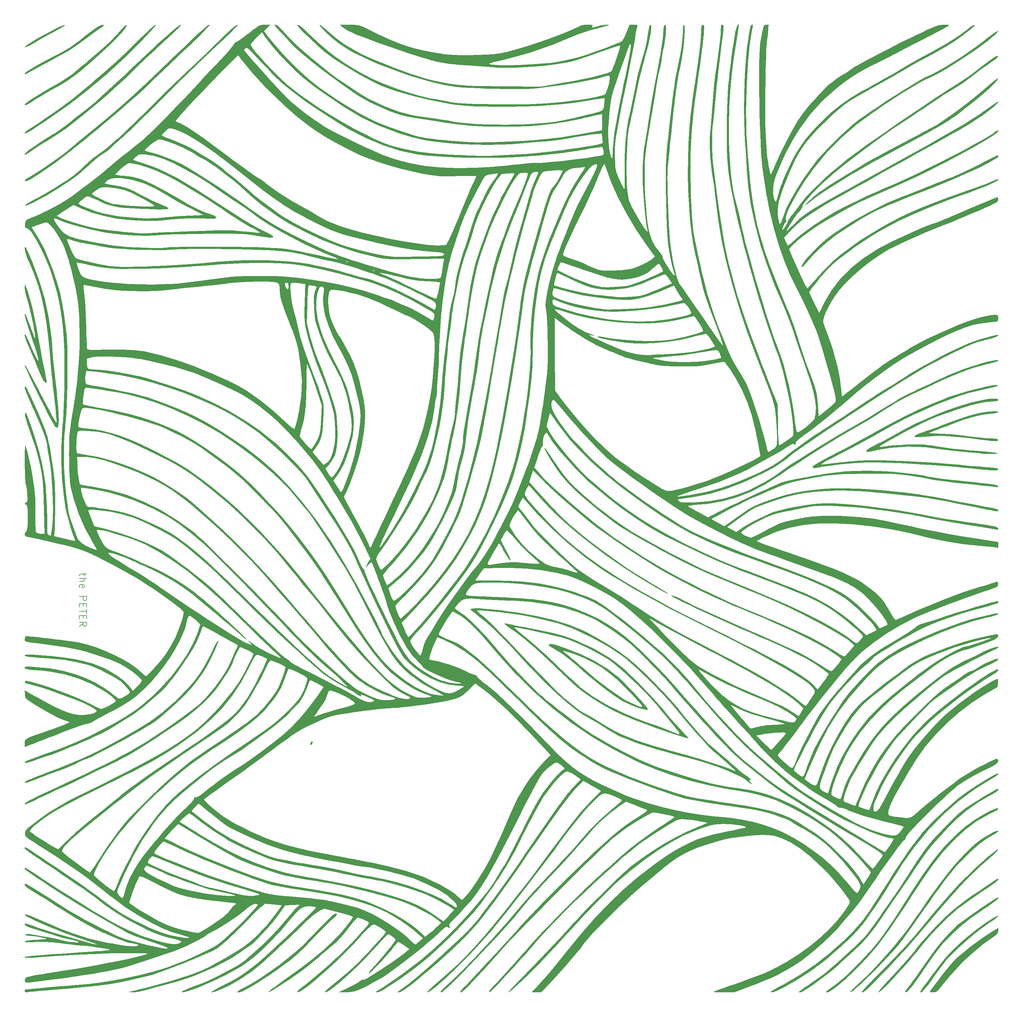
<source format=gbr>
%TF.GenerationSoftware,KiCad,Pcbnew,(6.0.7)*%
%TF.CreationDate,2022-10-26T00:05:01+02:00*%
%TF.ProjectId,the PETER switchplate,74686520-5045-4544-9552-207377697463,rev?*%
%TF.SameCoordinates,Original*%
%TF.FileFunction,Legend,Top*%
%TF.FilePolarity,Positive*%
%FSLAX46Y46*%
G04 Gerber Fmt 4.6, Leading zero omitted, Abs format (unit mm)*
G04 Created by KiCad (PCBNEW (6.0.7)) date 2022-10-26 00:05:01*
%MOMM*%
%LPD*%
G01*
G04 APERTURE LIST*
%ADD10C,0.150000*%
G04 APERTURE END LIST*
D10*
X27453265Y-94123809D02*
X27453265Y-94885714D01*
X28119932Y-94409523D02*
X26405646Y-94409523D01*
X26215170Y-94504761D01*
X26119932Y-94695238D01*
X26119932Y-94885714D01*
X26119932Y-95552380D02*
X28119932Y-95552380D01*
X26119932Y-96409523D02*
X27167551Y-96409523D01*
X27358027Y-96314285D01*
X27453265Y-96123809D01*
X27453265Y-95838095D01*
X27358027Y-95647619D01*
X27262789Y-95552380D01*
X26215170Y-98123809D02*
X26119932Y-97933333D01*
X26119932Y-97552380D01*
X26215170Y-97361904D01*
X26405646Y-97266666D01*
X27167551Y-97266666D01*
X27358027Y-97361904D01*
X27453265Y-97552380D01*
X27453265Y-97933333D01*
X27358027Y-98123809D01*
X27167551Y-98219047D01*
X26977074Y-98219047D01*
X26786598Y-97266666D01*
X26119932Y-100600000D02*
X28119932Y-100600000D01*
X28119932Y-101361904D01*
X28024694Y-101552380D01*
X27929455Y-101647619D01*
X27738979Y-101742857D01*
X27453265Y-101742857D01*
X27262789Y-101647619D01*
X27167551Y-101552380D01*
X27072313Y-101361904D01*
X27072313Y-100600000D01*
X27167551Y-102600000D02*
X27167551Y-103266666D01*
X26119932Y-103552380D02*
X26119932Y-102600000D01*
X28119932Y-102600000D01*
X28119932Y-103552380D01*
X28119932Y-104123809D02*
X28119932Y-105266666D01*
X26119932Y-104695238D02*
X28119932Y-104695238D01*
X27167551Y-105933333D02*
X27167551Y-106600000D01*
X26119932Y-106885714D02*
X26119932Y-105933333D01*
X28119932Y-105933333D01*
X28119932Y-106885714D01*
X26119932Y-108885714D02*
X27072313Y-108219047D01*
X26119932Y-107742857D02*
X28119932Y-107742857D01*
X28119932Y-108504761D01*
X28024694Y-108695238D01*
X27929455Y-108790476D01*
X27738979Y-108885714D01*
X27453265Y-108885714D01*
X27262789Y-108790476D01*
X27167551Y-108695238D01*
X27072313Y-108504761D01*
X27072313Y-107742857D01*
%TO.C,G\u002A\u002A\u002A*%
G36*
X34676884Y-183683759D02*
G01*
X33267368Y-182585751D01*
X36617054Y-182585751D01*
X36805910Y-183174359D01*
X37260573Y-183781179D01*
X37804893Y-184203932D01*
X38096889Y-184285107D01*
X38299955Y-184041919D01*
X38534471Y-183407037D01*
X38732605Y-182596277D01*
X39222363Y-180893302D01*
X40041189Y-178931141D01*
X41128053Y-176824618D01*
X41417782Y-176346302D01*
X44135634Y-176346302D01*
X44268394Y-176714139D01*
X44649735Y-177115482D01*
X45330749Y-177586237D01*
X46362528Y-178162311D01*
X47796164Y-178879610D01*
X49448937Y-179664686D01*
X50928180Y-180345461D01*
X52198557Y-180891477D01*
X53370474Y-181335066D01*
X54554340Y-181708558D01*
X55860561Y-182044282D01*
X57399544Y-182374571D01*
X59281696Y-182731754D01*
X60932979Y-183027558D01*
X62174616Y-183221682D01*
X63523075Y-183390487D01*
X64897365Y-183529429D01*
X66216493Y-183633963D01*
X67399465Y-183699542D01*
X68365290Y-183721622D01*
X69032974Y-183695656D01*
X69321524Y-183617100D01*
X69171440Y-183489917D01*
X68711635Y-183356937D01*
X67838417Y-183149254D01*
X66669247Y-182893329D01*
X65321585Y-182615621D01*
X65053282Y-182562229D01*
X62021030Y-181833314D01*
X58625425Y-180772216D01*
X56736992Y-180097738D01*
X55239160Y-179545136D01*
X53921510Y-179063802D01*
X52865332Y-178683040D01*
X52151916Y-178432152D01*
X51862551Y-178340440D01*
X51861963Y-178340426D01*
X51580000Y-178234786D01*
X50901783Y-177945512D01*
X49922370Y-177514070D01*
X48736820Y-176981930D01*
X48455115Y-176854256D01*
X47211459Y-176301868D01*
X46125892Y-175842526D01*
X45302318Y-175518557D01*
X44844641Y-175372294D01*
X44807148Y-175368085D01*
X44431759Y-175592057D01*
X44200365Y-175976064D01*
X44135634Y-176346302D01*
X41417782Y-176346302D01*
X42421925Y-174688556D01*
X42623862Y-174400937D01*
X45119622Y-174400937D01*
X45161250Y-174566143D01*
X45563421Y-174823446D01*
X46375674Y-175236405D01*
X47504528Y-175764509D01*
X48856499Y-176367245D01*
X50338105Y-177004099D01*
X51855865Y-177634558D01*
X53316295Y-178218110D01*
X54625915Y-178714241D01*
X55221698Y-178926100D01*
X56533478Y-179391244D01*
X57751577Y-179846066D01*
X58730898Y-180235040D01*
X59283404Y-180480499D01*
X60025188Y-180775415D01*
X61086533Y-181102988D01*
X62255384Y-181398693D01*
X62419149Y-181434653D01*
X63592661Y-181693963D01*
X65079202Y-182032778D01*
X66666806Y-182402374D01*
X67823405Y-182676953D01*
X69750366Y-183126396D01*
X71262589Y-183441423D01*
X72465710Y-183633466D01*
X73465361Y-183713961D01*
X74367178Y-183694341D01*
X75276795Y-183586039D01*
X75647476Y-183523832D01*
X75959827Y-183453083D01*
X76083877Y-183365766D01*
X75969647Y-183241689D01*
X75567154Y-183060660D01*
X74826418Y-182802484D01*
X73697456Y-182446970D01*
X72130288Y-181973923D01*
X70918752Y-181613376D01*
X67460891Y-180563466D01*
X64335652Y-179558624D01*
X61376317Y-178539616D01*
X58416171Y-177447210D01*
X55288497Y-176222176D01*
X52241959Y-174977774D01*
X50614509Y-174308038D01*
X49149165Y-173714469D01*
X47921235Y-173226801D01*
X47006024Y-172874769D01*
X46478841Y-172688107D01*
X46386892Y-172665958D01*
X46032448Y-172867268D01*
X45623215Y-173347367D01*
X45279004Y-173920506D01*
X45119622Y-174400937D01*
X42623862Y-174400937D01*
X43861775Y-172637779D01*
X44377744Y-171975338D01*
X44512632Y-171809785D01*
X46881915Y-171809785D01*
X46938947Y-171921232D01*
X47139073Y-172072682D01*
X47525841Y-172282704D01*
X48142800Y-172569863D01*
X49033497Y-172952726D01*
X50241481Y-173449860D01*
X51810299Y-174079831D01*
X53783498Y-174861207D01*
X56204628Y-175812554D01*
X57014894Y-176129990D01*
X59936154Y-177250454D01*
X62766313Y-178283753D01*
X65628589Y-179271155D01*
X68646199Y-180253927D01*
X71942363Y-181273337D01*
X75640296Y-182370653D01*
X75703781Y-182389179D01*
X77706071Y-182939385D01*
X79420651Y-183323601D01*
X81059193Y-183582424D01*
X82832870Y-183756409D01*
X85961149Y-184006302D01*
X88740565Y-184253799D01*
X91118825Y-184493745D01*
X93043639Y-184720985D01*
X94034043Y-184860547D01*
X95286057Y-185085353D01*
X96877110Y-185416959D01*
X98644978Y-185816992D01*
X100427439Y-186247079D01*
X102062270Y-186668845D01*
X103387248Y-187043918D01*
X103761703Y-187161613D01*
X105500428Y-187842375D01*
X107508490Y-188811125D01*
X109662495Y-189992160D01*
X111839048Y-191309776D01*
X113914756Y-192688270D01*
X115766223Y-194051940D01*
X117270056Y-195325082D01*
X117621928Y-195664949D01*
X118353687Y-196384800D01*
X118934288Y-196929346D01*
X119264470Y-197206342D01*
X119298937Y-197223434D01*
X119563955Y-197069484D01*
X120091771Y-196663543D01*
X120464587Y-196352537D01*
X121495131Y-195470047D01*
X120175113Y-194268534D01*
X118863485Y-193170742D01*
X117229183Y-191946689D01*
X115435033Y-190707499D01*
X113643858Y-189564295D01*
X112018483Y-188628201D01*
X111568868Y-188394996D01*
X109204794Y-187294263D01*
X106700101Y-186300901D01*
X103996370Y-185399853D01*
X101035183Y-184576064D01*
X97758124Y-183814477D01*
X94106773Y-183100035D01*
X90022714Y-182417681D01*
X86197873Y-181855905D01*
X84468324Y-181593222D01*
X82637634Y-181278702D01*
X80908250Y-180949251D01*
X79482618Y-180641774D01*
X79307447Y-180599819D01*
X78207259Y-180286304D01*
X76685465Y-179786679D01*
X74816171Y-179130074D01*
X72673483Y-178345617D01*
X70331508Y-177462439D01*
X67864352Y-176509671D01*
X65346122Y-175516441D01*
X62850925Y-174511880D01*
X60452866Y-173525117D01*
X58226053Y-172585283D01*
X56244591Y-171721507D01*
X54582588Y-170962918D01*
X53684414Y-170527890D01*
X52356142Y-169872957D01*
X51183502Y-169314418D01*
X50257312Y-168894002D01*
X49668389Y-168653441D01*
X49516532Y-168612766D01*
X49200340Y-168812771D01*
X48687670Y-169323343D01*
X48089083Y-170010319D01*
X47515142Y-170739534D01*
X47076411Y-171376825D01*
X46883449Y-171788029D01*
X46881915Y-171809785D01*
X44512632Y-171809785D01*
X46927703Y-168845691D01*
X47829292Y-167779522D01*
X49822859Y-167779522D01*
X51797600Y-168779390D01*
X53974356Y-169841537D01*
X56479154Y-170995707D01*
X59227895Y-172208225D01*
X62136480Y-173445418D01*
X65120813Y-174673615D01*
X68096794Y-175859140D01*
X70980326Y-176968321D01*
X73687310Y-177967485D01*
X76133648Y-178822958D01*
X78235242Y-179501068D01*
X79442554Y-179848532D01*
X80585369Y-180122035D01*
X82098773Y-180437866D01*
X83818067Y-180763994D01*
X85578554Y-181068388D01*
X86332979Y-181188605D01*
X89508299Y-181683446D01*
X92216161Y-182116901D01*
X94524213Y-182503214D01*
X96500107Y-182856629D01*
X98211490Y-183191391D01*
X99726013Y-183521741D01*
X101111324Y-183861925D01*
X102435073Y-184226186D01*
X103764910Y-184628768D01*
X105168483Y-185083915D01*
X105736759Y-185274125D01*
X108245657Y-186228601D01*
X110876474Y-187424223D01*
X113506084Y-188791845D01*
X116011364Y-190262319D01*
X118269188Y-191766500D01*
X120156432Y-193235238D01*
X120578081Y-193609052D01*
X122133659Y-195034012D01*
X123139722Y-194237195D01*
X123923133Y-193589330D01*
X124841949Y-192791396D01*
X125378327Y-192307955D01*
X126610870Y-191175532D01*
X125049052Y-190026339D01*
X123515070Y-189012134D01*
X121620939Y-187936340D01*
X119527980Y-186879250D01*
X117397511Y-185921157D01*
X115390853Y-185142354D01*
X114907125Y-184978427D01*
X113525753Y-184553940D01*
X111733869Y-184043696D01*
X109648827Y-183477785D01*
X107387978Y-182886292D01*
X105068676Y-182299306D01*
X102808273Y-181746914D01*
X100724122Y-181259203D01*
X98933576Y-180866261D01*
X98597569Y-180796914D01*
X97422998Y-180571568D01*
X95861842Y-180291767D01*
X94062000Y-179982967D01*
X92171370Y-179670625D01*
X90626292Y-179424922D01*
X88819418Y-179132117D01*
X87023659Y-178820867D01*
X85373612Y-178515954D01*
X84003871Y-178242159D01*
X83129154Y-178044617D01*
X81668865Y-177642730D01*
X79925999Y-177104490D01*
X78012860Y-176470312D01*
X76041756Y-175780612D01*
X74124992Y-175075807D01*
X72374876Y-174396313D01*
X70903713Y-173782547D01*
X69823811Y-173274924D01*
X69714894Y-173217148D01*
X66294415Y-171327597D01*
X62639929Y-169237869D01*
X58954934Y-167065039D01*
X57559910Y-166224305D01*
X53511310Y-163768471D01*
X52738364Y-164501789D01*
X52124580Y-165127816D01*
X51373613Y-165952618D01*
X50894139Y-166507314D01*
X49822859Y-167779522D01*
X47829292Y-167779522D01*
X49309477Y-166029137D01*
X51492859Y-163559721D01*
X51914479Y-163109318D01*
X53820798Y-163109318D01*
X55688059Y-164264218D01*
X56836317Y-164974751D01*
X58186736Y-165810875D01*
X59482190Y-166613379D01*
X59717022Y-166758912D01*
X63742579Y-169163757D01*
X67518396Y-171221894D01*
X71158334Y-172986433D01*
X74776253Y-174510483D01*
X78486015Y-175847153D01*
X80722964Y-176556990D01*
X81586099Y-176814787D01*
X82393200Y-177043875D01*
X83207349Y-177257238D01*
X84091629Y-177467863D01*
X85109122Y-177688736D01*
X86322908Y-177932842D01*
X87796071Y-178213167D01*
X89591692Y-178542698D01*
X91772854Y-178934420D01*
X94402637Y-179401319D01*
X95376788Y-179573598D01*
X98108776Y-180090565D01*
X101049055Y-180707196D01*
X104081844Y-181395005D01*
X107091360Y-182125505D01*
X109961821Y-182870209D01*
X112577446Y-183600630D01*
X114822453Y-184288281D01*
X115611197Y-184552036D01*
X118130638Y-185482757D01*
X120274820Y-186423269D01*
X122204265Y-187454064D01*
X124079495Y-188655635D01*
X124773456Y-189146403D01*
X125718401Y-189820515D01*
X126494099Y-190357302D01*
X127001270Y-190689020D01*
X127142549Y-190762917D01*
X127375001Y-190577887D01*
X127865359Y-190080133D01*
X128519203Y-189366717D01*
X128708355Y-189153309D01*
X130131612Y-187536405D01*
X128700913Y-186622294D01*
X127370138Y-185830095D01*
X125784065Y-184974459D01*
X124118099Y-184142776D01*
X122547642Y-183422434D01*
X121248099Y-182900818D01*
X121190426Y-182880490D01*
X118006493Y-181800546D01*
X115215112Y-180926906D01*
X112721052Y-180233220D01*
X110429081Y-179693137D01*
X108243968Y-179280308D01*
X108085107Y-179254288D01*
X106205764Y-178928809D01*
X104062276Y-178524643D01*
X101915173Y-178092610D01*
X100024989Y-177683533D01*
X99978724Y-177673001D01*
X98158745Y-177278540D01*
X96131505Y-176872285D01*
X94134293Y-176499999D01*
X92404397Y-176207444D01*
X92277660Y-176187778D01*
X90186868Y-175850384D01*
X87954034Y-175462674D01*
X85710353Y-175049594D01*
X83587021Y-174636086D01*
X81715233Y-174247093D01*
X80226185Y-173907560D01*
X80034107Y-173859966D01*
X79183718Y-173590734D01*
X77946552Y-173125100D01*
X76420730Y-172505268D01*
X74704373Y-171773445D01*
X72895602Y-170971836D01*
X71092537Y-170142645D01*
X69393300Y-169328080D01*
X68720173Y-168993421D01*
X67605870Y-168378079D01*
X66181136Y-167511109D01*
X64563269Y-166471200D01*
X62869566Y-165337039D01*
X61217323Y-164187315D01*
X59723839Y-163100716D01*
X58506411Y-162155929D01*
X58409882Y-162076828D01*
X57631746Y-161454262D01*
X57015139Y-160995859D01*
X56675586Y-160786772D01*
X56653499Y-160782153D01*
X56373036Y-160950106D01*
X55815261Y-161383601D01*
X55147633Y-161948515D01*
X53820798Y-163109318D01*
X51914479Y-163109318D01*
X53447642Y-161471491D01*
X54686066Y-160249845D01*
X57353063Y-160249845D01*
X60846840Y-163083680D01*
X64428611Y-165594845D01*
X68222992Y-167860116D01*
X72354600Y-169956270D01*
X75119149Y-171195597D01*
X77038718Y-172003384D01*
X78577007Y-172609615D01*
X79838511Y-173049555D01*
X80927724Y-173358468D01*
X81949141Y-173571618D01*
X82351590Y-173636391D01*
X83440276Y-173811438D01*
X84326449Y-173976849D01*
X84872365Y-174105958D01*
X84966601Y-174142663D01*
X85321326Y-174239834D01*
X86090871Y-174384986D01*
X87154091Y-174556839D01*
X88137352Y-174699613D01*
X90408115Y-175049076D01*
X93033500Y-175512158D01*
X95847647Y-176057014D01*
X98684698Y-176651796D01*
X100863611Y-177143159D01*
X102201880Y-177436797D01*
X103873937Y-177775419D01*
X105679728Y-178119905D01*
X107419202Y-178431131D01*
X107657054Y-178471685D01*
X111059025Y-179144328D01*
X114506570Y-180006699D01*
X117903881Y-181024910D01*
X121155149Y-182165072D01*
X124164566Y-183393297D01*
X126836321Y-184675695D01*
X129074606Y-185978379D01*
X129296809Y-186125881D01*
X130130867Y-186667806D01*
X130619208Y-186910289D01*
X130851410Y-186874170D01*
X130917047Y-186580288D01*
X130918086Y-186503069D01*
X130702867Y-185990000D01*
X130115971Y-185277030D01*
X129245537Y-184448209D01*
X128179706Y-183587588D01*
X127025585Y-182791183D01*
X125787322Y-182072249D01*
X124214934Y-181251439D01*
X122482083Y-180411851D01*
X120762426Y-179636582D01*
X119229625Y-179008730D01*
X118758511Y-178835326D01*
X117552649Y-178446455D01*
X116007571Y-178003105D01*
X114241792Y-177533818D01*
X112373827Y-177067134D01*
X110522190Y-176631593D01*
X108805397Y-176255738D01*
X107341963Y-175968107D01*
X106250403Y-175797242D01*
X106058511Y-175776923D01*
X104795906Y-175628680D01*
X103502085Y-175423125D01*
X102545745Y-175224966D01*
X101755466Y-175052153D01*
X100565697Y-174820800D01*
X99110899Y-174555763D01*
X97525534Y-174281894D01*
X96736171Y-174151090D01*
X94039999Y-173670975D01*
X91190253Y-173092178D01*
X88322165Y-172446753D01*
X85570962Y-171766749D01*
X83071876Y-171084220D01*
X80960136Y-170431214D01*
X80769848Y-170366852D01*
X79021704Y-169735032D01*
X77080014Y-168974554D01*
X75044996Y-168130127D01*
X73016865Y-167246462D01*
X71095837Y-166368269D01*
X69382126Y-165540258D01*
X67975949Y-164807140D01*
X66977522Y-164213624D01*
X66977137Y-164213367D01*
X66048333Y-163555236D01*
X64857745Y-162657843D01*
X63552844Y-161634868D01*
X62281099Y-160599994D01*
X62173689Y-160510475D01*
X59226101Y-158048378D01*
X58188454Y-159061613D01*
X57648956Y-159650884D01*
X57359436Y-160094419D01*
X57353063Y-160249845D01*
X54686066Y-160249845D01*
X55143617Y-159798493D01*
X55355879Y-159601919D01*
X56488999Y-158520586D01*
X57330411Y-157630600D01*
X57764085Y-157073396D01*
X60768517Y-157073396D01*
X60989797Y-157403521D01*
X61530143Y-157933772D01*
X62013830Y-158375130D01*
X63479419Y-159665526D01*
X64861589Y-160787432D01*
X66250532Y-161796899D01*
X67736437Y-162749981D01*
X69409496Y-163702729D01*
X71359899Y-164711195D01*
X73677837Y-165831431D01*
X75024336Y-166460960D01*
X77726533Y-167602270D01*
X80806916Y-168712134D01*
X84103562Y-169740617D01*
X87454546Y-170637786D01*
X90697946Y-171353707D01*
X91196809Y-171448232D01*
X94800893Y-172115498D01*
X97925461Y-172697456D01*
X100622869Y-173204546D01*
X102945476Y-173647212D01*
X104945641Y-174035894D01*
X106675721Y-174381036D01*
X108188075Y-174693079D01*
X109535060Y-174982466D01*
X110769036Y-175259638D01*
X111942360Y-175535038D01*
X113084043Y-175813325D01*
X116396697Y-176693998D01*
X119301454Y-177605152D01*
X121930552Y-178595053D01*
X124416227Y-179711967D01*
X126048031Y-180545137D01*
X127946526Y-181594288D01*
X129414424Y-182492052D01*
X130523563Y-183286091D01*
X131345780Y-184024068D01*
X131438060Y-184121295D01*
X131917013Y-184589061D01*
X132239704Y-184820262D01*
X132265697Y-184825532D01*
X132545776Y-184647449D01*
X133020550Y-184206850D01*
X133140562Y-184082447D01*
X134011534Y-183056796D01*
X135055624Y-181662611D01*
X136199149Y-180012139D01*
X137368425Y-178217625D01*
X138489766Y-176391314D01*
X139489489Y-174645452D01*
X140112048Y-173462551D01*
X140788038Y-172072738D01*
X141606538Y-170325769D01*
X142502841Y-168363610D01*
X143412238Y-166328223D01*
X144270021Y-164361574D01*
X144422805Y-164005104D01*
X145198762Y-162211683D01*
X145976290Y-160455658D01*
X146707451Y-158842297D01*
X147344307Y-157476869D01*
X147838919Y-156464643D01*
X147980015Y-156193737D01*
X149403588Y-153772789D01*
X151084830Y-151293904D01*
X152887379Y-148945443D01*
X154674871Y-146915768D01*
X154762723Y-146824670D01*
X156892715Y-144626999D01*
X151979162Y-139393819D01*
X149168544Y-136443990D01*
X146616352Y-133862742D01*
X144255216Y-131587477D01*
X142017768Y-129555597D01*
X139836636Y-127704503D01*
X137644451Y-125971596D01*
X137049338Y-125521410D01*
X136019953Y-124749614D01*
X134212104Y-126535613D01*
X133415053Y-127285179D01*
X132639873Y-127907079D01*
X131817205Y-128424294D01*
X130877690Y-128859809D01*
X129751970Y-129236607D01*
X128370687Y-129577669D01*
X126664481Y-129905981D01*
X124563994Y-130244524D01*
X121999868Y-130616281D01*
X121822211Y-130641203D01*
X119845316Y-130907431D01*
X117935140Y-131144969D01*
X116191747Y-131342872D01*
X114715200Y-131490197D01*
X113605563Y-131575998D01*
X113114541Y-131593617D01*
X112075670Y-131635460D01*
X110618871Y-131751943D01*
X108848605Y-131929495D01*
X106869335Y-132154545D01*
X104785523Y-132413523D01*
X102701630Y-132692860D01*
X100722119Y-132978984D01*
X98951451Y-133258325D01*
X97494089Y-133517313D01*
X96454495Y-133742377D01*
X96339337Y-133772840D01*
X94996931Y-134216232D01*
X93335612Y-134879162D01*
X91495490Y-135695937D01*
X89616675Y-136600861D01*
X87839276Y-137528241D01*
X86303404Y-138412382D01*
X85892485Y-138671132D01*
X85087929Y-139215321D01*
X83957069Y-140012868D01*
X82603197Y-140989249D01*
X81129606Y-142069939D01*
X79639588Y-143180415D01*
X79572027Y-143231232D01*
X78128241Y-144307546D01*
X76355495Y-145613025D01*
X74366602Y-147065550D01*
X72274373Y-148583006D01*
X70191623Y-150083274D01*
X68358197Y-151393866D01*
X66652788Y-152608510D01*
X65070242Y-153737518D01*
X63669666Y-154738576D01*
X62510167Y-155569371D01*
X61650850Y-156187589D01*
X61150821Y-156550918D01*
X61068086Y-156612753D01*
X60812536Y-156843205D01*
X60768517Y-157073396D01*
X57764085Y-157073396D01*
X57833361Y-156984387D01*
X57960639Y-156681185D01*
X58066901Y-156322869D01*
X58225267Y-156314634D01*
X58451199Y-156371309D01*
X58785800Y-156281071D01*
X59285880Y-156006796D01*
X60008253Y-155511361D01*
X61009730Y-154757641D01*
X62347124Y-153708512D01*
X62960809Y-153220215D01*
X64360315Y-152136945D01*
X65870875Y-151022725D01*
X67329041Y-149994904D01*
X68571368Y-149170832D01*
X68796186Y-149030559D01*
X71099612Y-147562229D01*
X73515090Y-145927365D01*
X75958833Y-144189606D01*
X78347053Y-142412588D01*
X80595962Y-140659948D01*
X82621773Y-138995322D01*
X84340698Y-137482347D01*
X85561574Y-136297233D01*
X87286154Y-134416284D01*
X87617692Y-134025532D01*
X91274397Y-134025532D01*
X91573182Y-133937244D01*
X92234791Y-133705536D01*
X93117316Y-133380141D01*
X93136887Y-133372778D01*
X94072789Y-133049433D01*
X95366431Y-132641430D01*
X96852304Y-132199282D01*
X98364901Y-131773498D01*
X98477625Y-131742869D01*
X100139910Y-131290498D01*
X101331190Y-130947077D01*
X102101220Y-130677103D01*
X102499756Y-130445072D01*
X102576553Y-130215480D01*
X102381368Y-129952825D01*
X101963955Y-129621602D01*
X101710479Y-129436040D01*
X100839472Y-128870326D01*
X99778764Y-128287397D01*
X98637261Y-127733780D01*
X97523869Y-127256001D01*
X96547496Y-126900588D01*
X95817049Y-126714066D01*
X95441433Y-126742963D01*
X95431707Y-126753647D01*
X95296048Y-127050601D01*
X95044735Y-127685452D01*
X94874446Y-128137484D01*
X94609352Y-128802718D01*
X94304580Y-129428190D01*
X93894047Y-130123043D01*
X93311669Y-130996418D01*
X92491364Y-132157459D01*
X92168296Y-132606915D01*
X91666729Y-133327877D01*
X91345640Y-133838596D01*
X91274397Y-134025532D01*
X87617692Y-134025532D01*
X89066268Y-132318233D01*
X90776936Y-130159119D01*
X92293178Y-128094984D01*
X93154653Y-126817069D01*
X93880493Y-125688393D01*
X92095159Y-124707050D01*
X91216317Y-124264319D01*
X90519718Y-123988114D01*
X90135190Y-123928304D01*
X90109255Y-123944237D01*
X89925420Y-124295774D01*
X89636628Y-125006837D01*
X89306922Y-125919149D01*
X88398494Y-128043079D01*
X87257521Y-129851807D01*
X86077309Y-131127523D01*
X85306615Y-131872429D01*
X84595735Y-132676471D01*
X84420998Y-132904684D01*
X83889877Y-133484831D01*
X82975482Y-134314828D01*
X81744449Y-135345124D01*
X80263413Y-136526166D01*
X78599009Y-137808403D01*
X76817872Y-139142282D01*
X74986637Y-140478252D01*
X73171939Y-141766760D01*
X71440414Y-142958255D01*
X69858696Y-144003185D01*
X68493422Y-144851997D01*
X67877207Y-145207162D01*
X66349070Y-146136918D01*
X64492130Y-147404672D01*
X62361375Y-148967939D01*
X60011792Y-150784237D01*
X57498369Y-152811083D01*
X54876091Y-155005994D01*
X52264171Y-157269836D01*
X51025934Y-158481303D01*
X49598148Y-160081790D01*
X48048669Y-161985134D01*
X46445355Y-164105168D01*
X44856062Y-166355729D01*
X43544151Y-168342553D01*
X42850262Y-169490313D01*
X42055587Y-170904358D01*
X41198239Y-172506324D01*
X40316328Y-174217847D01*
X39447966Y-175960562D01*
X38631267Y-177656106D01*
X37904341Y-179226114D01*
X37305301Y-180592222D01*
X36872259Y-181676066D01*
X36643326Y-182399281D01*
X36617054Y-182585751D01*
X33267368Y-182585751D01*
X33089623Y-182447288D01*
X32108150Y-181673560D01*
X29709208Y-179807930D01*
X27319036Y-178024893D01*
X27057953Y-177838677D01*
X30176443Y-177838677D01*
X30185583Y-177983629D01*
X30418321Y-178277367D01*
X30983976Y-178808892D01*
X31780054Y-179495871D01*
X32704059Y-180255971D01*
X33653499Y-181006858D01*
X34525877Y-181666199D01*
X35218700Y-182151662D01*
X35629474Y-182380914D01*
X35669461Y-182388789D01*
X35895317Y-182158019D01*
X36225022Y-181548756D01*
X36582447Y-180704787D01*
X37217432Y-179163603D01*
X38062216Y-177302214D01*
X39046241Y-175262432D01*
X40098946Y-173186067D01*
X41149773Y-171214931D01*
X42128162Y-169490834D01*
X42330052Y-169153192D01*
X43514586Y-167284233D01*
X44868782Y-165295970D01*
X46314433Y-163292088D01*
X47773329Y-161376276D01*
X49167264Y-159652220D01*
X50418028Y-158223607D01*
X51119424Y-157500396D01*
X53771128Y-155065332D01*
X56894188Y-152451176D01*
X60458761Y-149680964D01*
X64435002Y-146777735D01*
X68793066Y-143764526D01*
X69714894Y-143146025D01*
X72567899Y-141228224D01*
X75012157Y-139554271D01*
X77099237Y-138084872D01*
X78880706Y-136780728D01*
X80408131Y-135602544D01*
X81733078Y-134511022D01*
X82907116Y-133466866D01*
X83981810Y-132430779D01*
X84579719Y-131818287D01*
X85842229Y-130469027D01*
X86785050Y-129373279D01*
X87484844Y-128417175D01*
X88018272Y-127486852D01*
X88461998Y-126468444D01*
X88783195Y-125574942D01*
X89140039Y-124494989D01*
X89326594Y-123806747D01*
X89356424Y-123393736D01*
X89243093Y-123139476D01*
X89083976Y-122992095D01*
X88504344Y-122606647D01*
X87674792Y-122143943D01*
X86720915Y-121662749D01*
X85768309Y-121221833D01*
X84942570Y-120879962D01*
X84369294Y-120695903D01*
X84179950Y-120697466D01*
X84007352Y-121041419D01*
X83716688Y-121762987D01*
X83361316Y-122727265D01*
X83236799Y-123081915D01*
X82671893Y-124624294D01*
X82113846Y-125910108D01*
X81482155Y-127076979D01*
X80696319Y-128262529D01*
X79675834Y-129604380D01*
X78764118Y-130728153D01*
X77693901Y-131963134D01*
X76535815Y-133163278D01*
X75240002Y-134367577D01*
X73756607Y-135615022D01*
X72035775Y-136944605D01*
X70027649Y-138395317D01*
X67682375Y-140006149D01*
X64950095Y-141816092D01*
X62825436Y-143193496D01*
X60850413Y-144491366D01*
X59006474Y-145764866D01*
X57217341Y-147074451D01*
X55406738Y-148480574D01*
X53498388Y-150043688D01*
X51416014Y-151824248D01*
X49083341Y-153882707D01*
X47187946Y-155587151D01*
X46036410Y-156682295D01*
X44644487Y-158090143D01*
X43101332Y-159712699D01*
X41496097Y-161451969D01*
X39917936Y-163209957D01*
X38456000Y-164888667D01*
X37199444Y-166390103D01*
X36237419Y-167616271D01*
X36207249Y-167656958D01*
X34835891Y-169565202D01*
X33576910Y-171420919D01*
X32464843Y-173164884D01*
X31534227Y-174737869D01*
X30819597Y-176080648D01*
X30355490Y-177133993D01*
X30176443Y-177838677D01*
X27057953Y-177838677D01*
X24847118Y-176261809D01*
X22202943Y-174456037D01*
X19295994Y-172544936D01*
X17685222Y-171517737D01*
X21348412Y-171517737D01*
X21391368Y-171567279D01*
X22198205Y-172226227D01*
X23212856Y-173023249D01*
X24350946Y-173895755D01*
X25528098Y-174781153D01*
X26659935Y-175616853D01*
X27662082Y-176340264D01*
X28450161Y-176888793D01*
X28939797Y-177199852D01*
X29047873Y-177246931D01*
X29229712Y-177034764D01*
X29656221Y-176437003D01*
X30280203Y-175522884D01*
X31054460Y-174361646D01*
X31931793Y-173022525D01*
X32016928Y-172891436D01*
X33728525Y-170289831D01*
X35273376Y-168034835D01*
X36727474Y-166036248D01*
X38166816Y-164203871D01*
X39667395Y-162447504D01*
X41305206Y-160676947D01*
X43156245Y-158802000D01*
X45296505Y-156732463D01*
X46924253Y-155197594D01*
X49069390Y-153197042D01*
X50905832Y-151508254D01*
X52513209Y-150067137D01*
X53971149Y-148809603D01*
X55359278Y-147671560D01*
X56757225Y-146588916D01*
X58244618Y-145497583D01*
X59901085Y-144333468D01*
X61806253Y-143032481D01*
X63229788Y-142073623D01*
X65806089Y-140341695D01*
X67979264Y-138872771D01*
X69796389Y-137630898D01*
X71304543Y-136580121D01*
X72550801Y-135684485D01*
X73582240Y-134908036D01*
X74445938Y-134214818D01*
X75188971Y-133568878D01*
X75858417Y-132934260D01*
X76501351Y-132275011D01*
X77164852Y-131555175D01*
X77521774Y-131158231D01*
X78591525Y-129905597D01*
X79599564Y-128622487D01*
X80441740Y-127447407D01*
X81013902Y-126518860D01*
X81022092Y-126503344D01*
X81504130Y-125505665D01*
X82003400Y-124339313D01*
X82476647Y-123123853D01*
X82880616Y-121978849D01*
X83172054Y-121023866D01*
X83307705Y-120378468D01*
X83301538Y-120202486D01*
X83029967Y-119987830D01*
X82401065Y-119648670D01*
X81563185Y-119251135D01*
X80664682Y-118861353D01*
X79853910Y-118545453D01*
X79279225Y-118369564D01*
X79152815Y-118353192D01*
X78908077Y-118583587D01*
X78531523Y-119194885D01*
X78094630Y-120067259D01*
X77984296Y-120312234D01*
X77327947Y-121699099D01*
X76423233Y-123456319D01*
X75315031Y-125500301D01*
X74048219Y-127747451D01*
X73285867Y-129064098D01*
X72161816Y-130737043D01*
X70718871Y-132514063D01*
X69106129Y-134228961D01*
X67472685Y-135715541D01*
X66937349Y-136140762D01*
X66116783Y-136742888D01*
X64936836Y-137578450D01*
X63489569Y-138583801D01*
X61867047Y-139695297D01*
X60161332Y-140849290D01*
X59065996Y-141582446D01*
X54418207Y-144709293D01*
X50177380Y-147627101D01*
X46275346Y-150384332D01*
X42643932Y-153029450D01*
X39214967Y-155610916D01*
X37829788Y-156679254D01*
X35481567Y-158515537D01*
X33171071Y-160345471D01*
X30954660Y-162122934D01*
X28888696Y-163801803D01*
X27029540Y-165335958D01*
X25433553Y-166679275D01*
X24157096Y-167785633D01*
X23284652Y-168581970D01*
X22381960Y-169528653D01*
X21723491Y-170388482D01*
X21361544Y-171078997D01*
X21348412Y-171517737D01*
X17685222Y-171517737D01*
X16035759Y-170465864D01*
X14726596Y-169644485D01*
X13354770Y-168781230D01*
X12376181Y-168141305D01*
X11723067Y-167666018D01*
X11327663Y-167296678D01*
X11122205Y-166974590D01*
X11038929Y-166641064D01*
X11020864Y-166434840D01*
X11027073Y-165968106D01*
X11078894Y-165820171D01*
X12349075Y-165820171D01*
X12586261Y-166045610D01*
X13194275Y-166488218D01*
X14079542Y-167088781D01*
X15148488Y-167788080D01*
X16307536Y-168526899D01*
X17463114Y-169246022D01*
X18521645Y-169886231D01*
X19389555Y-170388309D01*
X19973269Y-170693041D01*
X20149859Y-170756728D01*
X20386468Y-170583461D01*
X20933841Y-170094771D01*
X21720361Y-169357128D01*
X22674410Y-168437004D01*
X23122200Y-167997982D01*
X24165891Y-167013503D01*
X25533277Y-165788957D01*
X27119989Y-164414156D01*
X28821657Y-162978909D01*
X30533912Y-161573028D01*
X31344681Y-160922458D01*
X32922009Y-159663494D01*
X34453646Y-158433259D01*
X35858577Y-157297410D01*
X37055786Y-156321607D01*
X37964260Y-155571507D01*
X38370213Y-155228636D01*
X39060443Y-154676064D01*
X40129912Y-153872331D01*
X41508585Y-152866630D01*
X43126430Y-151708158D01*
X44913413Y-150446108D01*
X46799501Y-149129677D01*
X48714659Y-147808058D01*
X50588854Y-146530448D01*
X52352054Y-145346040D01*
X53772341Y-144409424D01*
X54698666Y-143795282D01*
X55969567Y-142938199D01*
X57486886Y-141905149D01*
X59152465Y-140763102D01*
X60868147Y-139579033D01*
X61819155Y-138919134D01*
X64214502Y-137226088D01*
X66215066Y-135735890D01*
X67890329Y-134374774D01*
X69309776Y-133068974D01*
X70542891Y-131744724D01*
X71659157Y-130328257D01*
X72728059Y-128745807D01*
X73819080Y-126923609D01*
X74828034Y-125108511D01*
X75428934Y-123971200D01*
X76070575Y-122704977D01*
X76705416Y-121410143D01*
X77285915Y-120186999D01*
X77764530Y-119135845D01*
X78093721Y-118356982D01*
X78225945Y-117950711D01*
X78226596Y-117938411D01*
X77999223Y-117766977D01*
X77430809Y-117493560D01*
X76691915Y-117190315D01*
X75953101Y-116929399D01*
X75604133Y-116828961D01*
X75348005Y-116803289D01*
X75105938Y-116911526D01*
X74831856Y-117221844D01*
X74479678Y-117802412D01*
X74003328Y-118721401D01*
X73356727Y-120046983D01*
X73178802Y-120417130D01*
X71061665Y-124369950D01*
X68617916Y-128061401D01*
X65808616Y-131533375D01*
X62594831Y-134827767D01*
X58937622Y-137986471D01*
X54798055Y-141051380D01*
X52691490Y-142460541D01*
X51213349Y-143413895D01*
X49861563Y-144268831D01*
X48576077Y-145057849D01*
X47296831Y-145813448D01*
X45963770Y-146568126D01*
X44516834Y-147354382D01*
X42895967Y-148204716D01*
X41041111Y-149151627D01*
X38892209Y-150227613D01*
X36389204Y-151465174D01*
X33472037Y-152896808D01*
X32775577Y-153237683D01*
X29522553Y-154838637D01*
X26723672Y-156237079D01*
X24340671Y-157453201D01*
X22335290Y-158507196D01*
X20669265Y-159419257D01*
X19304335Y-160209575D01*
X18202237Y-160898345D01*
X17978347Y-161046915D01*
X16105292Y-162344012D01*
X14577309Y-163482751D01*
X13423417Y-164438526D01*
X12672636Y-165186731D01*
X12353986Y-165702758D01*
X12349075Y-165820171D01*
X11078894Y-165820171D01*
X11165732Y-165572269D01*
X11516696Y-165144305D01*
X12159819Y-164581193D01*
X12932236Y-163968921D01*
X15375604Y-162135826D01*
X17814875Y-160466259D01*
X20370870Y-158886784D01*
X23164412Y-157323964D01*
X26316320Y-155704364D01*
X27426596Y-155159066D01*
X32059769Y-152889981D01*
X36231571Y-150812667D01*
X39977446Y-148906206D01*
X43332836Y-147149682D01*
X46333186Y-145522178D01*
X49013938Y-144002778D01*
X51410535Y-142570565D01*
X53558420Y-141204622D01*
X55493038Y-139884032D01*
X57249830Y-138587879D01*
X58864241Y-137295246D01*
X60371713Y-135985217D01*
X61176796Y-135241490D01*
X62574707Y-133860799D01*
X64082346Y-132265041D01*
X65616657Y-130551703D01*
X67094588Y-128818271D01*
X68433086Y-127162233D01*
X69549096Y-125681074D01*
X70359567Y-124472282D01*
X70378960Y-124440135D01*
X70962082Y-123434217D01*
X71622950Y-122237911D01*
X72311913Y-120948127D01*
X72979319Y-119661774D01*
X73575514Y-118475763D01*
X74050848Y-117487003D01*
X74355667Y-116792404D01*
X74443618Y-116506845D01*
X74214242Y-116293492D01*
X73607282Y-115942411D01*
X72744488Y-115522573D01*
X72561767Y-115440760D01*
X70679916Y-114609565D01*
X69854655Y-116133245D01*
X69355925Y-117145999D01*
X68934450Y-118161394D01*
X68741871Y-118748143D01*
X68613004Y-119183075D01*
X68437753Y-119627176D01*
X68173694Y-120153604D01*
X67778402Y-120835516D01*
X67209453Y-121746068D01*
X66424423Y-122958416D01*
X65380887Y-124545718D01*
X65371786Y-124559513D01*
X64080252Y-126350886D01*
X62565909Y-128129801D01*
X60788856Y-129930322D01*
X58709191Y-131786516D01*
X56287010Y-133732447D01*
X53482412Y-135802180D01*
X50255493Y-138029780D01*
X47354437Y-139941057D01*
X44980136Y-141467614D01*
X42956448Y-142740466D01*
X41189412Y-143813181D01*
X39585066Y-144739322D01*
X38049450Y-145572454D01*
X36488602Y-146366142D01*
X34808562Y-147173952D01*
X34028154Y-147538039D01*
X32377134Y-148314184D01*
X30579548Y-149177903D01*
X28840521Y-150029591D01*
X27365175Y-150769648D01*
X27221603Y-150843138D01*
X25767721Y-151568568D01*
X24205368Y-152314254D01*
X22745347Y-152981191D01*
X21817348Y-153381320D01*
X20749519Y-153845397D01*
X19345749Y-154487991D01*
X17750997Y-155241050D01*
X16110221Y-156036523D01*
X15199469Y-156488082D01*
X13551063Y-157298247D01*
X12337685Y-157858654D01*
X11523032Y-158183940D01*
X11070797Y-158288741D01*
X10943618Y-158203971D01*
X10976557Y-158085697D01*
X11100636Y-157940941D01*
X11353748Y-157750664D01*
X11773786Y-157495828D01*
X12398643Y-157157394D01*
X13266212Y-156716325D01*
X14414385Y-156153582D01*
X15881056Y-155450126D01*
X17704117Y-154586919D01*
X19921461Y-153544924D01*
X22570981Y-152305100D01*
X24184043Y-151551641D01*
X27681387Y-149909234D01*
X30745483Y-148447794D01*
X33439342Y-147134314D01*
X35825979Y-145935791D01*
X37968406Y-144819218D01*
X39929637Y-143751591D01*
X41772685Y-142699905D01*
X43560563Y-141631155D01*
X45356285Y-140512337D01*
X45801064Y-140229099D01*
X48032070Y-138775088D01*
X50306454Y-137241894D01*
X52543009Y-135687867D01*
X54660524Y-134171353D01*
X56577791Y-132750701D01*
X58213602Y-131484261D01*
X59486746Y-130430379D01*
X59695248Y-130246176D01*
X60962118Y-128994578D01*
X62333463Y-127442417D01*
X63731346Y-125697083D01*
X65077828Y-123865968D01*
X66294970Y-122056463D01*
X67304834Y-120375959D01*
X68029482Y-118931847D01*
X68183590Y-118550123D01*
X68646072Y-117401325D01*
X69181867Y-116195617D01*
X69461199Y-115618468D01*
X69823296Y-114866037D01*
X70040377Y-114339701D01*
X70070827Y-114178295D01*
X69750551Y-113978157D01*
X69058083Y-113576610D01*
X68080758Y-113022021D01*
X66905909Y-112362756D01*
X65620867Y-111647182D01*
X64312967Y-110923665D01*
X63069541Y-110240572D01*
X61977923Y-109646269D01*
X61125444Y-109189123D01*
X60599439Y-108917500D01*
X60473881Y-108863342D01*
X60288095Y-109099414D01*
X60060155Y-109695102D01*
X59965361Y-110028071D01*
X59473544Y-111445323D01*
X58661648Y-113190081D01*
X57571604Y-115188590D01*
X56245341Y-117367096D01*
X54724791Y-119651845D01*
X53585465Y-121250055D01*
X52324859Y-122945280D01*
X51263589Y-124302485D01*
X50301918Y-125433781D01*
X49340111Y-126451277D01*
X48278432Y-127467085D01*
X47178368Y-128452113D01*
X45937593Y-129526624D01*
X44696869Y-130575932D01*
X43576467Y-131499968D01*
X42696656Y-132198659D01*
X42468619Y-132370854D01*
X41491511Y-133053783D01*
X40169726Y-133923783D01*
X38629365Y-134903076D01*
X36996530Y-135913883D01*
X35397321Y-136878424D01*
X33957839Y-137718918D01*
X32804186Y-138357588D01*
X32543165Y-138492897D01*
X31568892Y-138963916D01*
X30261143Y-139563347D01*
X28704763Y-140255392D01*
X26984599Y-141004249D01*
X25185494Y-141774118D01*
X23392294Y-142529198D01*
X21689844Y-143233690D01*
X20162988Y-143851791D01*
X18896573Y-144347703D01*
X17975442Y-144685624D01*
X17563830Y-144813453D01*
X16699806Y-145060053D01*
X15530031Y-145438725D01*
X14251925Y-145884365D01*
X13688754Y-146091383D01*
X12296177Y-146580435D01*
X11384266Y-146824271D01*
X10952155Y-146823006D01*
X10998980Y-146576755D01*
X11130560Y-146430505D01*
X11464633Y-146258155D01*
X12228301Y-145945349D01*
X13338766Y-145523424D01*
X14713230Y-145023719D01*
X16268895Y-144477569D01*
X16509208Y-144394797D01*
X20662394Y-142878223D01*
X24779229Y-141202974D01*
X28783737Y-139407370D01*
X32599944Y-137529729D01*
X36151872Y-135608369D01*
X39363545Y-133681608D01*
X42158988Y-131787766D01*
X43449750Y-130807363D01*
X46324572Y-128334713D01*
X49067820Y-125615145D01*
X51623335Y-122723221D01*
X53934959Y-119733505D01*
X55946537Y-116720558D01*
X57601909Y-113758944D01*
X58844918Y-110923225D01*
X59195129Y-109901598D01*
X59685303Y-108340430D01*
X58350098Y-107144026D01*
X57620329Y-106530005D01*
X57017544Y-106094148D01*
X56687543Y-105935513D01*
X56423015Y-106163472D01*
X56155317Y-106748754D01*
X56079565Y-107004256D01*
X55814021Y-108026719D01*
X55538080Y-109088817D01*
X55510391Y-109195360D01*
X54910364Y-110944445D01*
X53971541Y-112969410D01*
X52752995Y-115180407D01*
X51313800Y-117487583D01*
X49713029Y-119801088D01*
X48009756Y-122031072D01*
X46263055Y-124087684D01*
X44554084Y-125859894D01*
X43124102Y-127197161D01*
X41818205Y-128324268D01*
X40527834Y-129315608D01*
X39144432Y-130245572D01*
X37559442Y-131188554D01*
X35664307Y-132218944D01*
X34067468Y-133046162D01*
X32691051Y-133759975D01*
X31461060Y-134416984D01*
X30468786Y-134966935D01*
X29805518Y-135359573D01*
X29587681Y-135512261D01*
X28961928Y-135839941D01*
X28486171Y-135922721D01*
X28171674Y-135950646D01*
X27742128Y-136042341D01*
X27143485Y-136216867D01*
X26321699Y-136493290D01*
X25222722Y-136890671D01*
X23792506Y-137428075D01*
X21977005Y-138124564D01*
X19722172Y-138999202D01*
X19320213Y-139155706D01*
X17651370Y-139804680D01*
X16033327Y-140432007D01*
X14579810Y-140993734D01*
X13404545Y-141445909D01*
X12632447Y-141740358D01*
X10943618Y-142377909D01*
X10943618Y-141312794D01*
X10947742Y-140927468D01*
X10999844Y-140614951D01*
X11159514Y-140343136D01*
X11486343Y-140079914D01*
X12039924Y-139793179D01*
X12879847Y-139450821D01*
X14065704Y-139020733D01*
X15657086Y-138470808D01*
X17187950Y-137948345D01*
X18693761Y-137423889D01*
X20097003Y-136915507D01*
X21283085Y-136466159D01*
X22137417Y-136118805D01*
X22436429Y-135980663D01*
X23467171Y-135451860D01*
X21717628Y-134869650D01*
X20803349Y-134529512D01*
X19790147Y-134075028D01*
X18607041Y-133468091D01*
X17183047Y-132670594D01*
X15447185Y-131644430D01*
X13510639Y-130463741D01*
X12429226Y-129790148D01*
X11724369Y-129308164D01*
X11311080Y-128928260D01*
X11104374Y-128560906D01*
X11019262Y-128116575D01*
X10993897Y-127812511D01*
X10909072Y-126658702D01*
X12480068Y-127550999D01*
X15170968Y-129061814D01*
X17463967Y-130305440D01*
X19416665Y-131305510D01*
X21086663Y-132085659D01*
X22531561Y-132669519D01*
X23808960Y-133080726D01*
X24976460Y-133342912D01*
X26091661Y-133479711D01*
X27015480Y-133514943D01*
X28118199Y-133450332D01*
X29192410Y-133269574D01*
X30107376Y-133009097D01*
X30732361Y-132705328D01*
X30938879Y-132421762D01*
X30704446Y-132128039D01*
X30069406Y-131683653D01*
X29134238Y-131140359D01*
X27999419Y-130549910D01*
X26765429Y-129964063D01*
X25532746Y-129434572D01*
X24401847Y-129013192D01*
X24184043Y-128942448D01*
X23168378Y-128602831D01*
X21852927Y-128134795D01*
X20439483Y-127611117D01*
X19590426Y-127285737D01*
X18370412Y-126824056D01*
X17176643Y-126404956D01*
X15888918Y-125990698D01*
X14387032Y-125543547D01*
X12550785Y-125025766D01*
X11281383Y-124677182D01*
X10980517Y-124433065D01*
X11007806Y-124131132D01*
X11259001Y-124027660D01*
X12031611Y-124129898D01*
X13219498Y-124416992D01*
X14741815Y-124859509D01*
X16517714Y-125428016D01*
X18466347Y-126093081D01*
X20506865Y-126825271D01*
X22558422Y-127595153D01*
X24540168Y-128373296D01*
X26371257Y-129130266D01*
X27970840Y-129836632D01*
X29258070Y-130462959D01*
X29874754Y-130804695D01*
X30795456Y-131317366D01*
X31590402Y-131693500D01*
X32105233Y-131861104D01*
X32145595Y-131863830D01*
X32607678Y-131735074D01*
X33363775Y-131404176D01*
X34257321Y-130954190D01*
X35131753Y-130468171D01*
X35830505Y-130029174D01*
X36197013Y-129720253D01*
X36202623Y-129711655D01*
X36168996Y-129403769D01*
X35761717Y-128927295D01*
X34951617Y-128256563D01*
X33709525Y-127365907D01*
X32961230Y-126859360D01*
X29671727Y-124960465D01*
X26041019Y-123406935D01*
X22168178Y-122230740D01*
X18152275Y-121463850D01*
X15402128Y-121193185D01*
X13723789Y-121082123D01*
X12514526Y-120974150D01*
X11703235Y-120855950D01*
X11218815Y-120714208D01*
X10990165Y-120535610D01*
X10943618Y-120358236D01*
X11056776Y-120119280D01*
X11474043Y-120041360D01*
X12227128Y-120091053D01*
X13096146Y-120170333D01*
X14290100Y-120263457D01*
X15594349Y-120354016D01*
X16018697Y-120380930D01*
X17362053Y-120520197D01*
X18996361Y-120773892D01*
X20694254Y-121103461D01*
X21828271Y-121366038D01*
X25127050Y-122296656D01*
X28001926Y-123337435D01*
X30566181Y-124539418D01*
X32933096Y-125953649D01*
X34512271Y-127081304D01*
X35476969Y-127810919D01*
X36300285Y-128425122D01*
X36875357Y-128844668D01*
X37071747Y-128979349D01*
X37435751Y-128942168D01*
X38075094Y-128682916D01*
X38825841Y-128292380D01*
X39524055Y-127861346D01*
X40005803Y-127480601D01*
X40126596Y-127287578D01*
X39944382Y-126842166D01*
X39470688Y-126164092D01*
X38814936Y-125383094D01*
X38086550Y-124628914D01*
X37394953Y-124031292D01*
X37355932Y-124002455D01*
X36370521Y-123360590D01*
X35039765Y-122599599D01*
X33509057Y-121792245D01*
X31923787Y-121011288D01*
X30429347Y-120329490D01*
X29171129Y-119819614D01*
X28642554Y-119641814D01*
X25423524Y-118841469D01*
X21813120Y-118228676D01*
X17933843Y-117823682D01*
X17428724Y-117788185D01*
X15350070Y-117645579D01*
X13752758Y-117523872D01*
X12578432Y-117415840D01*
X11768742Y-117314262D01*
X11265334Y-117211915D01*
X11009855Y-117101579D01*
X10943618Y-116985571D01*
X11047232Y-116857790D01*
X11392214Y-116779785D01*
X12029770Y-116752588D01*
X13011110Y-116777233D01*
X14387441Y-116854751D01*
X16209971Y-116986175D01*
X17983571Y-117127537D01*
X21448629Y-117475477D01*
X24487542Y-117927397D01*
X27208717Y-118507803D01*
X29720558Y-119241203D01*
X32131473Y-120152102D01*
X32964032Y-120514030D01*
X34793964Y-121453199D01*
X36578267Y-122583759D01*
X38198630Y-123816017D01*
X39536743Y-125060282D01*
X40450221Y-126189362D01*
X40888201Y-126864894D01*
X42241644Y-125545793D01*
X42932938Y-124802363D01*
X43360216Y-124198570D01*
X43452473Y-123855046D01*
X43121311Y-123421521D01*
X42429704Y-122782270D01*
X41478745Y-122012715D01*
X40369527Y-121188273D01*
X39203144Y-120384363D01*
X38080688Y-119676405D01*
X37189057Y-119182342D01*
X35858297Y-118585967D01*
X34129842Y-117919127D01*
X32134300Y-117225178D01*
X30002280Y-116547476D01*
X27864390Y-115929378D01*
X25851239Y-115414238D01*
X25805320Y-115403448D01*
X24571162Y-115148743D01*
X22852387Y-114846785D01*
X20701963Y-114505665D01*
X18172857Y-114133471D01*
X15318035Y-113738295D01*
X12362235Y-113350205D01*
X11537214Y-113223356D01*
X11115586Y-113056251D01*
X10962774Y-112757154D01*
X10943618Y-112383155D01*
X11066259Y-111761204D01*
X11342844Y-111597873D01*
X11911203Y-111632445D01*
X12919475Y-111728325D01*
X14272108Y-111873761D01*
X15873551Y-112056998D01*
X17628253Y-112266283D01*
X19440661Y-112489862D01*
X21215225Y-112715982D01*
X22856394Y-112932889D01*
X24268616Y-113128830D01*
X25356339Y-113292050D01*
X25940426Y-113393492D01*
X28261394Y-113960431D01*
X30733967Y-114751935D01*
X33260072Y-115721568D01*
X35741633Y-116822897D01*
X38080577Y-118009487D01*
X40178828Y-119234903D01*
X41938313Y-120452711D01*
X43221329Y-121575320D01*
X43862212Y-122179133D01*
X44392647Y-122579142D01*
X44624618Y-122676596D01*
X44938957Y-122478722D01*
X45516539Y-121939847D01*
X46284412Y-121142090D01*
X47169621Y-120167572D01*
X48099214Y-119098411D01*
X49000236Y-118016728D01*
X49799736Y-117004641D01*
X50414879Y-116158815D01*
X51693230Y-114086179D01*
X52824106Y-111813930D01*
X53878075Y-109195226D01*
X54209921Y-108262131D01*
X54688163Y-106806705D01*
X54960849Y-105782332D01*
X55042052Y-105126281D01*
X54980354Y-104827709D01*
X54610026Y-104406349D01*
X53848132Y-103743319D01*
X52760507Y-102884783D01*
X51412983Y-101876901D01*
X49871392Y-100765837D01*
X48201568Y-99597752D01*
X46469344Y-98418809D01*
X44740552Y-97275168D01*
X43081026Y-96212994D01*
X41556598Y-95278447D01*
X40441163Y-94632814D01*
X37573970Y-93043329D01*
X35109078Y-91703437D01*
X32985766Y-90584031D01*
X31143313Y-89656008D01*
X29520999Y-88890262D01*
X28058103Y-88257690D01*
X26693906Y-87729187D01*
X25367686Y-87275647D01*
X24589362Y-87034699D01*
X23676356Y-86784329D01*
X22355341Y-86451579D01*
X20747407Y-86064137D01*
X18973642Y-85649691D01*
X17155137Y-85235928D01*
X15412981Y-84850538D01*
X13868263Y-84521207D01*
X12642072Y-84275624D01*
X12092022Y-84177091D01*
X11360497Y-84012834D01*
X11025456Y-83770259D01*
X10943657Y-83343511D01*
X10943618Y-83328407D01*
X11091597Y-82762490D01*
X11348937Y-82512610D01*
X11528890Y-82194067D01*
X11663475Y-81473036D01*
X11752690Y-80468140D01*
X11796536Y-79298000D01*
X11795013Y-78081236D01*
X11748120Y-76936470D01*
X11655859Y-75982322D01*
X11518228Y-75337415D01*
X11348937Y-75119149D01*
X10984851Y-74980353D01*
X11036690Y-74688724D01*
X11363274Y-74475506D01*
X11562748Y-74319551D01*
X11666307Y-73973096D01*
X11683955Y-73329572D01*
X11625694Y-72282413D01*
X11600599Y-71947128D01*
X11492871Y-70853120D01*
X11361598Y-69962216D01*
X11229202Y-69414611D01*
X11180942Y-69323085D01*
X11117181Y-69008612D01*
X11061860Y-68275644D01*
X11015844Y-67220195D01*
X10979997Y-65938277D01*
X10955181Y-64525905D01*
X10942261Y-63079091D01*
X10942100Y-61693848D01*
X10955561Y-60466191D01*
X10983509Y-59492133D01*
X11026808Y-58867686D01*
X11085274Y-58687756D01*
X11283486Y-59099652D01*
X11550296Y-59968193D01*
X11867859Y-61216557D01*
X12218330Y-62767922D01*
X12583867Y-64545466D01*
X12946624Y-66472367D01*
X13112039Y-67413314D01*
X13405531Y-69185149D01*
X13618534Y-70668934D01*
X13763529Y-72021187D01*
X13852999Y-73398428D01*
X13899425Y-74957173D01*
X13915291Y-76853941D01*
X13915958Y-77493951D01*
X13917431Y-79327837D01*
X13927092Y-80693225D01*
X13952804Y-81662044D01*
X14002431Y-82306222D01*
X14083837Y-82697686D01*
X14204884Y-82908366D01*
X14373437Y-83010188D01*
X14523937Y-83055221D01*
X15312560Y-83191665D01*
X15780578Y-83221842D01*
X16429240Y-83225532D01*
X16265596Y-76672873D01*
X16173896Y-73603042D01*
X16053426Y-70973977D01*
X15887141Y-68686143D01*
X15657994Y-66640007D01*
X15348940Y-64736035D01*
X14942933Y-62874694D01*
X14422927Y-60956451D01*
X13771877Y-58881771D01*
X12972735Y-56551121D01*
X12676952Y-55718210D01*
X12089802Y-54023809D01*
X11606023Y-52525831D01*
X11249204Y-51304261D01*
X11042932Y-50439085D01*
X11003573Y-50043742D01*
X11074976Y-49624851D01*
X11183220Y-49593238D01*
X11398801Y-49991679D01*
X11581957Y-50394681D01*
X12183695Y-51865881D01*
X12856973Y-53728747D01*
X13559660Y-55846611D01*
X14249628Y-58082802D01*
X14884745Y-60300652D01*
X15422883Y-62363490D01*
X15821912Y-64134648D01*
X15830043Y-64175532D01*
X16353839Y-67107773D01*
X16733487Y-69947541D01*
X16983601Y-72857783D01*
X17118793Y-76001448D01*
X17154234Y-78940771D01*
X17162232Y-80627259D01*
X17187206Y-81849167D01*
X17236170Y-82682247D01*
X17316142Y-83202254D01*
X17434138Y-83484939D01*
X17585930Y-83601942D01*
X18000513Y-83744457D01*
X18098617Y-83765958D01*
X18184650Y-83522761D01*
X18326087Y-82887149D01*
X18481836Y-82054994D01*
X18659525Y-80560883D01*
X18761904Y-78639415D01*
X18793214Y-76397769D01*
X18757692Y-73943127D01*
X18659579Y-71382671D01*
X18503112Y-68823580D01*
X18292532Y-66373037D01*
X18032076Y-64138221D01*
X17725984Y-62226314D01*
X17690395Y-62043758D01*
X17462343Y-60833333D01*
X17283191Y-59759360D01*
X17177081Y-58973326D01*
X17158511Y-58705956D01*
X17035117Y-57878283D01*
X16679646Y-56632087D01*
X16114163Y-55025786D01*
X15360735Y-53117794D01*
X14441428Y-50966529D01*
X13378308Y-48630407D01*
X13246869Y-48350509D01*
X12537967Y-46811200D01*
X11917505Y-45397931D01*
X11421359Y-44197889D01*
X11085408Y-43298265D01*
X10945530Y-42786245D01*
X10943618Y-42753249D01*
X10971897Y-42376217D01*
X11073391Y-42266493D01*
X11273088Y-42464404D01*
X11595972Y-43010277D01*
X12067030Y-43944438D01*
X12711248Y-45307214D01*
X13250564Y-46476596D01*
X14407639Y-49026478D01*
X15354402Y-51192772D01*
X16121484Y-53075633D01*
X16739517Y-54775214D01*
X17239133Y-56391668D01*
X17650962Y-58025150D01*
X18005637Y-59775814D01*
X18333789Y-61743813D01*
X18666050Y-64029300D01*
X18705028Y-64310638D01*
X18959069Y-66222859D01*
X19145176Y-67844109D01*
X19272275Y-69324380D01*
X19349293Y-70813662D01*
X19385158Y-72461946D01*
X19388795Y-74419222D01*
X19380484Y-75659575D01*
X19362102Y-77486859D01*
X19339805Y-79192292D01*
X19315239Y-80680819D01*
X19290050Y-81857388D01*
X19265886Y-82626945D01*
X19256800Y-82800634D01*
X19185107Y-83861905D01*
X22108587Y-84597944D01*
X23384428Y-84910452D01*
X24218483Y-85086734D01*
X24689656Y-85135284D01*
X24876848Y-85064594D01*
X24863408Y-84894467D01*
X24258574Y-83215032D01*
X23650432Y-81345641D01*
X23085260Y-79444670D01*
X22609337Y-77670497D01*
X22268940Y-76181497D01*
X22186258Y-75732456D01*
X21648029Y-71844858D01*
X21277477Y-67726294D01*
X21079589Y-63532554D01*
X21059351Y-59419428D01*
X21221751Y-55542708D01*
X21457309Y-52961702D01*
X21577266Y-51618526D01*
X21683089Y-49829196D01*
X21773535Y-47687830D01*
X21847359Y-45288548D01*
X21903319Y-42725467D01*
X21940170Y-40092705D01*
X21956670Y-37484381D01*
X21951574Y-34994613D01*
X21923638Y-32717519D01*
X21871620Y-30747218D01*
X21794276Y-29177828D01*
X21775071Y-28912766D01*
X21509271Y-25824202D01*
X21214235Y-23144002D01*
X20865051Y-20740124D01*
X20436807Y-18480523D01*
X19904593Y-16233158D01*
X19243497Y-13865984D01*
X18461482Y-11348936D01*
X17793292Y-9438435D01*
X17016998Y-7491551D01*
X16168288Y-5574329D01*
X15282851Y-3752818D01*
X14396376Y-2093064D01*
X13544551Y-661114D01*
X12763065Y476986D01*
X12087607Y1255188D01*
X11553864Y1607446D01*
X11452995Y1621276D01*
X11112142Y1695608D01*
X11044640Y1857303D01*
X12869286Y1857303D01*
X13622107Y580516D01*
X14202657Y-372675D01*
X14902355Y-1478418D01*
X15366738Y-2190045D01*
X15882217Y-3102548D01*
X16512394Y-4431063D01*
X17218356Y-6073467D01*
X17961187Y-7927640D01*
X18701974Y-9891460D01*
X19401801Y-11862804D01*
X20021754Y-13739550D01*
X20522918Y-15419577D01*
X20768332Y-16365231D01*
X21382654Y-19221377D01*
X21891794Y-22229023D01*
X22317671Y-25530549D01*
X22584373Y-28162171D01*
X22685392Y-29685667D01*
X22754884Y-31639153D01*
X22794413Y-33929593D01*
X22805545Y-36463951D01*
X22789847Y-39149190D01*
X22748883Y-41892273D01*
X22684220Y-44600164D01*
X22597423Y-47179827D01*
X22490059Y-49538225D01*
X22363692Y-51582321D01*
X22219889Y-53219079D01*
X22153370Y-53772341D01*
X21943262Y-55946423D01*
X21830086Y-58533545D01*
X21811366Y-61415543D01*
X21884626Y-64474253D01*
X22047393Y-67591509D01*
X22297189Y-70649148D01*
X22555116Y-72950163D01*
X22787539Y-74759702D01*
X22973289Y-76135290D01*
X23133951Y-77179077D01*
X23291107Y-77993210D01*
X23466342Y-78679836D01*
X23681240Y-79341105D01*
X23957384Y-80079163D01*
X24183890Y-80658511D01*
X24601038Y-81766985D01*
X24976308Y-82843333D01*
X25224795Y-83642072D01*
X25720898Y-84748712D01*
X26591484Y-85690153D01*
X27899999Y-86523767D01*
X28944240Y-87005458D01*
X29865377Y-87382711D01*
X30584107Y-87664320D01*
X30962686Y-87796545D01*
X30980994Y-87800108D01*
X30927713Y-87595372D01*
X30641291Y-87028870D01*
X30173309Y-86198177D01*
X29812571Y-85589894D01*
X27987549Y-82238972D01*
X30939575Y-82238972D01*
X31071938Y-82753042D01*
X31416224Y-83570917D01*
X31893875Y-84540682D01*
X32426331Y-85510426D01*
X32935031Y-86328235D01*
X33297208Y-86797988D01*
X34036217Y-87337794D01*
X35200030Y-87892262D01*
X36183979Y-88251311D01*
X37361909Y-88677300D01*
X38947222Y-89309903D01*
X40863038Y-90115831D01*
X43032482Y-91061797D01*
X45378675Y-92114514D01*
X47824740Y-93240694D01*
X49216405Y-93894300D01*
X51101769Y-94879979D01*
X53240219Y-96156767D01*
X55498649Y-97637734D01*
X57743954Y-99235948D01*
X59652923Y-100710345D01*
X60602445Y-101497536D01*
X61767509Y-102496718D01*
X63089640Y-103654473D01*
X64510363Y-104917381D01*
X65971205Y-106232025D01*
X67413690Y-107544985D01*
X68779344Y-108802843D01*
X70009692Y-109952180D01*
X71046260Y-110939578D01*
X71830574Y-111711618D01*
X72304158Y-112214882D01*
X72416999Y-112370783D01*
X72380265Y-112522932D01*
X72021551Y-112283134D01*
X71826310Y-112109493D01*
X71207842Y-111556153D01*
X70243110Y-110716388D01*
X69001675Y-109648952D01*
X67553101Y-108412598D01*
X65966949Y-107066080D01*
X64312781Y-105668151D01*
X62660159Y-104277566D01*
X61078646Y-102953078D01*
X59637803Y-101753440D01*
X58407192Y-100737407D01*
X57456376Y-99963731D01*
X57264296Y-99810095D01*
X54711639Y-97938064D01*
X51816130Y-96086698D01*
X48767296Y-94369558D01*
X45754667Y-92900201D01*
X45665958Y-92860750D01*
X44275744Y-92239975D01*
X42802713Y-91575103D01*
X41477436Y-90970465D01*
X40937235Y-90721005D01*
X39726935Y-90191372D01*
X38427986Y-89676967D01*
X37143805Y-89212206D01*
X35977810Y-88831511D01*
X35033417Y-88569299D01*
X34414046Y-88459991D01*
X34232331Y-88489496D01*
X34227655Y-88698143D01*
X34528595Y-89044580D01*
X35166567Y-89551052D01*
X36172985Y-90239803D01*
X37579266Y-91133080D01*
X39416823Y-92253126D01*
X40261703Y-92758928D01*
X41973952Y-93800107D01*
X43798888Y-94944113D01*
X45580569Y-96090937D01*
X47163055Y-97140571D01*
X48097873Y-97784435D01*
X50050605Y-99146822D01*
X52201310Y-100621920D01*
X54491956Y-102171921D01*
X56864510Y-103759016D01*
X59260940Y-105345396D01*
X61623213Y-106893252D01*
X63893297Y-108364776D01*
X66013158Y-109722159D01*
X67924765Y-110927592D01*
X69570084Y-111943266D01*
X70891083Y-112731372D01*
X71829730Y-113254102D01*
X71888835Y-113284480D01*
X72682148Y-113644780D01*
X73362766Y-113896361D01*
X74038298Y-114101610D01*
X73497873Y-113466916D01*
X72957447Y-112832222D01*
X73632979Y-113299647D01*
X74226946Y-113710565D01*
X75054933Y-114283299D01*
X75694534Y-114725684D01*
X76410561Y-115167818D01*
X77367543Y-115687298D01*
X78454897Y-116232956D01*
X79562041Y-116753619D01*
X80578391Y-117198118D01*
X81393365Y-117515284D01*
X81896380Y-117653945D01*
X81995398Y-117641292D01*
X81866509Y-117424328D01*
X81414318Y-116959459D01*
X80732745Y-116342273D01*
X80644335Y-116266221D01*
X80111313Y-115784937D01*
X79248977Y-114975442D01*
X78111687Y-113890119D01*
X76753807Y-112581349D01*
X75229698Y-111101516D01*
X73593725Y-109503000D01*
X72011703Y-107948071D01*
X68277713Y-104320082D01*
X64820677Y-101069813D01*
X61651418Y-98206791D01*
X58780759Y-95740540D01*
X56219525Y-93680587D01*
X53978537Y-92036458D01*
X53772341Y-91895195D01*
X50956200Y-90025855D01*
X48403000Y-88425530D01*
X46158526Y-87121784D01*
X44268562Y-86142176D01*
X44028275Y-86029421D01*
X42672316Y-85444437D01*
X41126310Y-84846000D01*
X39465577Y-84255923D01*
X37765437Y-83696020D01*
X36101211Y-83188102D01*
X34548219Y-82753983D01*
X33181782Y-82415474D01*
X32077221Y-82194389D01*
X31309855Y-82112540D01*
X30955006Y-82191739D01*
X30939575Y-82238972D01*
X27987549Y-82238972D01*
X27640990Y-81602656D01*
X25839492Y-77479425D01*
X25591467Y-76737336D01*
X28560783Y-76737336D01*
X30268753Y-81110674D01*
X33373739Y-81907230D01*
X36935471Y-82909355D01*
X40382540Y-84049957D01*
X43618824Y-85291023D01*
X46548203Y-86594545D01*
X49074556Y-87922511D01*
X49994433Y-88479746D01*
X51179954Y-89273644D01*
X52677806Y-90338094D01*
X54386715Y-91595816D01*
X56205407Y-92969527D01*
X58032608Y-94381944D01*
X59767042Y-95755785D01*
X61307436Y-97013768D01*
X62419149Y-97961039D01*
X63209657Y-98675472D01*
X64325781Y-99714405D01*
X65709172Y-101022035D01*
X67301477Y-102542563D01*
X69044346Y-104220188D01*
X70879425Y-105999109D01*
X72748365Y-107823527D01*
X73362766Y-108426221D01*
X75169755Y-110190278D01*
X76913042Y-111871799D01*
X78543204Y-113424566D01*
X80010818Y-114802360D01*
X81266462Y-115958960D01*
X82260713Y-116848147D01*
X82944148Y-117423703D01*
X83141221Y-117570875D01*
X83943010Y-118142401D01*
X84562311Y-118627868D01*
X84863017Y-118919842D01*
X85157705Y-119135093D01*
X85853414Y-119537765D01*
X86864089Y-120081149D01*
X88103675Y-120718537D01*
X89000519Y-121165616D01*
X90861289Y-122091663D01*
X92842923Y-123094767D01*
X94873757Y-124137109D01*
X96882128Y-125180870D01*
X98796373Y-126188229D01*
X100544827Y-127121368D01*
X102055828Y-127942466D01*
X103257711Y-128613705D01*
X104078813Y-129097265D01*
X104297301Y-129238301D01*
X105565696Y-129825170D01*
X106888387Y-129945358D01*
X107776927Y-129736775D01*
X107937858Y-129590509D01*
X107750577Y-129371158D01*
X107158457Y-129034916D01*
X106404312Y-128674916D01*
X105301437Y-128178409D01*
X104616384Y-127905919D01*
X104283979Y-127839028D01*
X104239048Y-127959318D01*
X104302128Y-128080851D01*
X104352693Y-128332089D01*
X104035229Y-128275261D01*
X103410396Y-127931370D01*
X102924053Y-127603692D01*
X102164814Y-127114322D01*
X101125623Y-126507001D01*
X100012029Y-125901159D01*
X99843618Y-125813851D01*
X96724615Y-124040502D01*
X93855986Y-122074638D01*
X91465169Y-120091101D01*
X90600858Y-119298214D01*
X89441626Y-118242237D01*
X88095021Y-117020741D01*
X86668592Y-115731299D01*
X85385381Y-114575308D01*
X83517958Y-112868099D01*
X81314149Y-110803822D01*
X78809840Y-108417166D01*
X76040921Y-105742818D01*
X73043278Y-102815466D01*
X69852800Y-99669798D01*
X66505374Y-96340501D01*
X66079103Y-95914561D01*
X64288748Y-94180758D01*
X62292695Y-92343695D01*
X60188902Y-90486638D01*
X58075327Y-88692855D01*
X56049927Y-87045612D01*
X54210661Y-85628176D01*
X52765342Y-84597470D01*
X51809907Y-84005410D01*
X50484404Y-83255110D01*
X48911764Y-82409710D01*
X47214919Y-81532350D01*
X45516802Y-80686172D01*
X43940345Y-79934316D01*
X42608479Y-79339923D01*
X42206715Y-79174313D01*
X40879009Y-78682897D01*
X39413483Y-78199438D01*
X38124381Y-77827521D01*
X38108899Y-77823553D01*
X36844924Y-77533846D01*
X35389077Y-77253277D01*
X33857442Y-76998156D01*
X32366105Y-76784798D01*
X31031150Y-76629515D01*
X29968663Y-76548618D01*
X29294728Y-76558422D01*
X29213417Y-76573535D01*
X28560783Y-76737336D01*
X25591467Y-76737336D01*
X24456644Y-73341949D01*
X23756780Y-70448545D01*
X26615958Y-70448545D01*
X26623836Y-71230124D01*
X26729140Y-71864773D01*
X26998729Y-72797950D01*
X27375843Y-73835034D01*
X27403454Y-73903192D01*
X27825585Y-74881761D01*
X28149388Y-75449001D01*
X28451319Y-75704961D01*
X28807835Y-75749694D01*
X28814193Y-75749254D01*
X29378486Y-75776750D01*
X30365368Y-75892776D01*
X31667475Y-76079989D01*
X33177443Y-76321045D01*
X34787908Y-76598599D01*
X36391506Y-76895307D01*
X37880872Y-77193825D01*
X38267495Y-77276390D01*
X39427382Y-77600759D01*
X40952231Y-78134064D01*
X42731187Y-78829007D01*
X44653396Y-79638286D01*
X46608003Y-80514600D01*
X48484153Y-81410651D01*
X50170990Y-82279138D01*
X50781724Y-82616037D01*
X52505986Y-83668654D01*
X54381059Y-84967871D01*
X56435014Y-86537571D01*
X58695923Y-88401637D01*
X61191858Y-90583952D01*
X63950889Y-93108398D01*
X67001088Y-95998859D01*
X70370528Y-99279217D01*
X70390426Y-99298806D01*
X73855162Y-102705448D01*
X76965109Y-105752975D01*
X79746281Y-108465739D01*
X82224695Y-110868094D01*
X84426365Y-112984392D01*
X86377307Y-114838987D01*
X88103534Y-116456231D01*
X89631063Y-117860478D01*
X90985908Y-119076081D01*
X92194085Y-120127392D01*
X93281608Y-121038764D01*
X94274492Y-121834551D01*
X95198753Y-122539105D01*
X95285333Y-122603211D01*
X96177894Y-123225344D01*
X97215012Y-123892158D01*
X98280076Y-124535568D01*
X99256474Y-125087490D01*
X100027596Y-125479836D01*
X100476829Y-125644524D01*
X100496530Y-125645844D01*
X100413238Y-125477799D01*
X99998943Y-125019471D01*
X99323057Y-124343518D01*
X98568967Y-123628174D01*
X97419365Y-122577482D01*
X96163964Y-121457556D01*
X95003019Y-120446089D01*
X94534028Y-120047855D01*
X92478960Y-118241327D01*
X90116236Y-116010058D01*
X87442332Y-113350602D01*
X84453723Y-110259511D01*
X83545768Y-109301064D01*
X81418110Y-107055734D01*
X79187405Y-104719794D01*
X76897708Y-102338132D01*
X74593074Y-99955637D01*
X72317561Y-97617199D01*
X70115223Y-95367706D01*
X68030117Y-93252047D01*
X66106298Y-91315110D01*
X64387823Y-89601785D01*
X62918746Y-88156960D01*
X61743125Y-87025525D01*
X61068086Y-86398380D01*
X57448457Y-83289432D01*
X53933871Y-80622633D01*
X50433208Y-78336565D01*
X46855346Y-76369808D01*
X44617849Y-75310401D01*
X41084237Y-73863652D01*
X37452445Y-72623747D01*
X33859930Y-71630077D01*
X30444153Y-70922034D01*
X28247042Y-70619027D01*
X26615958Y-70448545D01*
X23756780Y-70448545D01*
X23732657Y-70348816D01*
X23560861Y-69355788D01*
X23432563Y-68265441D01*
X23342516Y-66984335D01*
X23285470Y-65419027D01*
X23256178Y-63476077D01*
X23249822Y-61878724D01*
X25535107Y-61878724D01*
X25540459Y-63702660D01*
X25578111Y-64840756D01*
X25673686Y-66084608D01*
X25810285Y-67303090D01*
X25971005Y-68365080D01*
X26138948Y-69139453D01*
X26285828Y-69485638D01*
X26616783Y-69594670D01*
X27369512Y-69749781D01*
X28429582Y-69929675D01*
X29588298Y-70100188D01*
X34381339Y-71013786D01*
X39206278Y-72428360D01*
X43996551Y-74313504D01*
X48685589Y-76638815D01*
X53206826Y-79373887D01*
X57493696Y-82488318D01*
X58501064Y-83306093D01*
X59230646Y-83949044D01*
X60292258Y-84937679D01*
X61642726Y-86228732D01*
X63238876Y-87778937D01*
X65037532Y-89545031D01*
X66995521Y-91483746D01*
X69069668Y-93551819D01*
X71216799Y-95705983D01*
X73393740Y-97902973D01*
X75557316Y-100099523D01*
X77664353Y-102252369D01*
X79671676Y-104318246D01*
X81536111Y-106253887D01*
X83214484Y-108016027D01*
X84132522Y-108991569D01*
X85766119Y-110701236D01*
X87607624Y-112568361D01*
X89524646Y-114462610D01*
X91384794Y-116253645D01*
X93055677Y-117811129D01*
X93493618Y-118207404D01*
X95663190Y-120151667D01*
X97482703Y-121772542D01*
X99003515Y-123108473D01*
X100276985Y-124197906D01*
X101354470Y-125079286D01*
X102287330Y-125791058D01*
X103126922Y-126371668D01*
X103924604Y-126859560D01*
X104731735Y-127293180D01*
X105599674Y-127710974D01*
X106579778Y-128151385D01*
X107058555Y-128361697D01*
X108335560Y-128889876D01*
X109327578Y-129207042D01*
X110224183Y-129360744D01*
X111192554Y-129398606D01*
X112196357Y-129362906D01*
X113043483Y-129274739D01*
X113489362Y-129172470D01*
X113838507Y-128996247D01*
X113737636Y-128848075D01*
X113354256Y-128685462D01*
X112603314Y-128440540D01*
X111740013Y-128222193D01*
X111732979Y-128220708D01*
X110972359Y-127966545D01*
X109878459Y-127480230D01*
X108570089Y-126825716D01*
X107166056Y-126066952D01*
X105785170Y-125267888D01*
X104546240Y-124492476D01*
X103663212Y-123877047D01*
X102738798Y-123101853D01*
X101532958Y-121966339D01*
X100102963Y-120531306D01*
X98506084Y-118857556D01*
X96799596Y-117005888D01*
X95040768Y-115037104D01*
X93286874Y-113012006D01*
X92093919Y-111594892D01*
X90847059Y-110106609D01*
X89507986Y-108528206D01*
X88196431Y-106999528D01*
X87032124Y-105660421D01*
X86425977Y-104974679D01*
X85490909Y-103917767D01*
X84304988Y-102563447D01*
X82967539Y-101025940D01*
X81577883Y-99419465D01*
X80235346Y-97858242D01*
X80084312Y-97681915D01*
X77200302Y-94373666D01*
X74463408Y-91370217D01*
X71730536Y-88522997D01*
X68858589Y-85683434D01*
X65704472Y-82702957D01*
X65271162Y-82301934D01*
X62170493Y-79473889D01*
X59366768Y-77004115D01*
X56793683Y-74850744D01*
X54384934Y-72971909D01*
X52074217Y-71325741D01*
X49795229Y-69870374D01*
X47481666Y-68563939D01*
X45067225Y-67364568D01*
X42485601Y-66230393D01*
X39670492Y-65119548D01*
X36555593Y-63990163D01*
X35921806Y-63769130D01*
X33004672Y-62845290D01*
X30467695Y-62234204D01*
X28258513Y-61924609D01*
X27132613Y-61878724D01*
X25535107Y-61878724D01*
X23249822Y-61878724D01*
X23249284Y-61743617D01*
X23251787Y-59690805D01*
X23255792Y-59335794D01*
X25274688Y-59335794D01*
X25296788Y-60193207D01*
X25382650Y-60682046D01*
X25540054Y-60887160D01*
X25572132Y-60899240D01*
X25966322Y-60979830D01*
X26781811Y-61123367D01*
X27905750Y-61310684D01*
X29225288Y-61522611D01*
X29453192Y-61558490D01*
X31213398Y-61874150D01*
X32934615Y-62274285D01*
X34775593Y-62801645D01*
X36895082Y-63498982D01*
X37694681Y-63777920D01*
X41115991Y-65045532D01*
X44122730Y-66298231D01*
X46835900Y-67593368D01*
X49376504Y-68988290D01*
X51610910Y-70373434D01*
X53301350Y-71489825D01*
X54749678Y-72485964D01*
X56061454Y-73444529D01*
X57342241Y-74448196D01*
X58697600Y-75579642D01*
X60233091Y-76921543D01*
X62023138Y-78528401D01*
X65735481Y-81953286D01*
X69281264Y-85367266D01*
X72744882Y-88858077D01*
X76210731Y-92513454D01*
X79763206Y-96421134D01*
X83486701Y-100668853D01*
X84865943Y-102275532D01*
X87234206Y-105046087D01*
X89289628Y-107445625D01*
X91068752Y-109515429D01*
X92608121Y-111296782D01*
X93944278Y-112830967D01*
X95113765Y-114159266D01*
X96153126Y-115322961D01*
X97098904Y-116363336D01*
X97987641Y-117321673D01*
X98855881Y-118239256D01*
X99740166Y-119157365D01*
X100493023Y-119929493D01*
X102146727Y-121567301D01*
X103648860Y-122920557D01*
X105110879Y-124062068D01*
X106644243Y-125064643D01*
X108360412Y-126001091D01*
X110370845Y-126944219D01*
X112787000Y-127966835D01*
X112813830Y-127977808D01*
X114672849Y-128669559D01*
X116122678Y-129052760D01*
X117193822Y-129133075D01*
X117906144Y-128922997D01*
X117918174Y-128721705D01*
X117494084Y-128383860D01*
X116605117Y-127889273D01*
X116014655Y-127595041D01*
X115291213Y-127229412D01*
X114645788Y-126859109D01*
X114012948Y-126428930D01*
X113327259Y-125883671D01*
X112523289Y-125168130D01*
X111535605Y-124227104D01*
X110298773Y-123005391D01*
X108845984Y-121547162D01*
X104848889Y-117393816D01*
X101201690Y-113327658D01*
X97770556Y-109194904D01*
X95114894Y-105768764D01*
X93990656Y-104303453D01*
X92762693Y-102748036D01*
X91557981Y-101260664D01*
X90503498Y-99999492D01*
X90211434Y-99661394D01*
X89262202Y-98550008D01*
X88102247Y-97153876D01*
X86849605Y-95617176D01*
X85622314Y-94084087D01*
X85039061Y-93343504D01*
X81101388Y-88578941D01*
X76761439Y-83815428D01*
X72143173Y-79177057D01*
X67370547Y-74787918D01*
X62567517Y-70772104D01*
X62209977Y-70489787D01*
X59770554Y-68603756D01*
X57596449Y-67004472D01*
X55563353Y-65615312D01*
X53546956Y-64359653D01*
X51422950Y-63160875D01*
X49067026Y-61942354D01*
X46354874Y-60627470D01*
X45735795Y-60335392D01*
X42921438Y-59024191D01*
X40521437Y-57937145D01*
X38469152Y-57052030D01*
X36697943Y-56346623D01*
X35141172Y-55798700D01*
X33732197Y-55386038D01*
X32404378Y-55086411D01*
X31091077Y-54877597D01*
X29725654Y-54737372D01*
X28750154Y-54670824D01*
X27411856Y-54607850D01*
X26518740Y-54607389D01*
X25978496Y-54675721D01*
X25698812Y-54819124D01*
X25649356Y-54881751D01*
X25540142Y-55299286D01*
X25434981Y-56122663D01*
X25348453Y-57217399D01*
X25308569Y-58024958D01*
X25274688Y-59335794D01*
X23255792Y-59335794D01*
X23270392Y-58041768D01*
X23316370Y-56659874D01*
X23400990Y-55408495D01*
X23535524Y-54151000D01*
X23695032Y-53009812D01*
X25809314Y-53009812D01*
X25845444Y-53421067D01*
X26045290Y-53657676D01*
X26537381Y-53792614D01*
X27359043Y-53889731D01*
X30013699Y-54209475D01*
X32434805Y-54627098D01*
X34750340Y-55179338D01*
X37088280Y-55902930D01*
X39576604Y-56834609D01*
X42343288Y-58011114D01*
X43443061Y-58506669D01*
X45688160Y-59568537D01*
X48081866Y-60767064D01*
X50489123Y-62030117D01*
X52774875Y-63285564D01*
X54804068Y-64461273D01*
X56138079Y-65287018D01*
X57278887Y-66062011D01*
X58726975Y-67106143D01*
X60377522Y-68338938D01*
X62125703Y-69679921D01*
X63866696Y-71048617D01*
X65495677Y-72364550D01*
X66907823Y-73547246D01*
X66993734Y-73621147D01*
X69680279Y-76030434D01*
X72572602Y-78792884D01*
X75577873Y-81811224D01*
X78603266Y-84988179D01*
X81555951Y-88226474D01*
X84343100Y-91428836D01*
X86640987Y-94209441D01*
X89001772Y-97149372D01*
X91052477Y-99702073D01*
X92820972Y-101902038D01*
X94335124Y-103783759D01*
X95622803Y-105381730D01*
X96711876Y-106730446D01*
X97630212Y-107864400D01*
X98405679Y-108818085D01*
X99066146Y-109625995D01*
X99639481Y-110322624D01*
X100153552Y-110942465D01*
X100362132Y-111192553D01*
X102858154Y-114156820D01*
X105067137Y-116724596D01*
X107026090Y-118931889D01*
X108772020Y-120814705D01*
X110341937Y-122409050D01*
X111772847Y-123750931D01*
X113101759Y-124876355D01*
X114365681Y-125821328D01*
X115601621Y-126621858D01*
X116846588Y-127313949D01*
X117025853Y-127405319D01*
X118212903Y-127995726D01*
X119071215Y-128379255D01*
X119752703Y-128596082D01*
X120409278Y-128686380D01*
X121192855Y-128690327D01*
X121798405Y-128667482D01*
X122784414Y-128604102D01*
X123520053Y-128515807D01*
X123875635Y-128419351D01*
X123890024Y-128397269D01*
X123649637Y-128239281D01*
X123014463Y-127982938D01*
X122109617Y-127677410D01*
X121869377Y-127603183D01*
X120424877Y-127030577D01*
X118717294Y-126133531D01*
X116855011Y-124980129D01*
X114946409Y-123638452D01*
X113099870Y-122176585D01*
X112736201Y-121865958D01*
X111177143Y-120366707D01*
X109445047Y-118432606D01*
X107585788Y-116122906D01*
X105645241Y-113496859D01*
X103669281Y-110613715D01*
X101961840Y-107950000D01*
X100860605Y-106184458D01*
X99736407Y-104393860D01*
X98658135Y-102687081D01*
X97694674Y-101173000D01*
X96914912Y-99960494D01*
X96640169Y-99539008D01*
X95739140Y-98152152D01*
X94760597Y-96624149D01*
X93847503Y-95179150D01*
X93365675Y-94404966D01*
X92668931Y-93334282D01*
X91697393Y-91924389D01*
X90512996Y-90258771D01*
X89177679Y-88420914D01*
X87753379Y-86494303D01*
X86302033Y-84562424D01*
X84885579Y-82708761D01*
X83565953Y-81016801D01*
X82405094Y-79570027D01*
X81964424Y-79037234D01*
X81171928Y-78129427D01*
X80080819Y-76934774D01*
X78777849Y-75545317D01*
X77349769Y-74053096D01*
X75883328Y-72550153D01*
X75206884Y-71867610D01*
X73238092Y-69925003D01*
X71481544Y-68273176D01*
X69799148Y-66791418D01*
X68052814Y-65359017D01*
X66104448Y-63855262D01*
X65653919Y-63517032D01*
X63424989Y-61861916D01*
X61544155Y-60495206D01*
X59936912Y-59368461D01*
X58528751Y-58433242D01*
X57245164Y-57641109D01*
X56011643Y-56943623D01*
X54753682Y-56292344D01*
X53907447Y-55880315D01*
X52576280Y-55244070D01*
X51234433Y-54601584D01*
X50066353Y-54041225D01*
X49448937Y-53744236D01*
X48509453Y-53355710D01*
X47136511Y-52874536D01*
X45423740Y-52327384D01*
X43464771Y-51740921D01*
X41353233Y-51141817D01*
X39182758Y-50556742D01*
X37046976Y-50012363D01*
X35039517Y-49535351D01*
X33506383Y-49203263D01*
X31484473Y-48798254D01*
X29926170Y-48507323D01*
X28768416Y-48323368D01*
X27948153Y-48239291D01*
X27402324Y-48247989D01*
X27067870Y-48342364D01*
X26920599Y-48461708D01*
X26698595Y-48926378D01*
X26436335Y-49752831D01*
X26175926Y-50768737D01*
X25959477Y-51801769D01*
X25829093Y-52679595D01*
X25809314Y-53009812D01*
X23695032Y-53009812D01*
X23731241Y-52750760D01*
X23999412Y-51071145D01*
X24256022Y-49539072D01*
X24580364Y-47534653D01*
X24674694Y-46905159D01*
X27070836Y-46905159D01*
X27102589Y-47305797D01*
X27115434Y-47325949D01*
X27429477Y-47429676D01*
X28181454Y-47602588D01*
X29276233Y-47824971D01*
X30618685Y-48077113D01*
X31479788Y-48230354D01*
X34932120Y-48867429D01*
X37992051Y-49515520D01*
X40806813Y-50214897D01*
X43523639Y-51005830D01*
X46289760Y-51928589D01*
X49252409Y-53023443D01*
X49854256Y-53256024D01*
X51641967Y-53985951D01*
X53321702Y-54754845D01*
X54993677Y-55618354D01*
X56758108Y-56632126D01*
X58715210Y-57851809D01*
X60965201Y-59333051D01*
X61743618Y-59857961D01*
X64826163Y-62016744D01*
X67660913Y-64162645D01*
X70348529Y-66383931D01*
X72989675Y-68768871D01*
X75685012Y-71405732D01*
X78535204Y-74382784D01*
X79511644Y-75438290D01*
X82196581Y-78432322D01*
X84738424Y-81421130D01*
X87186707Y-84472893D01*
X89590962Y-87655794D01*
X92000722Y-91038013D01*
X94465518Y-94687732D01*
X97034884Y-98673131D01*
X99758352Y-103062391D01*
X100670103Y-104562733D01*
X102794824Y-108011332D01*
X104732373Y-111015113D01*
X106518909Y-113621380D01*
X108190589Y-115877435D01*
X109783570Y-117830583D01*
X111334012Y-119528128D01*
X112878071Y-121017371D01*
X113960295Y-121949579D01*
X116694229Y-124042686D01*
X119283751Y-125712984D01*
X121702547Y-126947318D01*
X123924304Y-127732534D01*
X125922707Y-128055477D01*
X126189362Y-128063118D01*
X127270213Y-128074342D01*
X126080189Y-127394090D01*
X125256490Y-126935368D01*
X124166217Y-126344201D01*
X123022937Y-125736190D01*
X122837636Y-125638927D01*
X121767050Y-125016221D01*
X120465881Y-124166927D01*
X119116002Y-123213660D01*
X118140068Y-122471901D01*
X116967515Y-121496516D01*
X115882808Y-120478826D01*
X114851862Y-119368021D01*
X113840589Y-118113294D01*
X112814902Y-116663835D01*
X111740714Y-114968836D01*
X110583940Y-112977489D01*
X109310491Y-110638984D01*
X107886281Y-107902513D01*
X106419406Y-105001490D01*
X105154909Y-102480207D01*
X104083494Y-100360644D01*
X103158481Y-98560195D01*
X102333193Y-96996252D01*
X101560950Y-95586206D01*
X100795073Y-94247451D01*
X99988883Y-92897379D01*
X99095700Y-91453381D01*
X98068846Y-89832851D01*
X96861641Y-87953181D01*
X96252118Y-87008511D01*
X94729211Y-84653569D01*
X93462793Y-82705140D01*
X92419080Y-81113883D01*
X91564286Y-79830458D01*
X90864628Y-78805524D01*
X90286321Y-77989742D01*
X89795581Y-77333772D01*
X89358624Y-76788273D01*
X88941664Y-76303906D01*
X88859486Y-76212013D01*
X88155786Y-75403245D01*
X87260787Y-74337716D01*
X86315660Y-73184719D01*
X85812498Y-72558135D01*
X84140391Y-70628273D01*
X82067004Y-68514402D01*
X79670754Y-66281419D01*
X77030054Y-63994222D01*
X74223320Y-61717706D01*
X71328967Y-59516768D01*
X68425408Y-57456306D01*
X65591059Y-55601217D01*
X64565196Y-54973650D01*
X60357205Y-52595981D01*
X56002188Y-50403571D01*
X51633747Y-48457006D01*
X47385485Y-46816872D01*
X44450000Y-45851831D01*
X42723923Y-45345524D01*
X41144425Y-44919641D01*
X39587732Y-44547546D01*
X37930069Y-44202600D01*
X36047661Y-43858166D01*
X33816731Y-43487606D01*
X32485396Y-43276931D01*
X30778442Y-43011459D01*
X29530956Y-42826550D01*
X28668472Y-42719265D01*
X28116523Y-42686662D01*
X27800641Y-42725800D01*
X27646362Y-42833739D01*
X27579216Y-43007539D01*
X27562701Y-43082533D01*
X27377228Y-44083500D01*
X27223317Y-45150160D01*
X27116133Y-46138663D01*
X27070836Y-46905159D01*
X24674694Y-46905159D01*
X24891534Y-45458114D01*
X25169458Y-43455043D01*
X25394059Y-41671026D01*
X25545261Y-40251653D01*
X25560165Y-40081625D01*
X25573426Y-39924072D01*
X27730893Y-39924072D01*
X27743558Y-40815509D01*
X27832116Y-41367248D01*
X28059141Y-41672170D01*
X28571734Y-41846620D01*
X29182979Y-41954008D01*
X29835107Y-42067493D01*
X30922507Y-42267383D01*
X32350192Y-42535747D01*
X34023175Y-42854655D01*
X35846470Y-43206177D01*
X36848793Y-43401040D01*
X39350311Y-43906106D01*
X41445030Y-44371890D01*
X43261679Y-44831722D01*
X44928984Y-45318931D01*
X46575675Y-45866846D01*
X47116879Y-46059574D01*
X50334134Y-47250753D01*
X53221968Y-48392736D01*
X55870477Y-49533460D01*
X58369757Y-50720860D01*
X60809904Y-52002872D01*
X63281013Y-53427430D01*
X65873181Y-55042471D01*
X68676504Y-56895929D01*
X71781076Y-59035741D01*
X72642064Y-59640219D01*
X76589184Y-62668594D01*
X80484824Y-66160894D01*
X84335894Y-70126303D01*
X88149305Y-74574004D01*
X91931969Y-79513179D01*
X95690797Y-84953011D01*
X99432698Y-90902683D01*
X103164585Y-97371378D01*
X106893367Y-104368279D01*
X108113227Y-106772529D01*
X108781177Y-108116145D01*
X109354336Y-109291328D01*
X109792236Y-110213294D01*
X110054409Y-110797262D01*
X110111703Y-110959406D01*
X110259032Y-111358136D01*
X110661906Y-112103595D01*
X111261653Y-113102817D01*
X111999600Y-114262839D01*
X112817077Y-115490700D01*
X113655411Y-116693434D01*
X114209592Y-117452368D01*
X116340426Y-119943651D01*
X118853260Y-122204957D01*
X121812271Y-124291756D01*
X122861137Y-124930128D01*
X124627103Y-125951251D01*
X126025494Y-126698135D01*
X127143116Y-127189115D01*
X128066774Y-127442523D01*
X128883273Y-127476693D01*
X129679419Y-127309958D01*
X130542016Y-126960651D01*
X131120745Y-126674567D01*
X131956168Y-126217823D01*
X132559980Y-125833691D01*
X132808645Y-125601240D01*
X132809575Y-125593612D01*
X132565522Y-125474636D01*
X131937416Y-125396600D01*
X131360286Y-125378724D01*
X128913462Y-125141466D01*
X126338655Y-124460903D01*
X123735568Y-123383852D01*
X121203906Y-121957129D01*
X118843372Y-120227550D01*
X117229146Y-118743385D01*
X116649040Y-118124463D01*
X116125750Y-117488087D01*
X115610551Y-116754881D01*
X115054720Y-115845467D01*
X114409532Y-114680472D01*
X113626263Y-113180518D01*
X112732392Y-111417756D01*
X111524336Y-108987890D01*
X110222724Y-106319112D01*
X108875970Y-103514401D01*
X107532491Y-100676735D01*
X106240702Y-97909093D01*
X105049016Y-95314453D01*
X104005851Y-92995794D01*
X103162013Y-91061702D01*
X102470817Y-89508139D01*
X101716333Y-87956850D01*
X100859316Y-86340158D01*
X99860522Y-84590384D01*
X98680707Y-82639847D01*
X97280626Y-80420870D01*
X95621034Y-77865773D01*
X94700973Y-76470213D01*
X93550858Y-74727398D01*
X92447647Y-73046282D01*
X91441880Y-71504597D01*
X90584096Y-70180071D01*
X89924835Y-69150436D01*
X89516030Y-68495725D01*
X88906243Y-67648432D01*
X87949206Y-66518974D01*
X86711696Y-65172515D01*
X85260493Y-63674221D01*
X83662376Y-62089257D01*
X81984124Y-60482787D01*
X80292517Y-58919978D01*
X78654333Y-57465993D01*
X77136351Y-56185998D01*
X75929788Y-55237863D01*
X73753086Y-53640203D01*
X71749849Y-52253763D01*
X69813616Y-51018121D01*
X67837923Y-49872856D01*
X65716306Y-48757546D01*
X63342304Y-47611770D01*
X60609452Y-46375106D01*
X59311703Y-45806533D01*
X55109936Y-44102577D01*
X50733251Y-42556073D01*
X46326611Y-41210872D01*
X42034979Y-40110826D01*
X38003318Y-39299787D01*
X37559575Y-39226493D01*
X35774205Y-38948278D01*
X34001219Y-38688745D01*
X32375787Y-38466484D01*
X31033078Y-38300082D01*
X30214764Y-38216424D01*
X28003996Y-38033443D01*
X27829598Y-38963066D01*
X27730893Y-39924072D01*
X25573426Y-39924072D01*
X25690662Y-38531176D01*
X25822999Y-36952654D01*
X25909233Y-35919803D01*
X28237235Y-35919803D01*
X28315692Y-36877038D01*
X28555799Y-37343227D01*
X28623996Y-37379957D01*
X29057090Y-37465193D01*
X29880451Y-37565085D01*
X30944851Y-37662587D01*
X31393677Y-37696327D01*
X33308139Y-37886218D01*
X35716661Y-38221306D01*
X38627630Y-38702882D01*
X42049428Y-39332235D01*
X42153192Y-39352096D01*
X43322584Y-39623177D01*
X44897882Y-40057232D01*
X46780998Y-40622172D01*
X48873841Y-41285913D01*
X51078323Y-42016368D01*
X53296354Y-42781450D01*
X55429845Y-43549074D01*
X57380707Y-44287153D01*
X58056062Y-44554130D01*
X62812227Y-46638133D01*
X67465458Y-49020732D01*
X71904938Y-51636928D01*
X76019854Y-54421718D01*
X79466889Y-57113127D01*
X80609398Y-58117190D01*
X81983502Y-59389715D01*
X83454263Y-60802038D01*
X84886740Y-62225492D01*
X85649825Y-63008580D01*
X86838378Y-64266512D01*
X87862565Y-65406874D01*
X88799374Y-66528930D01*
X89725793Y-67731941D01*
X90718807Y-69115170D01*
X91855404Y-70777879D01*
X92946936Y-72417021D01*
X95207015Y-75861964D01*
X97167593Y-78909163D01*
X98850250Y-81595573D01*
X100276569Y-83958151D01*
X101468132Y-86033853D01*
X102446519Y-87859637D01*
X103233314Y-89472458D01*
X103850098Y-90909273D01*
X104047751Y-91425911D01*
X104389268Y-92200685D01*
X104730103Y-92738412D01*
X104889363Y-92873438D01*
X105217958Y-93219255D01*
X105247873Y-93376480D01*
X105370212Y-93874033D01*
X105725860Y-94813543D01*
X106297765Y-96158031D01*
X107068870Y-97870521D01*
X108022124Y-99914034D01*
X109140473Y-102251592D01*
X110406862Y-104846218D01*
X111804238Y-107660935D01*
X112196915Y-108444170D01*
X113454067Y-110933032D01*
X114519199Y-112994036D01*
X115435610Y-114685829D01*
X116246600Y-116067053D01*
X116995469Y-117196355D01*
X117725515Y-118132379D01*
X118480040Y-118933770D01*
X119302342Y-119659173D01*
X120235721Y-120367233D01*
X121323477Y-121116594D01*
X121775296Y-121417095D01*
X124131615Y-122839378D01*
X126305529Y-123845562D01*
X128406529Y-124474364D01*
X130544106Y-124764498D01*
X131323405Y-124793230D01*
X131900733Y-124792997D01*
X132132440Y-124757041D01*
X131975507Y-124662698D01*
X131386914Y-124487301D01*
X130323639Y-124208187D01*
X130107447Y-124152610D01*
X129084976Y-123843138D01*
X127859393Y-123400075D01*
X126525084Y-122866314D01*
X125176433Y-122284746D01*
X123907825Y-121698264D01*
X122813644Y-121149761D01*
X121988275Y-120682128D01*
X121526103Y-120338257D01*
X121460639Y-120223145D01*
X121276550Y-119924822D01*
X120797256Y-119391485D01*
X120221503Y-118828630D01*
X119521059Y-118063667D01*
X123207380Y-118063667D01*
X123213852Y-118077850D01*
X123531032Y-118220378D01*
X124207141Y-118366943D01*
X124705362Y-118438186D01*
X125734797Y-118636753D01*
X127109497Y-119008102D01*
X128682151Y-119502684D01*
X130305450Y-120070952D01*
X131832084Y-120663357D01*
X133114744Y-121230351D01*
X133343398Y-121343626D01*
X134310908Y-121794497D01*
X135219679Y-122150623D01*
X135747562Y-122304938D01*
X136396929Y-122566291D01*
X136592554Y-122914228D01*
X136803404Y-123241738D01*
X137381397Y-123797653D01*
X138244699Y-124509579D01*
X139227128Y-125244813D01*
X140305248Y-126087153D01*
X141703983Y-127290326D01*
X143381608Y-128814204D01*
X145296401Y-130618657D01*
X147406638Y-132663557D01*
X149670595Y-134908775D01*
X152046549Y-137314183D01*
X154492775Y-139839650D01*
X155521082Y-140915958D01*
X157618767Y-143085933D01*
X159516958Y-144957657D01*
X161292286Y-146582636D01*
X163021378Y-148012377D01*
X164780864Y-149298385D01*
X166647373Y-150492167D01*
X168697534Y-151645229D01*
X171007974Y-152809077D01*
X173655324Y-154035218D01*
X176716212Y-155375158D01*
X177586928Y-155747554D01*
X180568107Y-156895238D01*
X183965987Y-157990979D01*
X187657345Y-159006082D01*
X191518957Y-159911855D01*
X195427600Y-160679605D01*
X199260051Y-161280637D01*
X202893085Y-161686260D01*
X203200000Y-161711713D01*
X206862859Y-162068953D01*
X210104357Y-162530403D01*
X213038173Y-163124147D01*
X215777983Y-163878267D01*
X218437466Y-164820847D01*
X221130298Y-165979970D01*
X221844681Y-166317756D01*
X224398512Y-167666409D01*
X227052392Y-169285782D01*
X229693463Y-171092744D01*
X232208869Y-173004161D01*
X234485751Y-174936902D01*
X236411252Y-176807835D01*
X237066552Y-177530383D01*
X238044538Y-178659215D01*
X239090733Y-179868284D01*
X240026245Y-180950805D01*
X240302634Y-181271045D01*
X241000354Y-182044033D01*
X241584359Y-182625804D01*
X241953635Y-182917694D01*
X242005252Y-182934043D01*
X242270715Y-182708596D01*
X242596572Y-182148569D01*
X242679004Y-181963106D01*
X242907345Y-181322964D01*
X242913870Y-180824701D01*
X242677101Y-180217159D01*
X242499926Y-179868957D01*
X242041333Y-179139714D01*
X241285398Y-178106918D01*
X240306276Y-176859507D01*
X239178122Y-175486421D01*
X237975092Y-174076597D01*
X236771339Y-172718975D01*
X235641021Y-171502492D01*
X234881658Y-170731921D01*
X233189246Y-169228672D01*
X231160321Y-167673977D01*
X228969425Y-166192126D01*
X226791100Y-164907407D01*
X226438298Y-164719492D01*
X225389574Y-164146782D01*
X224407140Y-163570149D01*
X223691998Y-163107901D01*
X223654630Y-163081060D01*
X223072521Y-162760618D01*
X222096695Y-162332626D01*
X220850422Y-161846971D01*
X219456969Y-161353540D01*
X219061013Y-161222022D01*
X218010740Y-160887134D01*
X217026233Y-160597805D01*
X216031836Y-160339283D01*
X214951896Y-160096818D01*
X213710756Y-159855659D01*
X212232762Y-159601057D01*
X210442260Y-159318260D01*
X208263594Y-158992519D01*
X205767022Y-158630083D01*
X203158208Y-158243771D01*
X200713977Y-157861108D01*
X198504242Y-157494220D01*
X196598918Y-157155233D01*
X195067918Y-156856271D01*
X193981156Y-156609462D01*
X193742554Y-156544614D01*
X191496697Y-155860745D01*
X188978082Y-155036547D01*
X186282255Y-154107821D01*
X183504762Y-153110369D01*
X180741148Y-152079992D01*
X178086959Y-151052492D01*
X175637741Y-150063671D01*
X173489041Y-149149328D01*
X171736403Y-148345268D01*
X171342320Y-148151135D01*
X169901291Y-147372849D01*
X168185913Y-146360986D01*
X166349353Y-145212556D01*
X164544781Y-144024568D01*
X162925363Y-142894033D01*
X162241158Y-142386869D01*
X161172851Y-141561661D01*
X160133964Y-140729004D01*
X159079721Y-139847695D01*
X157965341Y-138876529D01*
X156746046Y-137774301D01*
X155377058Y-136499806D01*
X153813597Y-135011840D01*
X152010885Y-133269197D01*
X149924142Y-131230674D01*
X147508591Y-128855064D01*
X147130852Y-128482608D01*
X145230441Y-126621437D01*
X143336423Y-124790993D01*
X141506956Y-123045790D01*
X139800199Y-121440345D01*
X138274309Y-120029172D01*
X136987447Y-118866786D01*
X135997770Y-118007704D01*
X135662479Y-117732691D01*
X133008034Y-115812939D01*
X130110611Y-114057697D01*
X127199074Y-112602695D01*
X126525857Y-112314169D01*
X125511288Y-111894599D01*
X124934822Y-113024565D01*
X124545030Y-113871035D01*
X124136169Y-114890516D01*
X123753106Y-115951263D01*
X123440709Y-116921534D01*
X123243845Y-117669583D01*
X123207380Y-118063667D01*
X119521059Y-118063667D01*
X118549471Y-117002584D01*
X116889187Y-114643727D01*
X115892263Y-112894802D01*
X117956614Y-112894802D01*
X118129325Y-113558942D01*
X118621391Y-114461836D01*
X119356243Y-115474396D01*
X119781210Y-115970874D01*
X120773336Y-117069039D01*
X121140656Y-116168840D01*
X121461329Y-115228033D01*
X121692440Y-114311448D01*
X121944133Y-113524993D01*
X122384016Y-112569788D01*
X122682069Y-112040442D01*
X123113282Y-111336172D01*
X123418968Y-110836523D01*
X125913070Y-110836523D01*
X125917488Y-111161542D01*
X126222429Y-111496405D01*
X126886787Y-111876780D01*
X127969455Y-112338336D01*
X129082150Y-112755878D01*
X130089647Y-113171631D01*
X131149304Y-113716466D01*
X132293069Y-114417048D01*
X133552890Y-115300045D01*
X134960715Y-116392120D01*
X136548489Y-117719940D01*
X138348162Y-119310172D01*
X140391681Y-121189479D01*
X142710992Y-123384529D01*
X145338044Y-125921987D01*
X148118153Y-128644745D01*
X151620894Y-132046521D01*
X154813999Y-135048791D01*
X157724272Y-137674977D01*
X160378519Y-139948501D01*
X162803544Y-141892782D01*
X165026153Y-143531243D01*
X165640426Y-143955084D01*
X167823592Y-145356312D01*
X170168535Y-146697357D01*
X172731585Y-148003226D01*
X175569070Y-149298927D01*
X178737318Y-150609469D01*
X182292658Y-151959859D01*
X186291417Y-153375106D01*
X188675723Y-154182045D01*
X190027352Y-154632284D01*
X191212017Y-155019969D01*
X192286899Y-155356719D01*
X193309183Y-155654153D01*
X194336049Y-155923892D01*
X195424680Y-156177556D01*
X196632260Y-156426765D01*
X198015970Y-156683139D01*
X199632993Y-156958298D01*
X201540512Y-157263863D01*
X203795708Y-157611452D01*
X206455765Y-158012687D01*
X209577865Y-158479187D01*
X210495745Y-158616091D01*
X214444363Y-159300546D01*
X217907510Y-160108672D01*
X220928918Y-161054572D01*
X223552317Y-162152351D01*
X225821439Y-163416114D01*
X226244854Y-163695630D01*
X227336107Y-164415086D01*
X228528349Y-165168721D01*
X229275532Y-165621917D01*
X230818565Y-166646953D01*
X232558869Y-167994908D01*
X234411368Y-169582337D01*
X236290988Y-171325795D01*
X238112656Y-173141838D01*
X239791295Y-174947022D01*
X241241833Y-176657901D01*
X242379194Y-178191032D01*
X242838692Y-178925220D01*
X243293510Y-179714040D01*
X243625125Y-180277945D01*
X243761212Y-180494092D01*
X243912679Y-180292398D01*
X244280998Y-179756436D01*
X244774510Y-179020115D01*
X245281456Y-178203672D01*
X245636706Y-177530445D01*
X245758511Y-177170271D01*
X245575973Y-176804094D01*
X245071167Y-176129975D01*
X244308306Y-175217719D01*
X243351603Y-174137131D01*
X242265272Y-172958014D01*
X241113527Y-171750175D01*
X239960579Y-170583416D01*
X238870642Y-169527543D01*
X237983431Y-168718177D01*
X236019246Y-167038463D01*
X234176436Y-165559854D01*
X232361996Y-164222272D01*
X230482920Y-162965637D01*
X228446202Y-161729869D01*
X226158835Y-160454889D01*
X223527815Y-159080617D01*
X221439362Y-158031120D01*
X219431008Y-157160166D01*
X217055490Y-156335640D01*
X214486059Y-155607637D01*
X211895964Y-155026253D01*
X209915675Y-154699064D01*
X205207746Y-153940798D01*
X200369034Y-152923742D01*
X195522373Y-151683340D01*
X190790600Y-150255038D01*
X186296548Y-148674283D01*
X182163053Y-146976521D01*
X180523057Y-146217394D01*
X174219873Y-142982384D01*
X168355149Y-139539233D01*
X162847822Y-135828650D01*
X157616829Y-131791343D01*
X152581109Y-127368021D01*
X147659597Y-122499392D01*
X146675893Y-121460638D01*
X145459177Y-120148562D01*
X144235834Y-118805031D01*
X143110970Y-117547143D01*
X142189694Y-116491996D01*
X141772664Y-115998029D01*
X139294112Y-113071406D01*
X137079387Y-110610944D01*
X135124972Y-108613137D01*
X133427350Y-107074478D01*
X131983006Y-105991463D01*
X131376881Y-105631485D01*
X129743418Y-104760858D01*
X129108746Y-105544791D01*
X128679835Y-106140714D01*
X128097495Y-107034280D01*
X127447849Y-108082875D01*
X126817022Y-109143884D01*
X126291138Y-110074693D01*
X125956323Y-110732689D01*
X125913070Y-110836523D01*
X123418968Y-110836523D01*
X123751879Y-110292375D01*
X124523473Y-109030675D01*
X125353675Y-107672699D01*
X125676097Y-107145186D01*
X126692645Y-105541110D01*
X127790512Y-103890822D01*
X130382381Y-103890822D01*
X130601120Y-104152978D01*
X131174476Y-104591282D01*
X131985576Y-105117763D01*
X132118891Y-105197932D01*
X133096635Y-105897033D01*
X134352337Y-106982976D01*
X135840591Y-108409596D01*
X137515987Y-110130729D01*
X139333116Y-112100213D01*
X141246570Y-114271883D01*
X142533999Y-115786170D01*
X144004630Y-117496645D01*
X145662060Y-119350588D01*
X147423891Y-121261639D01*
X149207727Y-123143443D01*
X150931170Y-124909642D01*
X152511823Y-126473877D01*
X153867289Y-127749792D01*
X154400515Y-128223049D01*
X155714832Y-129328127D01*
X157281600Y-130595622D01*
X159022104Y-131966346D01*
X160857627Y-133381108D01*
X162709453Y-134780721D01*
X164498866Y-136105995D01*
X166147152Y-137297740D01*
X167575593Y-138296768D01*
X168705473Y-139043889D01*
X169150882Y-139314340D01*
X172233362Y-141076509D01*
X174941793Y-142583873D01*
X177356363Y-143874426D01*
X179557260Y-144986160D01*
X181624669Y-145957067D01*
X183638779Y-146825141D01*
X185679777Y-147628374D01*
X187827850Y-148404758D01*
X189623415Y-149014200D01*
X193075218Y-150136735D01*
X196116068Y-151072505D01*
X198833488Y-151843511D01*
X201314998Y-152471756D01*
X203648120Y-152979239D01*
X205920376Y-153387962D01*
X208219288Y-153719927D01*
X208469149Y-153751648D01*
X212681698Y-154451703D01*
X216721650Y-155487711D01*
X220656139Y-156889177D01*
X224552295Y-158685606D01*
X228477250Y-160906503D01*
X232498134Y-163581370D01*
X234950076Y-165390099D01*
X236451829Y-166556311D01*
X237762641Y-167629746D01*
X238978644Y-168700551D01*
X240195969Y-169858875D01*
X241510750Y-171194867D01*
X243019119Y-172798675D01*
X244077591Y-173949468D01*
X244912700Y-174842971D01*
X245622434Y-175565801D01*
X246124870Y-176036846D01*
X246329121Y-176178724D01*
X246575261Y-175972987D01*
X247033324Y-175428557D01*
X247612779Y-174654601D01*
X247729632Y-174489894D01*
X248324912Y-173635945D01*
X248804891Y-172933522D01*
X249077760Y-172517234D01*
X249095079Y-172487918D01*
X248991526Y-172236262D01*
X248491515Y-171790241D01*
X247579698Y-171139709D01*
X246240723Y-170274517D01*
X244459241Y-169184519D01*
X242219902Y-167859566D01*
X241164894Y-167245502D01*
X239768092Y-166426442D01*
X238095482Y-165430492D01*
X236213119Y-164298291D01*
X234187060Y-163070480D01*
X232083359Y-161787700D01*
X229968074Y-160490589D01*
X227907259Y-159219788D01*
X225966971Y-158015937D01*
X224213265Y-156919676D01*
X222712198Y-155971645D01*
X221529824Y-155212484D01*
X220732201Y-154682833D01*
X220628724Y-154610882D01*
X219242629Y-153606523D01*
X217596523Y-152367794D01*
X215795105Y-150977675D01*
X213943074Y-149519145D01*
X212145129Y-148075183D01*
X210505971Y-146728768D01*
X209130297Y-145562881D01*
X208420533Y-144935304D01*
X207375792Y-143943332D01*
X206040211Y-142606419D01*
X204474283Y-140990257D01*
X202738505Y-139160542D01*
X200893370Y-137182968D01*
X198999376Y-135123230D01*
X197117015Y-133047021D01*
X195306785Y-131020036D01*
X193629179Y-129107971D01*
X192144693Y-127376518D01*
X191140900Y-126170555D01*
X190154318Y-125014739D01*
X188895685Y-123617350D01*
X187441862Y-122056856D01*
X185869710Y-120411722D01*
X184256088Y-118760417D01*
X182677858Y-117181406D01*
X181211879Y-115753156D01*
X179935013Y-114554135D01*
X178924120Y-113662808D01*
X178745745Y-113516362D01*
X176961455Y-112129697D01*
X175062566Y-110743658D01*
X173154022Y-109428434D01*
X171340762Y-108254216D01*
X169727730Y-107291191D01*
X168419867Y-106609550D01*
X168417670Y-106608535D01*
X164519675Y-105011527D01*
X160433022Y-103743864D01*
X156091526Y-102791641D01*
X151429004Y-102140949D01*
X146379271Y-101777884D01*
X145227425Y-101735768D01*
X143296879Y-101668806D01*
X141351872Y-101587779D01*
X139527922Y-101499308D01*
X137960546Y-101410013D01*
X136785265Y-101326512D01*
X136700355Y-101319246D01*
X134991427Y-101212953D01*
X133703402Y-101252102D01*
X132730356Y-101461680D01*
X131966360Y-101866675D01*
X131305488Y-102492076D01*
X131200213Y-102616722D01*
X130715526Y-103259472D01*
X130422515Y-103753784D01*
X130382381Y-103890822D01*
X127790512Y-103890822D01*
X127939283Y-103667193D01*
X129341231Y-101628104D01*
X130375816Y-100162850D01*
X133350000Y-100162850D01*
X133611266Y-100272565D01*
X134359311Y-100381639D01*
X135540509Y-100484922D01*
X137101233Y-100577269D01*
X138146277Y-100623281D01*
X141355619Y-100752762D01*
X144089351Y-100872022D01*
X146412068Y-100986279D01*
X148388366Y-101100754D01*
X150082839Y-101220668D01*
X151560082Y-101351238D01*
X152884692Y-101497687D01*
X154121261Y-101665233D01*
X155334387Y-101859096D01*
X156588663Y-102084497D01*
X156858511Y-102135410D01*
X158839914Y-102533212D01*
X160469186Y-102919603D01*
X161930689Y-103348272D01*
X163408783Y-103872907D01*
X164964894Y-104496075D01*
X167008671Y-105355841D01*
X168669217Y-106089832D01*
X170068598Y-106763938D01*
X171328878Y-107444049D01*
X172572125Y-108196054D01*
X173920402Y-109085842D01*
X175495776Y-110179303D01*
X175503192Y-110184523D01*
X176847618Y-111157080D01*
X178090612Y-112121337D01*
X179322320Y-113156472D01*
X180632886Y-114341661D01*
X182112454Y-115756082D01*
X183851170Y-117478913D01*
X184152861Y-117781865D01*
X185751495Y-119412035D01*
X187447177Y-121180435D01*
X189131322Y-122971110D01*
X190695349Y-124668106D01*
X192030673Y-126155467D01*
X192529457Y-126727154D01*
X193921387Y-128327633D01*
X195482437Y-130097725D01*
X197161324Y-131981356D01*
X198906764Y-133922451D01*
X200667473Y-135864937D01*
X202392169Y-137752739D01*
X204029568Y-139529782D01*
X205528386Y-141139993D01*
X206837340Y-142527297D01*
X207905147Y-143635620D01*
X208680523Y-144408888D01*
X208827744Y-144547998D01*
X209807686Y-145418822D01*
X211113795Y-146524209D01*
X212637794Y-147777288D01*
X214271403Y-149091191D01*
X215906347Y-150379049D01*
X217434348Y-151553994D01*
X218747127Y-152529155D01*
X219020966Y-152725827D01*
X219894514Y-153321669D01*
X221168735Y-154154296D01*
X222779977Y-155183977D01*
X224664586Y-156370984D01*
X226758908Y-157675588D01*
X228999290Y-159058059D01*
X231322078Y-160478669D01*
X233663619Y-161897689D01*
X235085107Y-162752207D01*
X236738394Y-163748536D01*
X238538424Y-164842895D01*
X240305333Y-165925349D01*
X241859257Y-166885964D01*
X242380852Y-167211439D01*
X243474741Y-167890434D01*
X244691737Y-168635927D01*
X245944257Y-169395479D01*
X247144719Y-170116649D01*
X248205541Y-170746997D01*
X249039140Y-171234084D01*
X249557934Y-171525468D01*
X249685491Y-171585107D01*
X249843226Y-171384097D01*
X250243496Y-170849397D01*
X250809772Y-170083502D01*
X251007040Y-169815183D01*
X251593120Y-168984056D01*
X252009414Y-168329513D01*
X252187641Y-167961348D01*
X252184001Y-167922653D01*
X251872022Y-167811043D01*
X251191506Y-167648956D01*
X250517417Y-167514626D01*
X249120797Y-167160556D01*
X247353919Y-166561970D01*
X245305963Y-165758919D01*
X243066107Y-164791453D01*
X240723529Y-163699623D01*
X238367408Y-162523480D01*
X236086922Y-161303074D01*
X234004256Y-160098430D01*
X231993217Y-158861213D01*
X229979654Y-157583562D01*
X228045109Y-156320156D01*
X226271127Y-155125674D01*
X224739250Y-154054795D01*
X223531024Y-153162200D01*
X222889470Y-152645366D01*
X222272303Y-152115341D01*
X221327477Y-151303830D01*
X220137266Y-150281504D01*
X218783945Y-149119033D01*
X217349788Y-147887086D01*
X216809683Y-147423123D01*
X213503339Y-144506097D01*
X210422403Y-141617388D01*
X207445736Y-138635300D01*
X204452196Y-135438137D01*
X201320643Y-131904201D01*
X201050209Y-131591335D01*
X198711049Y-128881681D01*
X196677067Y-126533417D01*
X194900306Y-124498839D01*
X193332810Y-122730244D01*
X191926625Y-121179928D01*
X190633794Y-119800188D01*
X189406362Y-118543320D01*
X188196373Y-117361621D01*
X186955871Y-116207387D01*
X185636901Y-115032915D01*
X184191508Y-113790503D01*
X182571734Y-112432445D01*
X180729626Y-110911039D01*
X178617226Y-109178581D01*
X178061060Y-108723104D01*
X175807160Y-106903831D01*
X173853488Y-105399218D01*
X172105173Y-104155199D01*
X170467345Y-103117710D01*
X168845134Y-102232686D01*
X167143669Y-101446062D01*
X165268081Y-100703775D01*
X163123498Y-99951759D01*
X162044042Y-99595330D01*
X158971203Y-98739191D01*
X155465967Y-98019351D01*
X151621897Y-97447912D01*
X147532555Y-97036973D01*
X143291504Y-96798638D01*
X139970213Y-96740350D01*
X138232445Y-96763684D01*
X136936283Y-96856027D01*
X135984236Y-97048543D01*
X135278812Y-97372398D01*
X134722518Y-97858758D01*
X134217863Y-98538789D01*
X134184968Y-98589747D01*
X133728790Y-99345108D01*
X133425513Y-99932496D01*
X133350000Y-100162850D01*
X130375816Y-100162850D01*
X130823707Y-99528514D01*
X132311933Y-97473092D01*
X133262745Y-96195745D01*
X136021575Y-96195745D01*
X140833128Y-96198533D01*
X145375613Y-96280901D01*
X149501204Y-96531824D01*
X153310874Y-96965344D01*
X156905596Y-97595503D01*
X160386343Y-98436343D01*
X163331319Y-99327370D01*
X165141564Y-99955724D01*
X166870222Y-100614860D01*
X168382796Y-101250364D01*
X169544786Y-101807824D01*
X169773471Y-101933602D01*
X171080548Y-102751567D01*
X172714206Y-103885783D01*
X174607740Y-105281842D01*
X176694448Y-106885336D01*
X178907626Y-108641858D01*
X181180570Y-110496999D01*
X183446579Y-112396352D01*
X185638947Y-114285510D01*
X187690973Y-116110064D01*
X189535952Y-117815607D01*
X191040426Y-119280387D01*
X192266146Y-120561690D01*
X193680469Y-122115644D01*
X195144392Y-123785088D01*
X196518918Y-125412864D01*
X197151956Y-126190366D01*
X198442889Y-127766347D01*
X199908441Y-129499084D01*
X201403777Y-131220682D01*
X202784058Y-132763245D01*
X203366850Y-133394687D01*
X204628160Y-134745928D01*
X205978332Y-136197698D01*
X207279734Y-137601683D01*
X208394733Y-138809570D01*
X208701606Y-139143443D01*
X209716398Y-140185484D01*
X211080311Y-141491832D01*
X212721367Y-143000995D01*
X214567583Y-144651481D01*
X216546979Y-146381799D01*
X218587575Y-148130458D01*
X220617389Y-149835965D01*
X222564442Y-151436829D01*
X224356752Y-152871559D01*
X225922339Y-154078663D01*
X227189222Y-154996649D01*
X227519149Y-155218884D01*
X229340352Y-156388675D01*
X231355244Y-157638352D01*
X233479639Y-158919459D01*
X235629350Y-160183543D01*
X237720193Y-161382148D01*
X239667980Y-162466819D01*
X241388527Y-163389102D01*
X242797647Y-164100543D01*
X243549002Y-164445164D01*
X245723435Y-165323303D01*
X247751646Y-166041566D01*
X249546682Y-166573542D01*
X251021590Y-166892820D01*
X251884796Y-166977107D01*
X252597079Y-166934241D01*
X253128160Y-166711695D01*
X253680134Y-166201859D01*
X253978945Y-165862001D01*
X254513658Y-165204079D01*
X254864764Y-164708353D01*
X254945745Y-164534725D01*
X254696083Y-164412611D01*
X254002203Y-164193276D01*
X252946761Y-163899751D01*
X251612417Y-163555069D01*
X250149469Y-163198299D01*
X246716870Y-162338999D01*
X243812577Y-161516483D01*
X241439819Y-160731757D01*
X239601826Y-159985829D01*
X239167238Y-159775869D01*
X238287645Y-159410509D01*
X237518803Y-159226811D01*
X237214150Y-159227697D01*
X236632241Y-159170155D01*
X236443787Y-158914050D01*
X236161145Y-158619506D01*
X235498638Y-158147133D01*
X234558001Y-157564306D01*
X233543986Y-156993617D01*
X232089914Y-156164441D01*
X230487648Y-155177599D01*
X228988955Y-154190775D01*
X228340729Y-153734759D01*
X227926669Y-153434448D01*
X231679040Y-153434448D01*
X231763276Y-153901807D01*
X232015871Y-154254336D01*
X232434667Y-154571042D01*
X232904313Y-154861702D01*
X233635891Y-155191253D01*
X234044013Y-155089386D01*
X234139362Y-154715353D01*
X234239402Y-154163745D01*
X234516219Y-153214523D01*
X234934860Y-151967293D01*
X235460371Y-150521663D01*
X236057799Y-148977240D01*
X236692191Y-147433632D01*
X236706031Y-147401064D01*
X237693516Y-145336607D01*
X238980204Y-143032894D01*
X240476099Y-140625616D01*
X242091206Y-138250460D01*
X243735527Y-136043117D01*
X245319067Y-134139274D01*
X245964504Y-133441897D01*
X248541478Y-130916456D01*
X251566281Y-128215881D01*
X254990917Y-125380023D01*
X258767394Y-122448737D01*
X262511703Y-119701599D01*
X263733038Y-118871407D01*
X265123086Y-117996583D01*
X266591510Y-117126445D01*
X268047976Y-116310316D01*
X269402151Y-115597515D01*
X270563699Y-115037363D01*
X271442286Y-114679180D01*
X271910255Y-114570213D01*
X272313406Y-114493461D01*
X273072418Y-114286998D01*
X274077817Y-113986510D01*
X275220131Y-113627685D01*
X276389887Y-113246211D01*
X277477613Y-112877776D01*
X278373837Y-112558066D01*
X278969086Y-112322769D01*
X279154935Y-112208481D01*
X278803091Y-112180024D01*
X278019442Y-112297357D01*
X276885970Y-112538687D01*
X275484656Y-112882224D01*
X273897483Y-113306176D01*
X272206432Y-113788752D01*
X270493485Y-114308160D01*
X268840624Y-114842610D01*
X267520509Y-115300981D01*
X264352343Y-116495843D01*
X261677369Y-117616298D01*
X259456305Y-118680295D01*
X257649867Y-119705787D01*
X257107447Y-120059513D01*
X256263453Y-120655566D01*
X255120465Y-121496403D01*
X253754611Y-122522867D01*
X252242022Y-123675798D01*
X250658827Y-124896038D01*
X249081156Y-126124428D01*
X247585138Y-127301811D01*
X246246904Y-128369027D01*
X245142581Y-129266918D01*
X244348302Y-129936325D01*
X244048187Y-130207553D01*
X242316580Y-132041064D01*
X240611089Y-134211396D01*
X238868618Y-136800957D01*
X238314202Y-137696595D01*
X237217866Y-139531069D01*
X236322539Y-141120453D01*
X235562185Y-142604993D01*
X234870766Y-144124935D01*
X234182247Y-145820525D01*
X233430591Y-147832008D01*
X233068822Y-148836551D01*
X232458053Y-150553310D01*
X232024271Y-151839207D01*
X231765319Y-152773250D01*
X231679040Y-153434448D01*
X227926669Y-153434448D01*
X227127968Y-152855164D01*
X225867736Y-151941900D01*
X224748033Y-151131172D01*
X224238200Y-150762418D01*
X222029981Y-149032531D01*
X219656467Y-146929887D01*
X217221150Y-144550569D01*
X215012576Y-142197099D01*
X213880762Y-140942755D01*
X212503392Y-139421857D01*
X212318286Y-139217987D01*
X214080059Y-139217987D01*
X216065800Y-141217070D01*
X216900302Y-142036101D01*
X217595294Y-142678804D01*
X218064612Y-143067852D01*
X218216119Y-143146906D01*
X218453067Y-142928430D01*
X218966040Y-142391233D01*
X219673707Y-141622006D01*
X220309186Y-140915958D01*
X221099062Y-140009715D01*
X221733622Y-139242020D01*
X222137481Y-138706594D01*
X222243838Y-138510777D01*
X221998277Y-138416505D01*
X221332971Y-138381336D01*
X220364562Y-138398423D01*
X219209689Y-138460916D01*
X217984995Y-138561966D01*
X216807119Y-138694722D01*
X215792704Y-138852336D01*
X215530455Y-138905002D01*
X214080059Y-139217987D01*
X212318286Y-139217987D01*
X211000119Y-137766199D01*
X209490599Y-136107576D01*
X208186359Y-134678289D01*
X206823518Y-133176828D01*
X205401375Y-131592058D01*
X204682820Y-130782979D01*
X206996507Y-130782979D01*
X207122779Y-130973988D01*
X207530348Y-131490872D01*
X208148534Y-132249418D01*
X208906659Y-133165414D01*
X209734042Y-134154645D01*
X210560006Y-135132898D01*
X211313871Y-136015960D01*
X211924957Y-136719619D01*
X212322585Y-137159659D01*
X212437671Y-137266052D01*
X212704260Y-137208522D01*
X213372328Y-137053244D01*
X214317988Y-136829156D01*
X214734479Y-136729553D01*
X217006801Y-136338484D01*
X219426270Y-136189502D01*
X219534362Y-136189127D01*
X220765825Y-136163654D01*
X221550500Y-136092321D01*
X221849069Y-135979549D01*
X221831171Y-135930828D01*
X221493331Y-135778621D01*
X220725956Y-135523900D01*
X219623774Y-135195342D01*
X218281509Y-134821624D01*
X217356491Y-134576224D01*
X214871195Y-133897217D01*
X212793772Y-133252815D01*
X210997505Y-132598437D01*
X209355675Y-131889501D01*
X208411065Y-131429077D01*
X207670537Y-131066119D01*
X207145724Y-130831721D01*
X206996507Y-130782979D01*
X204682820Y-130782979D01*
X204026560Y-130044042D01*
X202805704Y-128652842D01*
X201847055Y-127540426D01*
X199068127Y-124336129D01*
X196184818Y-121140596D01*
X195980611Y-120922471D01*
X197930852Y-120922471D01*
X198102674Y-121169545D01*
X198578332Y-121746733D01*
X199298117Y-122584283D01*
X200202317Y-123612442D01*
X200950292Y-124449696D01*
X202831904Y-126437754D01*
X204663227Y-128128855D01*
X206526544Y-129567638D01*
X208504134Y-130798745D01*
X210678277Y-131866814D01*
X213131254Y-132816487D01*
X215945346Y-133692404D01*
X219202832Y-134539204D01*
X219818086Y-134686186D01*
X221467915Y-135074766D01*
X222671383Y-135347842D01*
X223508314Y-135513158D01*
X224058530Y-135578456D01*
X224401855Y-135551480D01*
X224618112Y-135439974D01*
X224787125Y-135251679D01*
X224846192Y-135173936D01*
X225138312Y-134719653D01*
X225213747Y-134519156D01*
X225001154Y-134274281D01*
X224419714Y-133829876D01*
X223571392Y-133251728D01*
X222558155Y-132605627D01*
X221481970Y-131957361D01*
X220444800Y-131372719D01*
X219881451Y-131078742D01*
X219068516Y-130695584D01*
X217874364Y-130164165D01*
X216419654Y-129536671D01*
X214825046Y-128865288D01*
X213531451Y-128332358D01*
X211094276Y-127307403D01*
X208557442Y-126183973D01*
X206039525Y-125018303D01*
X203659100Y-123866626D01*
X201534744Y-122785176D01*
X199785032Y-121830187D01*
X199619681Y-121734782D01*
X198802474Y-121281300D01*
X198202780Y-120988928D01*
X197935268Y-120912821D01*
X197930852Y-120922471D01*
X195980611Y-120922471D01*
X193244554Y-117999931D01*
X190294761Y-114960241D01*
X187382865Y-112067628D01*
X184556292Y-109368199D01*
X181862467Y-106908056D01*
X181553711Y-106640928D01*
X184285107Y-106640928D01*
X185897374Y-108376315D01*
X188406620Y-111052890D01*
X190601740Y-113340555D01*
X192512116Y-115267611D01*
X194167131Y-116862355D01*
X195596168Y-118153086D01*
X196828609Y-119168102D01*
X197893836Y-119935702D01*
X197911765Y-119947496D01*
X199938156Y-121190150D01*
X202399477Y-122551790D01*
X205214055Y-123992717D01*
X208300218Y-125473231D01*
X211576293Y-126953632D01*
X214960607Y-128394221D01*
X216925500Y-129189755D01*
X219304077Y-130178693D01*
X221266867Y-131099093D01*
X222924189Y-132006002D01*
X224173892Y-132806526D01*
X224926479Y-133304610D01*
X225500112Y-133648201D01*
X225743330Y-133755319D01*
X225978074Y-133541235D01*
X226349578Y-133000800D01*
X226527073Y-132699135D01*
X227120682Y-131642951D01*
X225563533Y-130244290D01*
X224144409Y-129064648D01*
X222381299Y-127770515D01*
X220251716Y-126348297D01*
X217733170Y-124784396D01*
X214803173Y-123065218D01*
X211439238Y-121177167D01*
X207618875Y-119106647D01*
X203849256Y-117116435D01*
X200852860Y-115549735D01*
X198274497Y-114198676D01*
X196052356Y-113030278D01*
X194124631Y-112011559D01*
X192429512Y-111109539D01*
X190905190Y-110291237D01*
X189489859Y-109523671D01*
X188121708Y-108773863D01*
X186738930Y-108008829D01*
X185771277Y-107470072D01*
X184285107Y-106640928D01*
X181553711Y-106640928D01*
X179348816Y-104733306D01*
X177062766Y-102890053D01*
X175051743Y-101424401D01*
X174827660Y-101273763D01*
X173362293Y-100363038D01*
X171589343Y-99362135D01*
X169625376Y-98327861D01*
X167586960Y-97317025D01*
X165590662Y-96386433D01*
X163753050Y-95592895D01*
X162190691Y-94993219D01*
X161452128Y-94755335D01*
X158052711Y-93937978D01*
X154256438Y-93317809D01*
X150174210Y-92906966D01*
X145916927Y-92717585D01*
X142886335Y-92723411D01*
X138445200Y-92818085D01*
X137672797Y-93763830D01*
X137077590Y-94540182D01*
X136559563Y-95292645D01*
X136460984Y-95452660D01*
X136021575Y-96195745D01*
X133262745Y-96195745D01*
X133731128Y-95566507D01*
X135006513Y-93913428D01*
X136008471Y-92682979D01*
X136812398Y-91678237D01*
X139414258Y-91678237D01*
X139584932Y-91818819D01*
X139970030Y-91820739D01*
X140540776Y-91752219D01*
X141512220Y-91622911D01*
X142735196Y-91448848D01*
X143817484Y-91287066D01*
X144861016Y-91166299D01*
X146033232Y-91116154D01*
X147426552Y-91139018D01*
X149133396Y-91237273D01*
X151246185Y-91413306D01*
X152197341Y-91503282D01*
X153069751Y-91562448D01*
X153679765Y-91555203D01*
X153886171Y-91491243D01*
X153698139Y-91228638D01*
X153218915Y-90755113D01*
X152872873Y-90448410D01*
X151022176Y-88787979D01*
X149194733Y-87008673D01*
X147545274Y-85265558D01*
X146538540Y-84100255D01*
X145816963Y-83266975D01*
X145204427Y-82644849D01*
X144788068Y-82318203D01*
X144673607Y-82295442D01*
X144415441Y-82610331D01*
X144028955Y-83247576D01*
X143761565Y-83749435D01*
X143104682Y-85045730D01*
X144540674Y-87775135D01*
X145097252Y-88867502D01*
X145527096Y-89778152D01*
X145785081Y-90406657D01*
X145832035Y-90649172D01*
X145628567Y-90519852D01*
X145241657Y-90055703D01*
X144760436Y-89388547D01*
X144274040Y-88650204D01*
X143871601Y-87972495D01*
X143642254Y-87487241D01*
X143618946Y-87376212D01*
X143460840Y-86958391D01*
X143115851Y-86448148D01*
X142613617Y-85827915D01*
X141094420Y-88409250D01*
X140298088Y-89764502D01*
X139759905Y-90717082D01*
X139468938Y-91332993D01*
X139414258Y-91678237D01*
X136812398Y-91678237D01*
X136882138Y-91591077D01*
X137851896Y-90283997D01*
X138735133Y-89009579D01*
X138895376Y-88764894D01*
X139529795Y-87729444D01*
X140343518Y-86321017D01*
X141278748Y-84647511D01*
X142277690Y-82816823D01*
X143282548Y-80936851D01*
X143287789Y-80926834D01*
X145509575Y-80926834D01*
X145672030Y-81389913D01*
X146110366Y-82161273D01*
X146751040Y-83136931D01*
X147520509Y-84212904D01*
X148345229Y-85285206D01*
X149151657Y-86249856D01*
X149670637Y-86810201D01*
X150752188Y-87848215D01*
X151987841Y-88937603D01*
X153255986Y-89979847D01*
X154435015Y-90876426D01*
X155403316Y-91528824D01*
X155708053Y-91701239D01*
X156401234Y-91971496D01*
X157422095Y-92266715D01*
X158564417Y-92528128D01*
X158705866Y-92555574D01*
X159968082Y-92827669D01*
X161248991Y-93156353D01*
X162274998Y-93471315D01*
X162290085Y-93476653D01*
X163479539Y-93865574D01*
X164189272Y-94017015D01*
X164424469Y-93932230D01*
X164232368Y-93731002D01*
X163692245Y-93218953D01*
X162858365Y-92446123D01*
X161784995Y-91462555D01*
X160526403Y-90318290D01*
X159471129Y-89364522D01*
X157497514Y-87568294D01*
X155861940Y-86035077D01*
X154486677Y-84682635D01*
X153293996Y-83428731D01*
X152206168Y-82191130D01*
X151145465Y-80887595D01*
X150034155Y-79435891D01*
X149837502Y-79172341D01*
X149113943Y-78203282D01*
X148502665Y-77391108D01*
X148080172Y-76837085D01*
X147934194Y-76653014D01*
X147740525Y-76775846D01*
X147380566Y-77262858D01*
X146923632Y-77991867D01*
X146439040Y-78840690D01*
X145996108Y-79687142D01*
X145664152Y-80409043D01*
X145512490Y-80884207D01*
X145509575Y-80926834D01*
X143287789Y-80926834D01*
X144235528Y-79115494D01*
X145078833Y-77460650D01*
X145754668Y-76080216D01*
X145929455Y-75697954D01*
X147911626Y-75697954D01*
X149354431Y-77502701D01*
X150182572Y-78554992D01*
X151025426Y-79652534D01*
X151714529Y-80575661D01*
X151775494Y-80659589D01*
X152346209Y-81357002D01*
X153248660Y-82348928D01*
X154413461Y-83567720D01*
X155771224Y-84945731D01*
X157252562Y-86415314D01*
X158788087Y-87908821D01*
X160308413Y-89358606D01*
X161744153Y-90697022D01*
X163025918Y-91856421D01*
X164084323Y-92769157D01*
X164694681Y-93254787D01*
X165639112Y-93923394D01*
X166916548Y-94775897D01*
X168392461Y-95725135D01*
X169932322Y-96683950D01*
X170774469Y-97193800D01*
X172503347Y-98230868D01*
X173963061Y-99114529D01*
X175262486Y-99913531D01*
X176510499Y-100696626D01*
X177815978Y-101532562D01*
X179287799Y-102490090D01*
X181034839Y-103637960D01*
X182258511Y-104445357D01*
X184359582Y-105800601D01*
X186595034Y-107176211D01*
X189018670Y-108602225D01*
X191684292Y-110108677D01*
X194645704Y-111725604D01*
X197956707Y-113483042D01*
X201671103Y-115411027D01*
X204415958Y-116815048D01*
X207070347Y-118189580D01*
X209753018Y-119622464D01*
X212400231Y-121076648D01*
X214948249Y-122515077D01*
X217333332Y-123900698D01*
X219491742Y-125196458D01*
X221359740Y-126365303D01*
X222873586Y-127370181D01*
X223969543Y-128174038D01*
X224006383Y-128203577D01*
X224857432Y-128879298D01*
X225757324Y-129577999D01*
X226600731Y-130219940D01*
X227282326Y-130725381D01*
X227696781Y-131014582D01*
X227770415Y-131053192D01*
X227942855Y-130844522D01*
X228339099Y-130287431D01*
X228886409Y-129485298D01*
X229130826Y-129119758D01*
X229747459Y-128179955D01*
X230103663Y-127560054D01*
X230238961Y-127130410D01*
X230192877Y-126761383D01*
X230004935Y-126323331D01*
X229991775Y-126295723D01*
X229461872Y-125604587D01*
X228434705Y-124708528D01*
X226912547Y-123608836D01*
X224897670Y-122306802D01*
X222392345Y-120803717D01*
X219398844Y-119100871D01*
X215919440Y-117199556D01*
X211956405Y-115101061D01*
X207512010Y-112806678D01*
X202588528Y-110317696D01*
X197188230Y-107635408D01*
X196850000Y-107468796D01*
X193448058Y-105760870D01*
X189944782Y-103941053D01*
X186423497Y-102055998D01*
X182967528Y-100152356D01*
X179660202Y-98276780D01*
X176584843Y-96475923D01*
X173824776Y-94796438D01*
X171463328Y-93284976D01*
X171179788Y-93096461D01*
X166373269Y-89650137D01*
X161634912Y-85801251D01*
X157107952Y-81675209D01*
X152935620Y-77397411D01*
X151788128Y-76118745D01*
X149195987Y-73170752D01*
X148553807Y-74434353D01*
X147911626Y-75697954D01*
X145929455Y-75697954D01*
X146132334Y-75254256D01*
X147417398Y-72203660D01*
X149751143Y-72203660D01*
X149883013Y-72630092D01*
X150206063Y-73167335D01*
X150755779Y-73878587D01*
X151567650Y-74827047D01*
X152677163Y-76075916D01*
X153602404Y-77109598D01*
X156901892Y-80645060D01*
X160216947Y-83873987D01*
X163648583Y-86879827D01*
X167297815Y-89746034D01*
X171265658Y-92556057D01*
X175653126Y-95393347D01*
X175978372Y-95595010D01*
X177883826Y-96750221D01*
X180059384Y-98029859D01*
X182420144Y-99387143D01*
X184881207Y-100775294D01*
X187357671Y-102147530D01*
X189764637Y-103457072D01*
X192017204Y-104657138D01*
X194030470Y-105700948D01*
X195719537Y-106541722D01*
X196579788Y-106946474D01*
X197273374Y-107273833D01*
X198380223Y-107810776D01*
X199831376Y-108522911D01*
X201557875Y-109375848D01*
X203490764Y-110335195D01*
X205561085Y-111366560D01*
X207699880Y-112435551D01*
X209838193Y-113507778D01*
X211907064Y-114548848D01*
X213837538Y-115524370D01*
X215560655Y-116399953D01*
X216575532Y-116919064D01*
X219485615Y-118450892D01*
X222145628Y-119927223D01*
X224516573Y-121323100D01*
X226559453Y-122613571D01*
X228235272Y-123773679D01*
X229505032Y-124778472D01*
X230329736Y-125602994D01*
X230493776Y-125825454D01*
X230840213Y-126266779D01*
X231057986Y-126388190D01*
X231060788Y-126385667D01*
X231266141Y-126129097D01*
X231714913Y-125543139D01*
X232327746Y-124731849D01*
X232660474Y-124288139D01*
X233309813Y-123403333D01*
X233812320Y-122686442D01*
X234095479Y-122242512D01*
X234132174Y-122156237D01*
X233915086Y-121920103D01*
X233335591Y-121459828D01*
X232487167Y-120841495D01*
X231463289Y-120131189D01*
X230357433Y-119394993D01*
X229263075Y-118698993D01*
X229099945Y-118598628D01*
X227576224Y-117721150D01*
X225673247Y-116711875D01*
X223516330Y-115632577D01*
X221230787Y-114545027D01*
X218941934Y-113510998D01*
X217656383Y-112957647D01*
X215173723Y-111901419D01*
X212578705Y-110779728D01*
X209920272Y-109615087D01*
X207247366Y-108430006D01*
X204608930Y-107246997D01*
X202053906Y-106088570D01*
X199631236Y-104977236D01*
X197389864Y-103935507D01*
X195378731Y-102985894D01*
X193646779Y-102150908D01*
X192242952Y-101453060D01*
X191216192Y-100914861D01*
X190615440Y-100558822D01*
X190500000Y-100467047D01*
X190435652Y-100290459D01*
X190828160Y-100371291D01*
X191662509Y-100703532D01*
X192923682Y-101281169D01*
X194596664Y-102098190D01*
X194688298Y-102143940D01*
X197301390Y-103419212D01*
X200352465Y-104851787D01*
X203856758Y-106448563D01*
X207829506Y-108216437D01*
X212285943Y-110162308D01*
X214700717Y-111204323D01*
X217762065Y-112528121D01*
X220386717Y-113681909D01*
X222639213Y-114697724D01*
X224584093Y-115607602D01*
X226285897Y-116443580D01*
X227809164Y-117237692D01*
X229218436Y-118021976D01*
X230578251Y-118828467D01*
X231953150Y-119689201D01*
X232485202Y-120032113D01*
X233421238Y-120614938D01*
X234209919Y-121061381D01*
X234725928Y-121302246D01*
X234827672Y-121325532D01*
X235128187Y-121129756D01*
X235641140Y-120627614D01*
X236257138Y-119946891D01*
X236866788Y-119215368D01*
X237360695Y-118560828D01*
X237629466Y-118111054D01*
X237650120Y-118028632D01*
X237442224Y-117808806D01*
X236875370Y-117352510D01*
X236037321Y-116727411D01*
X235064327Y-116034947D01*
X233963133Y-115334384D01*
X232439016Y-114462994D01*
X230567784Y-113458095D01*
X228425246Y-112357009D01*
X226087212Y-111197054D01*
X223629488Y-110015553D01*
X221127886Y-108849823D01*
X218658213Y-107737186D01*
X216296278Y-106714962D01*
X215224469Y-106267939D01*
X212269646Y-105049323D01*
X209741441Y-103998004D01*
X207564525Y-103080999D01*
X205663573Y-102265328D01*
X203963255Y-101518008D01*
X202388246Y-100806058D01*
X200863217Y-100096497D01*
X199312841Y-99356342D01*
X198158522Y-98795708D01*
X196245059Y-97845178D01*
X194158287Y-96781680D01*
X192069103Y-95694061D01*
X190148401Y-94671170D01*
X188743618Y-93900916D01*
X187109018Y-92951991D01*
X185133874Y-91749071D01*
X182914998Y-90355613D01*
X180549206Y-88835077D01*
X178133311Y-87250920D01*
X175764128Y-85666601D01*
X173538469Y-84145578D01*
X171553151Y-82751309D01*
X169963830Y-81591420D01*
X168113528Y-80161050D01*
X166036626Y-78481928D01*
X163835473Y-76642588D01*
X161612416Y-74731560D01*
X159469806Y-72837375D01*
X157509990Y-71048565D01*
X155835316Y-69453660D01*
X155199904Y-68820665D01*
X152055127Y-65629628D01*
X150978813Y-68816766D01*
X154676652Y-72981255D01*
X156544184Y-75047216D01*
X158313184Y-76915871D01*
X160057365Y-78652458D01*
X161850437Y-80322216D01*
X163766112Y-81990383D01*
X165878101Y-83722197D01*
X168260116Y-85582899D01*
X170985867Y-87637724D01*
X172513052Y-88767429D01*
X175152778Y-90679803D01*
X177593202Y-92375541D01*
X179992278Y-93957821D01*
X182507958Y-95529820D01*
X185298198Y-97194716D01*
X186372062Y-97820317D01*
X187570453Y-98527187D01*
X188570248Y-99140502D01*
X189293019Y-99610254D01*
X189660334Y-99886435D01*
X189688284Y-99934767D01*
X189425590Y-99848224D01*
X188774133Y-99532024D01*
X187812808Y-99027349D01*
X186620513Y-98375381D01*
X185576193Y-97788389D01*
X181209485Y-95190728D01*
X176851133Y-92376446D01*
X172565671Y-89396739D01*
X168417633Y-86302802D01*
X164471553Y-83145831D01*
X160791966Y-79977021D01*
X157443406Y-76847568D01*
X154490408Y-73808666D01*
X152544847Y-71584473D01*
X151864913Y-70779685D01*
X151311874Y-70154490D01*
X150977749Y-69811890D01*
X150931489Y-69778514D01*
X150725363Y-69957645D01*
X150388120Y-70494237D01*
X150147731Y-70957231D01*
X149918990Y-71430429D01*
X149774964Y-71824839D01*
X149751143Y-72203660D01*
X147417398Y-72203660D01*
X147844583Y-71189571D01*
X149394255Y-67299083D01*
X150322208Y-64814953D01*
X152440415Y-64814953D01*
X153398680Y-65981413D01*
X154553487Y-67280410D01*
X156083630Y-68838123D01*
X157924745Y-70599065D01*
X160012465Y-72507749D01*
X162282425Y-74508691D01*
X164670260Y-76546405D01*
X167111605Y-78565405D01*
X169542093Y-80510206D01*
X171897360Y-82325321D01*
X174113039Y-83955264D01*
X174867230Y-84488201D01*
X178614217Y-87052598D01*
X182134106Y-89347084D01*
X185575325Y-91459924D01*
X189086303Y-93479380D01*
X192815465Y-95493718D01*
X196850000Y-97560513D01*
X198930649Y-98598593D01*
X200795720Y-99515923D01*
X202524502Y-100347771D01*
X204196284Y-101129406D01*
X205890355Y-101896099D01*
X207686005Y-102683117D01*
X209662522Y-103525730D01*
X211899195Y-104459207D01*
X214475314Y-105518817D01*
X217470167Y-106739828D01*
X217656383Y-106815528D01*
X220496779Y-108006078D01*
X223363107Y-109274424D01*
X226169216Y-110578335D01*
X228828950Y-111875582D01*
X231256157Y-113123934D01*
X233364680Y-114281160D01*
X235068368Y-115305031D01*
X235351657Y-115489236D01*
X236425738Y-116183759D01*
X237348130Y-116751851D01*
X238019771Y-117134405D01*
X238340014Y-117272341D01*
X238645689Y-117080752D01*
X239185281Y-116574977D01*
X239849766Y-115858502D01*
X239945941Y-115747984D01*
X241261975Y-114223626D01*
X240310942Y-113352070D01*
X239535435Y-112732050D01*
X238378758Y-111948913D01*
X236817993Y-110988919D01*
X234830219Y-109838327D01*
X232392518Y-108483396D01*
X230279896Y-107338113D01*
X226744461Y-105497380D01*
X223101018Y-103723561D01*
X219241773Y-101967406D01*
X215058931Y-100179663D01*
X211036171Y-98545753D01*
X207324108Y-97052752D01*
X204020478Y-95685274D01*
X201021877Y-94395401D01*
X198224899Y-93135218D01*
X195526138Y-91856806D01*
X192822191Y-90512251D01*
X190009651Y-89053633D01*
X186985114Y-87433038D01*
X186581915Y-87213927D01*
X183837536Y-85709014D01*
X181494750Y-84394464D01*
X179472182Y-83218154D01*
X177688455Y-82127961D01*
X176062192Y-81071763D01*
X174512016Y-79997438D01*
X172956551Y-78852863D01*
X171314420Y-77585916D01*
X170318639Y-76797163D01*
X167539085Y-74533238D01*
X165161239Y-72484878D01*
X163125380Y-70586325D01*
X161371787Y-68771823D01*
X159840738Y-66975615D01*
X158472510Y-65131944D01*
X157207382Y-63175054D01*
X155985633Y-61039189D01*
X155954173Y-60981166D01*
X155454345Y-60014880D01*
X155233717Y-59487216D01*
X155276682Y-59383858D01*
X155567637Y-59690493D01*
X156090976Y-60392806D01*
X156831097Y-61476482D01*
X157338829Y-62251367D01*
X159088386Y-64860371D01*
X160671028Y-67016322D01*
X162124231Y-68766453D01*
X163485470Y-70157997D01*
X163919607Y-70545466D01*
X164890769Y-71393333D01*
X166067161Y-72439065D01*
X167258156Y-73512617D01*
X167794245Y-74001809D01*
X168788865Y-74859291D01*
X170130729Y-75937841D01*
X171716117Y-77160715D01*
X173441309Y-78451173D01*
X175202584Y-79732472D01*
X176896221Y-80927871D01*
X178418500Y-81960626D01*
X179421277Y-82604569D01*
X180947474Y-83516542D01*
X182862528Y-84609264D01*
X185067645Y-85830562D01*
X187464026Y-87128264D01*
X189952876Y-88450198D01*
X192435396Y-89744192D01*
X194812791Y-90958073D01*
X196986263Y-92039669D01*
X198857016Y-92936809D01*
X199822341Y-93377881D01*
X200809137Y-93806433D01*
X202204607Y-94398025D01*
X203916012Y-95114088D01*
X205850615Y-95916051D01*
X207915679Y-96765342D01*
X210018467Y-97623390D01*
X210495745Y-97817134D01*
X212677562Y-98707642D01*
X214917119Y-99632041D01*
X217104912Y-100544397D01*
X219131435Y-101398777D01*
X220887184Y-102149244D01*
X222262652Y-102749865D01*
X222385107Y-102804399D01*
X224825636Y-103928197D01*
X227343372Y-105149795D01*
X229861307Y-106427195D01*
X232302432Y-107718395D01*
X234589738Y-108981397D01*
X236646218Y-110174201D01*
X238394863Y-111254807D01*
X239758664Y-112181216D01*
X240219149Y-112530897D01*
X241059630Y-113185385D01*
X241611084Y-113520619D01*
X242006104Y-113555419D01*
X242377287Y-113308605D01*
X242771524Y-112893174D01*
X243266901Y-112287942D01*
X243557662Y-111815887D01*
X243588888Y-111704622D01*
X243387481Y-111326679D01*
X242816553Y-110689488D01*
X241944273Y-109850794D01*
X240838813Y-108868345D01*
X239568342Y-107799887D01*
X238201030Y-106703166D01*
X236805048Y-105635929D01*
X235448565Y-104655923D01*
X234544681Y-104043335D01*
X233443420Y-103346397D01*
X232291939Y-102672574D01*
X231043156Y-102001456D01*
X229649990Y-101312633D01*
X228065358Y-100585694D01*
X226242178Y-99800229D01*
X224133369Y-98935829D01*
X221691848Y-97972082D01*
X218870533Y-96888578D01*
X215622343Y-95664908D01*
X212754249Y-94597089D01*
X209745376Y-93450373D01*
X206743669Y-92240446D01*
X203653994Y-90925815D01*
X200381218Y-89464985D01*
X196830206Y-87816464D01*
X192931915Y-85951391D01*
X188501836Y-83698890D01*
X184364140Y-81359073D01*
X180411943Y-78859479D01*
X176538362Y-76127652D01*
X172636513Y-73091132D01*
X168599514Y-69677463D01*
X167520869Y-68724802D01*
X165997801Y-67306220D01*
X164378116Y-65688113D01*
X162731251Y-63949671D01*
X161126640Y-62170083D01*
X159633718Y-60428542D01*
X158321919Y-58804236D01*
X157260679Y-57376357D01*
X156519433Y-56224095D01*
X156450224Y-56098727D01*
X156072401Y-55488596D01*
X155766269Y-55148645D01*
X155702425Y-55123404D01*
X155420305Y-55362219D01*
X155129259Y-55961396D01*
X154887322Y-56745040D01*
X154752530Y-57537251D01*
X154752854Y-58001415D01*
X154746551Y-58636124D01*
X154591976Y-58989771D01*
X154570380Y-59000769D01*
X154376410Y-59288242D01*
X154070218Y-59983199D01*
X153696526Y-60975990D01*
X153362239Y-61962796D01*
X152440415Y-64814953D01*
X150322208Y-64814953D01*
X150762539Y-63636187D01*
X151930624Y-60254283D01*
X152879697Y-57206767D01*
X153590949Y-54547038D01*
X153852643Y-53367021D01*
X155792605Y-53367021D01*
X156456686Y-54718085D01*
X157032164Y-55700425D01*
X157923389Y-56985442D01*
X159063894Y-58493746D01*
X160387216Y-60145948D01*
X161826889Y-61862659D01*
X163316447Y-63564489D01*
X164789426Y-65172050D01*
X166179360Y-66605953D01*
X167329947Y-67705635D01*
X170956076Y-70899854D01*
X174463300Y-73772412D01*
X177957551Y-76395132D01*
X181544758Y-78839837D01*
X185330854Y-81178353D01*
X189421769Y-83482501D01*
X193923434Y-85824106D01*
X194418086Y-86071993D01*
X197810144Y-87740713D01*
X200847260Y-89176557D01*
X203636611Y-90426832D01*
X206285374Y-91538851D01*
X208900726Y-92559923D01*
X210225532Y-93049746D01*
X211697159Y-93591099D01*
X213475030Y-94255605D01*
X215463884Y-95006686D01*
X217568455Y-95807760D01*
X219693479Y-96622251D01*
X221743693Y-97413576D01*
X223623833Y-98145159D01*
X225238635Y-98780419D01*
X226492834Y-99282777D01*
X226978724Y-99482610D01*
X230669558Y-101205912D01*
X234282419Y-103240848D01*
X237682345Y-105501795D01*
X240734376Y-107903131D01*
X241891076Y-108943343D01*
X242851349Y-109836570D01*
X243666408Y-110577377D01*
X244258216Y-111096099D01*
X244548737Y-111323072D01*
X244561928Y-111327660D01*
X244857215Y-111215185D01*
X245478160Y-110925136D01*
X246041340Y-110645735D01*
X247387054Y-109963810D01*
X246984012Y-109184412D01*
X246511536Y-108495106D01*
X245702717Y-107548944D01*
X244642534Y-106427516D01*
X243415964Y-105212416D01*
X242107987Y-103985233D01*
X240803583Y-102827559D01*
X239587730Y-101820987D01*
X238545406Y-101047106D01*
X238424620Y-100966226D01*
X236840656Y-99981691D01*
X235065037Y-98996022D01*
X233054084Y-97990497D01*
X230764114Y-96946397D01*
X228151449Y-95845000D01*
X225172408Y-94667586D01*
X221783310Y-93395435D01*
X217940474Y-92009825D01*
X215629788Y-91196823D01*
X211401866Y-89694941D01*
X207620716Y-88290441D01*
X204210065Y-86944750D01*
X201093640Y-85619297D01*
X198195168Y-84275507D01*
X195438376Y-82874809D01*
X192746990Y-81378630D01*
X190044738Y-79748397D01*
X187255347Y-77945537D01*
X184302543Y-75931478D01*
X181447873Y-73910395D01*
X176647643Y-70344449D01*
X172345227Y-66889485D01*
X168515140Y-63521514D01*
X165131896Y-60216543D01*
X162170011Y-56950582D01*
X159604000Y-53699639D01*
X158842592Y-52630141D01*
X156750847Y-49611751D01*
X155792605Y-53367021D01*
X153852643Y-53367021D01*
X153869256Y-53292112D01*
X154056778Y-52265217D01*
X154293691Y-50815781D01*
X154562844Y-49057576D01*
X154747909Y-47785878D01*
X157128724Y-47785878D01*
X157296605Y-48497727D01*
X157761623Y-49527717D01*
X158465839Y-50786582D01*
X159351313Y-52185055D01*
X160360107Y-53633869D01*
X161434281Y-55043758D01*
X162515896Y-56325455D01*
X163031189Y-56879787D01*
X164002100Y-57897216D01*
X164993907Y-58957080D01*
X165835734Y-59876196D01*
X166055883Y-60122341D01*
X166823371Y-60932454D01*
X167903483Y-61997608D01*
X169196095Y-63226180D01*
X170601081Y-64526545D01*
X172018316Y-65807081D01*
X173347674Y-66976166D01*
X174489030Y-67942175D01*
X175305406Y-68586431D01*
X176060131Y-69144258D01*
X177117785Y-69927073D01*
X178347308Y-70837824D01*
X179617636Y-71779458D01*
X179826596Y-71934419D01*
X182503797Y-73879776D01*
X185232584Y-75788070D01*
X187927049Y-77603072D01*
X190501281Y-79268557D01*
X192869371Y-80728296D01*
X194945408Y-81926063D01*
X195769149Y-82368625D01*
X197145604Y-83044467D01*
X198953252Y-83867033D01*
X201113229Y-84804431D01*
X203546673Y-85824772D01*
X206174721Y-86896166D01*
X208918509Y-87986723D01*
X211699175Y-89064551D01*
X214437856Y-90097762D01*
X217055688Y-91054464D01*
X218602128Y-91601719D01*
X222580900Y-93030447D01*
X226289963Y-94445209D01*
X229685197Y-95826843D01*
X232722481Y-97156185D01*
X235357695Y-98414075D01*
X237546720Y-99581348D01*
X238951449Y-100439967D01*
X240274581Y-101411425D01*
X241804331Y-102688173D01*
X243413061Y-104150850D01*
X244973132Y-105680091D01*
X246356904Y-107156533D01*
X247197313Y-108151183D01*
X248214854Y-109433216D01*
X249215938Y-109015280D01*
X249902647Y-108701770D01*
X250360189Y-108444159D01*
X250415696Y-108399253D01*
X250400942Y-108053961D01*
X250067464Y-107392636D01*
X249473311Y-106486675D01*
X248676531Y-105407474D01*
X247735175Y-104226429D01*
X246707290Y-103014936D01*
X245650927Y-101844393D01*
X244624133Y-100786194D01*
X243684960Y-99911737D01*
X243178453Y-99497956D01*
X242213691Y-98781362D01*
X241303726Y-98151195D01*
X240385244Y-97578435D01*
X239394932Y-97034059D01*
X238269476Y-96489047D01*
X236945562Y-95914378D01*
X235359878Y-95281029D01*
X233449110Y-94559981D01*
X231149945Y-93722212D01*
X228547379Y-92791451D01*
X225212627Y-91604191D01*
X222331836Y-90574824D01*
X219849506Y-89680948D01*
X217710134Y-88900160D01*
X215858220Y-88210057D01*
X214238260Y-87588237D01*
X212794753Y-87012297D01*
X211472199Y-86459836D01*
X210215094Y-85908450D01*
X208967937Y-85335736D01*
X207675227Y-84719293D01*
X206281461Y-84036717D01*
X204731139Y-83265607D01*
X203827438Y-82813574D01*
X201336064Y-81554943D01*
X199221563Y-80456767D01*
X197369863Y-79453596D01*
X195666896Y-78479978D01*
X193998588Y-77470464D01*
X192250870Y-76359602D01*
X190309670Y-75081940D01*
X190046587Y-74906478D01*
X187418302Y-73131840D01*
X184807542Y-71331967D01*
X182275095Y-69551062D01*
X179881748Y-67833323D01*
X177688287Y-66222952D01*
X175755499Y-64764149D01*
X174144171Y-63501114D01*
X172915091Y-62478048D01*
X172731889Y-62316313D01*
X171709959Y-61354579D01*
X170415069Y-60061379D01*
X168922779Y-58518275D01*
X167308649Y-56806832D01*
X165648240Y-55008610D01*
X164017113Y-53205174D01*
X162490830Y-51478085D01*
X161144950Y-49908906D01*
X160373286Y-48976064D01*
X159483169Y-47896660D01*
X158704039Y-46986015D01*
X158102046Y-46318857D01*
X157743336Y-45969913D01*
X157682430Y-45936170D01*
X157378074Y-46188594D01*
X157185418Y-46888459D01*
X157128724Y-47785878D01*
X154747909Y-47785878D01*
X154847085Y-47104375D01*
X155129265Y-45069949D01*
X155283659Y-43909575D01*
X155563596Y-41733080D01*
X155776240Y-39948883D01*
X155929819Y-38420245D01*
X156032557Y-37010428D01*
X156092684Y-35582690D01*
X156118423Y-34000293D01*
X156118004Y-32126498D01*
X156103902Y-30275813D01*
X156074409Y-28288395D01*
X156025430Y-26379443D01*
X155961072Y-24647409D01*
X155890410Y-23286477D01*
X158074469Y-23286477D01*
X158113833Y-33378531D01*
X158153198Y-43470586D01*
X159824600Y-45771055D01*
X161221155Y-47606862D01*
X162880084Y-49646154D01*
X164720052Y-51799639D01*
X166659725Y-53978026D01*
X168617768Y-56092022D01*
X170512846Y-58052336D01*
X172263626Y-59769675D01*
X173788771Y-61154749D01*
X174003449Y-61337065D01*
X175088463Y-62196510D01*
X176544992Y-63274034D01*
X178282449Y-64507499D01*
X180210249Y-65834763D01*
X182237807Y-67193685D01*
X184274537Y-68522126D01*
X186229853Y-69757943D01*
X186717022Y-70058440D01*
X187754987Y-70681363D01*
X188491238Y-71062436D01*
X189079093Y-71251367D01*
X189671869Y-71297867D01*
X190402611Y-71253387D01*
X191229929Y-71125171D01*
X192425234Y-70865882D01*
X193842231Y-70510498D01*
X195334623Y-70093994D01*
X195671760Y-69993651D01*
X197145856Y-69543734D01*
X198557268Y-69103026D01*
X199765288Y-68716121D01*
X200629203Y-68427613D01*
X200768086Y-68378550D01*
X201706208Y-68016220D01*
X202975261Y-67490897D01*
X204482903Y-66844261D01*
X206136792Y-66117992D01*
X207844586Y-65353769D01*
X209513945Y-64593272D01*
X211052527Y-63878182D01*
X212367990Y-63250179D01*
X213367993Y-62750942D01*
X213949964Y-62428680D01*
X215165104Y-61658061D01*
X214642428Y-58728499D01*
X213726132Y-54216208D01*
X212660164Y-50160133D01*
X211419192Y-46490566D01*
X209977889Y-43137795D01*
X208310926Y-40032113D01*
X207219814Y-38300190D01*
X206497068Y-37244329D01*
X205856389Y-36362981D01*
X205368939Y-35750526D01*
X205110792Y-35502996D01*
X204730762Y-35509336D01*
X203939514Y-35620249D01*
X202851974Y-35816880D01*
X201583064Y-36080372D01*
X201557704Y-36085956D01*
X200337459Y-36343309D01*
X199280317Y-36529473D01*
X198257020Y-36655043D01*
X197138311Y-36730619D01*
X195794931Y-36766798D01*
X194097622Y-36774178D01*
X193202128Y-36771016D01*
X190831628Y-36734030D01*
X188870017Y-36649906D01*
X187362456Y-36521303D01*
X186446809Y-36373346D01*
X185511461Y-36160946D01*
X184231146Y-35873590D01*
X182788755Y-35552200D01*
X181625484Y-35294644D01*
X180176260Y-34946372D01*
X178735282Y-34551333D01*
X178417325Y-34452301D01*
X185276975Y-34452301D01*
X185460723Y-34552970D01*
X186066212Y-34712177D01*
X186980959Y-34906821D01*
X188092481Y-35113804D01*
X189288295Y-35310024D01*
X189863673Y-35394230D01*
X191208007Y-35512224D01*
X192933679Y-35561490D01*
X194886679Y-35547202D01*
X196912996Y-35474534D01*
X198858619Y-35348661D01*
X200569538Y-35174758D01*
X201707813Y-34996305D01*
X202768149Y-34777033D01*
X203620960Y-34583008D01*
X204130248Y-34445866D01*
X204205271Y-34415339D01*
X204217738Y-34123404D01*
X204012563Y-33530298D01*
X203851394Y-33188855D01*
X203675794Y-32816906D01*
X203529274Y-32536852D01*
X203342093Y-32347560D01*
X203044510Y-32247900D01*
X202566784Y-32236740D01*
X201839174Y-32312949D01*
X200791940Y-32475396D01*
X199355340Y-32722950D01*
X197459634Y-33054479D01*
X197297844Y-33082551D01*
X195425116Y-33376078D01*
X193295631Y-33660529D01*
X191172079Y-33903325D01*
X189326568Y-34071190D01*
X187925843Y-34180177D01*
X186730344Y-34283117D01*
X185837063Y-34370882D01*
X185342991Y-34434345D01*
X185276975Y-34452301D01*
X178417325Y-34452301D01*
X177489334Y-34163266D01*
X176761654Y-33895256D01*
X175770643Y-33485739D01*
X174484202Y-32958847D01*
X173108322Y-32398799D01*
X172395745Y-32110244D01*
X169514197Y-30784519D01*
X166385696Y-29043381D01*
X163064947Y-26919815D01*
X159606656Y-24446807D01*
X159290426Y-24208143D01*
X158074469Y-23286477D01*
X155890410Y-23286477D01*
X155885439Y-23190745D01*
X155802638Y-22107901D01*
X155743279Y-21629005D01*
X155615243Y-20874293D01*
X158051594Y-20874293D01*
X158178121Y-21095506D01*
X158629335Y-21558510D01*
X159309476Y-22165563D01*
X159351394Y-22200995D01*
X161381707Y-23865057D01*
X163105791Y-25170571D01*
X164581991Y-26157922D01*
X165868650Y-26867494D01*
X166494030Y-27144891D01*
X167768837Y-27662069D01*
X168590120Y-28006346D01*
X169006777Y-28203885D01*
X169067711Y-28280853D01*
X168821821Y-28263416D01*
X168477660Y-28206282D01*
X167897157Y-28128111D01*
X167657727Y-28146388D01*
X167667022Y-28165031D01*
X168022792Y-28374007D01*
X168784276Y-28746976D01*
X169857150Y-29242937D01*
X171147090Y-29820892D01*
X172559772Y-30439841D01*
X174000873Y-31058785D01*
X175376066Y-31636724D01*
X176591030Y-32132660D01*
X177551440Y-32505593D01*
X178070213Y-32686925D01*
X179367582Y-33038524D01*
X180773783Y-33333105D01*
X182129562Y-33545431D01*
X183275665Y-33650264D01*
X184014894Y-33628991D01*
X184459089Y-33589751D01*
X185339441Y-33536851D01*
X186552017Y-33475666D01*
X187992884Y-33411572D01*
X189013830Y-33370464D01*
X190828624Y-33273776D01*
X192752474Y-33126382D01*
X194590888Y-32945943D01*
X196149372Y-32750124D01*
X196579788Y-32683369D01*
X198153879Y-32401062D01*
X199611142Y-32100262D01*
X200863037Y-31803175D01*
X201821022Y-31532007D01*
X202396556Y-31308963D01*
X202524469Y-31192483D01*
X202390357Y-30917192D01*
X202035787Y-30309303D01*
X201532400Y-29490901D01*
X201436541Y-29338610D01*
X200766494Y-28362492D01*
X200264523Y-27837964D01*
X199886864Y-27719443D01*
X199882817Y-27720321D01*
X199449286Y-27823163D01*
X198611070Y-28026549D01*
X197488096Y-28301241D01*
X196200289Y-28618002D01*
X196174469Y-28624370D01*
X194173993Y-29100017D01*
X192442576Y-29463151D01*
X190812018Y-29739248D01*
X189114118Y-29953782D01*
X187180678Y-30132229D01*
X185321267Y-30268159D01*
X182668462Y-30393987D01*
X180378210Y-30380036D01*
X178475532Y-30245517D01*
X176935289Y-30060659D01*
X175336712Y-29825469D01*
X173779507Y-29559432D01*
X172363380Y-29282030D01*
X171188038Y-29012745D01*
X170353185Y-28771062D01*
X169963830Y-28582290D01*
X169950751Y-28420083D01*
X170417257Y-28441334D01*
X170639362Y-28480111D01*
X173938659Y-29011921D01*
X177370399Y-29394169D01*
X180816484Y-29622876D01*
X184158816Y-29694060D01*
X187279296Y-29603743D01*
X190059824Y-29347942D01*
X191195828Y-29172960D01*
X192720404Y-28873639D01*
X194297445Y-28516772D01*
X195820607Y-28131495D01*
X197183545Y-27746943D01*
X198279912Y-27392251D01*
X199003364Y-27096554D01*
X199187822Y-26983407D01*
X199247509Y-26698405D01*
X199015683Y-26130389D01*
X198467601Y-25226150D01*
X198150819Y-24753329D01*
X196802591Y-22777712D01*
X194689101Y-23269838D01*
X192078084Y-23850220D01*
X189831088Y-24278175D01*
X187798652Y-24569785D01*
X185831315Y-24741132D01*
X183779615Y-24808299D01*
X181494092Y-24787368D01*
X180772341Y-24767305D01*
X175994038Y-24512491D01*
X171610726Y-24047579D01*
X167512614Y-23355488D01*
X163589912Y-22419138D01*
X161280358Y-21734738D01*
X160071751Y-21363698D01*
X159061503Y-21077916D01*
X158353810Y-20905157D01*
X158052865Y-20873191D01*
X158051594Y-20874293D01*
X155615243Y-20874293D01*
X155603369Y-20804299D01*
X155517984Y-20208145D01*
X155491243Y-19698020D01*
X155527265Y-19131400D01*
X155557169Y-18908905D01*
X157443170Y-18908905D01*
X157449370Y-18982447D01*
X157504903Y-19364518D01*
X157645017Y-19652825D01*
X157959342Y-19902192D01*
X158537510Y-20167444D01*
X159469152Y-20503405D01*
X160506383Y-20852314D01*
X164484936Y-22023355D01*
X168667438Y-22966405D01*
X172941847Y-23669056D01*
X177196123Y-24118902D01*
X181318222Y-24303536D01*
X185196104Y-24210550D01*
X188150120Y-23913487D01*
X189952768Y-23630070D01*
X191659623Y-23311506D01*
X193188521Y-22977852D01*
X194457299Y-22649167D01*
X195383793Y-22345509D01*
X195885839Y-22086935D01*
X195946277Y-22010272D01*
X195881873Y-21562009D01*
X195545438Y-20897387D01*
X195051898Y-20177303D01*
X194516184Y-19562651D01*
X194053224Y-19214328D01*
X193928250Y-19185107D01*
X193503839Y-19241934D01*
X192664278Y-19397689D01*
X191521117Y-19630276D01*
X190185906Y-19917604D01*
X189820486Y-19998677D01*
X187709812Y-20404377D01*
X185216572Y-20776997D01*
X182498367Y-21100262D01*
X179712796Y-21357893D01*
X177017458Y-21533612D01*
X174569952Y-21611142D01*
X174186807Y-21613391D01*
X171980705Y-21526141D01*
X169547474Y-21276016D01*
X167024819Y-20889261D01*
X164550445Y-20392118D01*
X162262057Y-19810831D01*
X160297359Y-19171643D01*
X159372089Y-18790078D01*
X158537306Y-18425827D01*
X157892432Y-18177121D01*
X157619376Y-18104256D01*
X157469302Y-18338228D01*
X157443170Y-18908905D01*
X155557169Y-18908905D01*
X155630169Y-18365763D01*
X155804072Y-17258585D01*
X155884181Y-16753192D01*
X155914399Y-16600690D01*
X157432227Y-16600690D01*
X157545333Y-17124961D01*
X157993937Y-17504873D01*
X158668402Y-17829873D01*
X160057455Y-18382951D01*
X161654246Y-18894844D01*
X163548439Y-19389694D01*
X165829696Y-19891649D01*
X167667022Y-20253000D01*
X169377541Y-20566494D01*
X170733833Y-20779025D01*
X171909689Y-20904762D01*
X173078901Y-20957874D01*
X174415259Y-20952532D01*
X175773405Y-20913941D01*
X177546346Y-20841039D01*
X179479378Y-20740622D01*
X181339246Y-20625921D01*
X182892697Y-20510170D01*
X182896186Y-20509874D01*
X183978656Y-20384766D01*
X185320426Y-20179170D01*
X186821098Y-19914197D01*
X188380271Y-19610960D01*
X189897544Y-19290570D01*
X191272519Y-18974139D01*
X192404794Y-18682778D01*
X193193969Y-18437600D01*
X193527381Y-18274393D01*
X193458995Y-18012964D01*
X193157093Y-17625606D01*
X192753417Y-17095173D01*
X192246190Y-16292502D01*
X191917040Y-15708631D01*
X191172377Y-14315343D01*
X190160657Y-14751378D01*
X187612513Y-15829227D01*
X185454885Y-16684401D01*
X183595138Y-17336354D01*
X181940639Y-17804540D01*
X180398753Y-18108414D01*
X178876847Y-18267429D01*
X177282286Y-18301041D01*
X175522438Y-18228703D01*
X174108334Y-18122557D01*
X169755933Y-17649792D01*
X165733737Y-16983557D01*
X161856211Y-16091850D01*
X161003800Y-15862142D01*
X157718237Y-14954031D01*
X157558587Y-15752282D01*
X157432227Y-16600690D01*
X155914399Y-16600690D01*
X156384532Y-14228052D01*
X157891757Y-14228052D01*
X158148279Y-14351773D01*
X158846338Y-14577426D01*
X159901975Y-14880778D01*
X161231234Y-15237600D01*
X162588259Y-15583470D01*
X165186720Y-16188530D01*
X167467284Y-16621777D01*
X169612609Y-16915119D01*
X170909575Y-17037142D01*
X172270661Y-17150751D01*
X173442606Y-17258558D01*
X174317446Y-17349896D01*
X174787215Y-17414098D01*
X174827660Y-17424272D01*
X175393342Y-17511511D01*
X176352010Y-17546414D01*
X177559293Y-17534138D01*
X178870817Y-17479843D01*
X180142210Y-17388687D01*
X181229101Y-17265828D01*
X181741108Y-17177249D01*
X182665108Y-16922518D01*
X183923822Y-16494744D01*
X185362589Y-15950161D01*
X186826744Y-15345003D01*
X187058706Y-15243818D01*
X190596900Y-13687584D01*
X189801869Y-12532047D01*
X189296620Y-11839136D01*
X188882285Y-11342775D01*
X188733880Y-11207812D01*
X188406366Y-11256592D01*
X187679978Y-11501130D01*
X186644747Y-11906894D01*
X185390703Y-12439356D01*
X184580992Y-12800609D01*
X182127168Y-13841755D01*
X179944985Y-14590691D01*
X177877283Y-15084126D01*
X175766902Y-15358771D01*
X173456679Y-15451334D01*
X173229955Y-15451989D01*
X171362016Y-15394030D01*
X169670895Y-15195589D01*
X168023402Y-14821304D01*
X166286349Y-14235816D01*
X164326544Y-13403764D01*
X162814453Y-12686794D01*
X161491282Y-12046693D01*
X160337981Y-11500280D01*
X159441892Y-11088031D01*
X158890360Y-10850417D01*
X158761022Y-10808511D01*
X158621609Y-11045728D01*
X158423521Y-11644688D01*
X158209728Y-12436352D01*
X158023202Y-13251683D01*
X157906911Y-13921642D01*
X157891757Y-14228052D01*
X156384532Y-14228052D01*
X156528846Y-13499736D01*
X157459122Y-10009695D01*
X158788831Y-10009695D01*
X160323139Y-10781231D01*
X161962141Y-11570896D01*
X163688306Y-12343086D01*
X165384577Y-13050529D01*
X166933900Y-13645956D01*
X168219219Y-14082095D01*
X169018086Y-14292532D01*
X169950170Y-14479952D01*
X170731737Y-14642728D01*
X171044681Y-14711559D01*
X171635417Y-14765929D01*
X172623971Y-14773380D01*
X173870408Y-14740697D01*
X175234795Y-14674660D01*
X176577198Y-14582053D01*
X177757684Y-14469658D01*
X178636318Y-14344257D01*
X178640916Y-14343380D01*
X179197224Y-14178434D01*
X180129448Y-13840688D01*
X181329624Y-13375079D01*
X182689786Y-12826545D01*
X184101971Y-12240023D01*
X185458213Y-11660451D01*
X186650548Y-11132766D01*
X187571012Y-10701907D01*
X188111639Y-10412811D01*
X188154489Y-10383584D01*
X188094824Y-10130045D01*
X187845482Y-9557687D01*
X187665900Y-9193377D01*
X187368182Y-8633130D01*
X187111013Y-8340195D01*
X186797240Y-8335898D01*
X186329713Y-8641564D01*
X185611277Y-9278520D01*
X185095745Y-9757543D01*
X183877736Y-10739015D01*
X182561425Y-11458888D01*
X180991722Y-11987088D01*
X179393352Y-12328603D01*
X178403838Y-12493699D01*
X177504546Y-12607636D01*
X176639774Y-12658257D01*
X175753820Y-12633410D01*
X174790982Y-12520940D01*
X173695560Y-12308693D01*
X172411851Y-11984515D01*
X170884153Y-11536252D01*
X169056766Y-10951749D01*
X166873988Y-10218852D01*
X164280116Y-9325408D01*
X162012778Y-8536149D01*
X161044443Y-8205876D01*
X160280970Y-7959549D01*
X159858860Y-7840833D01*
X159824512Y-7836170D01*
X159624352Y-8063268D01*
X159335534Y-8634576D01*
X159215724Y-8922933D01*
X158788831Y-10009695D01*
X157459122Y-10009695D01*
X157468574Y-9974233D01*
X158419432Y-7021910D01*
X158863804Y-5777927D01*
X160371277Y-5777927D01*
X160621390Y-6078028D01*
X161380246Y-6443493D01*
X162660626Y-6880420D01*
X162721010Y-6898903D01*
X164132402Y-7384025D01*
X165672852Y-7997931D01*
X167033924Y-8616803D01*
X167166644Y-8683530D01*
X168290570Y-9215060D01*
X169392141Y-9667243D01*
X170269915Y-9958922D01*
X170423826Y-9995800D01*
X171465103Y-10122716D01*
X172877631Y-10170761D01*
X174499088Y-10146857D01*
X176167154Y-10057931D01*
X177719506Y-9910905D01*
X178993825Y-9712705D01*
X179421277Y-9611989D01*
X180908405Y-9120862D01*
X182433975Y-8477829D01*
X183821720Y-7766542D01*
X184895371Y-7070655D01*
X185065643Y-6933278D01*
X185846179Y-6269975D01*
X183814110Y-3472753D01*
X180688712Y1091640D01*
X177936259Y5656198D01*
X175593116Y10154685D01*
X173695647Y14520867D01*
X173187152Y15883119D01*
X171903795Y19471557D01*
X171409823Y18720353D01*
X171129250Y18194753D01*
X170707670Y17282710D01*
X170197358Y16102462D01*
X169650587Y14772247D01*
X169524720Y14456383D01*
X168979699Y13149690D01*
X168246490Y11492653D01*
X167384947Y9615066D01*
X166454929Y7646724D01*
X165516291Y5717420D01*
X165218454Y5118636D01*
X163963905Y2580541D01*
X162869077Y301878D01*
X161950970Y-1679131D01*
X161226586Y-3324268D01*
X160712926Y-4595315D01*
X160426991Y-5454050D01*
X160371277Y-5777927D01*
X158863804Y-5777927D01*
X159229973Y-4752867D01*
X160133193Y-2343059D01*
X161088903Y109166D01*
X162056918Y2505455D01*
X162997049Y4747458D01*
X163869109Y6736826D01*
X164632911Y8375207D01*
X165042717Y9187234D01*
X166379198Y11729802D01*
X167471082Y13831756D01*
X168334465Y15525870D01*
X168985440Y16844922D01*
X169440103Y17821687D01*
X169714549Y18488942D01*
X169824872Y18879463D01*
X169828724Y18933595D01*
X169798104Y19309587D01*
X169618444Y19422608D01*
X169158043Y19290351D01*
X168666245Y19089759D01*
X168140729Y18695146D01*
X167416662Y17906834D01*
X166550694Y16807497D01*
X165599476Y15479808D01*
X164619658Y14006443D01*
X163667891Y12470076D01*
X162800824Y10953380D01*
X162075108Y9539031D01*
X161973390Y9322340D01*
X161263990Y7749551D01*
X160455974Y5894369D01*
X159588235Y3852118D01*
X158699669Y1718120D01*
X157829168Y-412300D01*
X157015628Y-2443822D01*
X156297943Y-4281121D01*
X155715006Y-5828874D01*
X155305711Y-6991760D01*
X155262062Y-7125968D01*
X154380732Y-10286561D01*
X153614018Y-13863704D01*
X152977444Y-17742683D01*
X152486534Y-21808785D01*
X152156814Y-25947296D01*
X152003806Y-30043503D01*
X151994681Y-31269328D01*
X151981933Y-33200212D01*
X151938974Y-35031275D01*
X151858728Y-36831450D01*
X151734123Y-38669673D01*
X151558083Y-40614879D01*
X151323536Y-42736003D01*
X151023406Y-45101980D01*
X150650621Y-47781746D01*
X150198105Y-50844234D01*
X149658786Y-54358381D01*
X149560669Y-54988298D01*
X149205732Y-56927593D01*
X148702624Y-59216560D01*
X148092414Y-61698661D01*
X147416170Y-64217359D01*
X146714963Y-66616116D01*
X146029861Y-68738394D01*
X145736016Y-69566253D01*
X144734965Y-72119344D01*
X143502427Y-74997320D01*
X142100795Y-78071530D01*
X140592460Y-81213322D01*
X139039812Y-84294044D01*
X137505244Y-87185045D01*
X136051147Y-89757673D01*
X135486756Y-90700306D01*
X134618248Y-92035541D01*
X133452147Y-93699779D01*
X132048244Y-95616635D01*
X130466328Y-97709728D01*
X128766191Y-99902672D01*
X127007620Y-102119084D01*
X125250407Y-104282582D01*
X123554341Y-106316780D01*
X121979212Y-108145296D01*
X120821120Y-109436170D01*
X119838984Y-110525786D01*
X119001560Y-111494733D01*
X118372293Y-112266411D01*
X118014626Y-112764216D01*
X117956614Y-112894802D01*
X115892263Y-112894802D01*
X115245190Y-111759629D01*
X113622017Y-108357856D01*
X113460581Y-107977463D01*
X115578018Y-107977463D01*
X116395350Y-109922774D01*
X116805243Y-110839515D01*
X117158272Y-111523762D01*
X117390731Y-111854663D01*
X117420800Y-111868085D01*
X117676023Y-111681866D01*
X118217299Y-111174782D01*
X118965331Y-110424191D01*
X119840828Y-109507451D01*
X119844321Y-109503724D01*
X121037028Y-108180722D01*
X122473183Y-106506887D01*
X124082267Y-104571250D01*
X125793760Y-102462845D01*
X127537143Y-100270705D01*
X129241895Y-98083864D01*
X130837497Y-95991356D01*
X132253429Y-94082212D01*
X133419172Y-92445468D01*
X133809419Y-91872341D01*
X136330361Y-87828093D01*
X138783300Y-83358264D01*
X141114383Y-78577512D01*
X143269758Y-73600496D01*
X145195575Y-68541874D01*
X146282441Y-65315462D01*
X146988173Y-62891875D01*
X147681431Y-60112889D01*
X148350196Y-57060078D01*
X148982445Y-53815010D01*
X149566158Y-50459257D01*
X150089314Y-47074390D01*
X150539891Y-43741980D01*
X150905869Y-40543598D01*
X151175226Y-37560815D01*
X151335941Y-34875201D01*
X151375994Y-32568328D01*
X151319575Y-31135216D01*
X151268619Y-29525730D01*
X151310451Y-27505078D01*
X151434755Y-25192595D01*
X151631213Y-22707615D01*
X151889510Y-20169473D01*
X152199330Y-17697501D01*
X152550356Y-15411035D01*
X152792507Y-14096987D01*
X153457137Y-11116850D01*
X154273678Y-8119805D01*
X155274725Y-5007587D01*
X156492873Y-1681935D01*
X157960715Y1955414D01*
X158673048Y3631128D01*
X159702500Y6007644D01*
X160567366Y7965666D01*
X161308608Y9586510D01*
X161967190Y10951490D01*
X162584074Y12141921D01*
X163200224Y13239118D01*
X163856602Y14324397D01*
X164594171Y15479072D01*
X164801037Y15795722D01*
X165480183Y16842720D01*
X166028190Y17708474D01*
X166389358Y18303478D01*
X166507986Y18538224D01*
X166507825Y18538392D01*
X166232332Y18538707D01*
X165554821Y18492067D01*
X164610722Y18408145D01*
X164410141Y18388562D01*
X162931385Y18165383D01*
X161856602Y17784667D01*
X161055075Y17167405D01*
X160396089Y16234587D01*
X160182003Y15832940D01*
X159640459Y14846346D01*
X158953807Y13706694D01*
X158422644Y12888422D01*
X158023987Y12291015D01*
X157681295Y11737793D01*
X157373057Y11167930D01*
X157077763Y10520603D01*
X156773902Y9734985D01*
X156439964Y8750251D01*
X156054439Y7505577D01*
X155595816Y5940137D01*
X155042585Y3993107D01*
X154373235Y1603661D01*
X154153821Y817451D01*
X153260721Y-2385145D01*
X152498415Y-5129848D01*
X151852921Y-7479435D01*
X151310257Y-9496686D01*
X150856440Y-11244378D01*
X150477488Y-12785291D01*
X150159419Y-14182202D01*
X149888249Y-15497890D01*
X149649998Y-16795133D01*
X149430682Y-18136711D01*
X149216319Y-19585400D01*
X148992926Y-21203980D01*
X148746522Y-23055230D01*
X148615438Y-24048936D01*
X148402624Y-25598098D01*
X148118037Y-27573185D01*
X147777882Y-29866903D01*
X147398363Y-32371962D01*
X146995684Y-34981070D01*
X146586051Y-37586935D01*
X146309600Y-39315958D01*
X145336385Y-45186734D01*
X144388087Y-50551531D01*
X143456377Y-55443768D01*
X142532925Y-59896868D01*
X141609404Y-63944253D01*
X140677484Y-67619343D01*
X139728837Y-70955560D01*
X138755134Y-73986326D01*
X137748046Y-76745063D01*
X136699244Y-79265191D01*
X135955474Y-80864798D01*
X134219106Y-84256093D01*
X132382570Y-87469006D01*
X130389883Y-90581148D01*
X128185066Y-93670129D01*
X125712137Y-96813561D01*
X122915115Y-100089055D01*
X119738018Y-103574223D01*
X119040139Y-104315859D01*
X115578018Y-107977463D01*
X113460581Y-107977463D01*
X112842515Y-106521107D01*
X112313357Y-105185919D01*
X111850694Y-103939778D01*
X111620061Y-103262730D01*
X113894681Y-103262730D01*
X113991313Y-103856381D01*
X114237346Y-104652153D01*
X114566989Y-105491155D01*
X114914449Y-106214501D01*
X115213934Y-106663302D01*
X115332713Y-106735565D01*
X115619164Y-106550701D01*
X116207236Y-106038555D01*
X117027127Y-105264407D01*
X118009036Y-104293538D01*
X118727585Y-103560565D01*
X119975818Y-102249927D01*
X121281743Y-100841636D01*
X122513154Y-99480559D01*
X123537847Y-98311563D01*
X123799775Y-98002575D01*
X126887104Y-94180934D01*
X129593180Y-90515162D01*
X131960617Y-86918194D01*
X134032031Y-83302968D01*
X135850040Y-79582420D01*
X137457258Y-75669485D01*
X138896303Y-71477100D01*
X140209789Y-66918202D01*
X141415609Y-62013830D01*
X141906239Y-59765175D01*
X142455033Y-57063689D01*
X143047922Y-53992116D01*
X143670838Y-50633202D01*
X144309713Y-47069692D01*
X144950479Y-43384331D01*
X145579067Y-39659865D01*
X146181410Y-35979037D01*
X146743439Y-32424594D01*
X147251087Y-29079281D01*
X147690285Y-26025842D01*
X148046965Y-23347024D01*
X148191897Y-22157447D01*
X148406866Y-20371864D01*
X148619254Y-18750722D01*
X148843198Y-17232100D01*
X149092838Y-15754076D01*
X149382313Y-14254731D01*
X149725762Y-12672141D01*
X150137323Y-10944388D01*
X150631136Y-9009550D01*
X151221340Y-6805706D01*
X151922073Y-4270934D01*
X152747474Y-1343315D01*
X153711683Y2039073D01*
X153737514Y2129385D01*
X154502316Y4781174D01*
X155147613Y6961581D01*
X155692175Y8721659D01*
X156154771Y10112462D01*
X156554172Y11185045D01*
X156909147Y11990461D01*
X157238464Y12579765D01*
X157560893Y13004010D01*
X157830310Y13262048D01*
X158184083Y13707403D01*
X158727541Y14595881D01*
X159431440Y15876512D01*
X160266536Y17498326D01*
X160305725Y17576503D01*
X160112406Y17653606D01*
X159513124Y17677728D01*
X158638821Y17657472D01*
X157620439Y17601440D01*
X156588920Y17518234D01*
X155675208Y17416456D01*
X155010243Y17304707D01*
X154741573Y17210977D01*
X154352233Y16723800D01*
X153854709Y15861343D01*
X153312940Y14760609D01*
X152790867Y13558599D01*
X152352431Y12392316D01*
X152096124Y11542727D01*
X151859808Y10664974D01*
X151504312Y9419154D01*
X151072624Y7952719D01*
X150607735Y6413122D01*
X150468011Y5958341D01*
X149922175Y4112215D01*
X149288111Y1838402D01*
X148590958Y-762382D01*
X147855852Y-3589421D01*
X147107932Y-6542002D01*
X146372336Y-9519407D01*
X145674202Y-12420924D01*
X145038668Y-15145835D01*
X144490872Y-17593427D01*
X144055952Y-19662983D01*
X143989994Y-19995745D01*
X143781253Y-21103551D01*
X143500539Y-22655776D01*
X143163041Y-24563487D01*
X142783947Y-26737755D01*
X142378446Y-29089645D01*
X141961726Y-31530227D01*
X141548975Y-33970570D01*
X141155382Y-36321740D01*
X140796135Y-38494807D01*
X140486422Y-40400839D01*
X140251949Y-41882979D01*
X139958607Y-43721229D01*
X139628797Y-45700556D01*
X139297201Y-47617882D01*
X138998498Y-49270129D01*
X138913714Y-49719149D01*
X138626033Y-51245527D01*
X138339941Y-52805818D01*
X138091187Y-54202753D01*
X137934323Y-55123404D01*
X137742178Y-56085889D01*
X137416692Y-57481738D01*
X136981127Y-59227077D01*
X136458744Y-61238034D01*
X135872807Y-63430734D01*
X135246578Y-65721305D01*
X134603319Y-68025872D01*
X133966292Y-70260563D01*
X133358760Y-72341503D01*
X132803985Y-74184819D01*
X132325230Y-75706638D01*
X131945756Y-76823086D01*
X131832904Y-77122391D01*
X131153659Y-78714634D01*
X130253040Y-80635472D01*
X129197617Y-82756177D01*
X128053964Y-84948018D01*
X126888651Y-87082267D01*
X125768252Y-89030193D01*
X125140014Y-90064384D01*
X123878989Y-91925412D01*
X122312499Y-93985985D01*
X120557098Y-96108071D01*
X118729340Y-98153638D01*
X116945781Y-99984652D01*
X116053753Y-100824999D01*
X115168500Y-101670572D01*
X114458998Y-102428850D01*
X114009858Y-103004303D01*
X113894681Y-103262730D01*
X111620061Y-103262730D01*
X111501369Y-102914298D01*
X111312221Y-102241089D01*
X111303828Y-102197703D01*
X111170398Y-101712905D01*
X110886571Y-100843883D01*
X110486479Y-99683567D01*
X110004255Y-98324887D01*
X109997659Y-98306674D01*
X111878176Y-98306674D01*
X112385847Y-99750677D01*
X112733935Y-100748835D01*
X113012538Y-101411319D01*
X113302043Y-101735534D01*
X113682837Y-101718884D01*
X114235310Y-101358773D01*
X115039847Y-100652605D01*
X116142704Y-99629360D01*
X117449179Y-98368552D01*
X118880732Y-96903377D01*
X120249551Y-95430128D01*
X121215752Y-94327264D01*
X122305532Y-92991868D01*
X123291592Y-91680500D01*
X124230675Y-90302574D01*
X125179526Y-88767505D01*
X126194890Y-86984709D01*
X127333512Y-84863598D01*
X128251105Y-83096280D01*
X129115936Y-81393232D01*
X129850398Y-79885587D01*
X130487173Y-78484777D01*
X131058944Y-77102230D01*
X131598392Y-75649376D01*
X132138201Y-74037645D01*
X132711053Y-72178466D01*
X133349629Y-69983269D01*
X134086613Y-67363483D01*
X134179043Y-67031378D01*
X135279883Y-62860622D01*
X136368316Y-58304703D01*
X137451082Y-53331521D01*
X138534923Y-47908973D01*
X139626578Y-42004959D01*
X140537856Y-36748936D01*
X141150607Y-33122327D01*
X141742218Y-29629325D01*
X142299011Y-26350375D01*
X142807308Y-23365918D01*
X143253431Y-20756396D01*
X143612301Y-18668322D01*
X143866735Y-17293736D01*
X144139610Y-15983399D01*
X144393989Y-14906940D01*
X144553767Y-14344918D01*
X144736979Y-13703480D01*
X145009651Y-12635804D01*
X145347143Y-11243899D01*
X145724814Y-9629768D01*
X146118023Y-7895420D01*
X146191295Y-7565958D01*
X146670819Y-5499829D01*
X147259355Y-3114467D01*
X147906120Y-606900D01*
X148560332Y1825844D01*
X149151184Y3918085D01*
X149679466Y5734490D01*
X150184724Y7477393D01*
X150637690Y9045403D01*
X151009098Y10337128D01*
X151269680Y11251177D01*
X151335129Y11484042D01*
X151684607Y12564176D01*
X152170981Y13853742D01*
X152690562Y15078251D01*
X152703783Y15107191D01*
X153114533Y16044009D01*
X153401126Y16775591D01*
X153516741Y17179411D01*
X153510669Y17218764D01*
X153198829Y17247748D01*
X152580649Y17173898D01*
X152487109Y17157024D01*
X152141427Y17076659D01*
X151860489Y16932722D01*
X151600169Y16649902D01*
X151316344Y16152887D01*
X150964889Y15366369D01*
X150501680Y14215034D01*
X149983422Y12883749D01*
X149282039Y11096609D01*
X148488237Y9110034D01*
X147690985Y7144681D01*
X146979251Y5421213D01*
X146858816Y5134042D01*
X144216053Y-1742155D01*
X141993440Y-8825728D01*
X140162403Y-16208999D01*
X139959438Y-17158511D01*
X139272441Y-20454681D01*
X138696860Y-23278371D01*
X138223024Y-25683783D01*
X137841260Y-27725122D01*
X137541895Y-29456592D01*
X137315255Y-30932397D01*
X137151670Y-32206741D01*
X137041465Y-33333828D01*
X137018066Y-33641490D01*
X136912501Y-34669808D01*
X136720359Y-36100808D01*
X136461081Y-37807248D01*
X136154108Y-39661884D01*
X135818879Y-41537474D01*
X135779561Y-41747873D01*
X135221922Y-44763994D01*
X134762458Y-47363178D01*
X134383961Y-49656455D01*
X134069226Y-51754852D01*
X133801045Y-53769397D01*
X133562213Y-55811119D01*
X133476374Y-56609575D01*
X133159224Y-58942704D01*
X132725524Y-61145497D01*
X132315320Y-62689362D01*
X131910802Y-64165484D01*
X131537639Y-65811300D01*
X131261648Y-67328884D01*
X131210998Y-67688298D01*
X131016000Y-68997735D01*
X130777790Y-70302967D01*
X130540542Y-71367525D01*
X130485483Y-71572133D01*
X130136607Y-72566807D01*
X129563370Y-73933814D01*
X128813611Y-75578620D01*
X127935171Y-77406689D01*
X126975891Y-79323488D01*
X125983612Y-81234481D01*
X125006174Y-83045134D01*
X124091418Y-84660913D01*
X123287186Y-85987284D01*
X122878765Y-86603192D01*
X121720622Y-88184185D01*
X120396635Y-89858887D01*
X118997260Y-91523453D01*
X117612952Y-93074038D01*
X116334169Y-94406796D01*
X115251366Y-95417883D01*
X115065365Y-95573108D01*
X114168375Y-96315349D01*
X113266324Y-97081659D01*
X112839708Y-97453869D01*
X111878176Y-98306674D01*
X109997659Y-98306674D01*
X109474032Y-96860776D01*
X108929943Y-95384163D01*
X108687376Y-94737632D01*
X110381915Y-94737632D01*
X110484831Y-95148560D01*
X110747206Y-95853154D01*
X110938146Y-96303648D01*
X111494377Y-97561100D01*
X112221657Y-97040730D01*
X112759280Y-96621720D01*
X113553627Y-95961964D01*
X114459935Y-95182469D01*
X114753607Y-94924276D01*
X117051093Y-92682556D01*
X119321751Y-90072599D01*
X121514223Y-87181222D01*
X123577155Y-84095243D01*
X125459188Y-80901477D01*
X127108967Y-77686743D01*
X128475134Y-74537856D01*
X129506334Y-71541635D01*
X130124733Y-68939766D01*
X130431088Y-67354548D01*
X130832422Y-65505400D01*
X131271530Y-63646949D01*
X131607438Y-62339926D01*
X131966634Y-60903597D01*
X132264314Y-59516059D01*
X132470444Y-58331397D01*
X132554991Y-57503696D01*
X132555470Y-57476096D01*
X132612636Y-56355330D01*
X132737088Y-55212016D01*
X132794860Y-54853192D01*
X132937456Y-54046262D01*
X133133655Y-52896367D01*
X133351131Y-51594091D01*
X133459422Y-50935107D01*
X133699980Y-49512478D01*
X133963420Y-48033880D01*
X134205462Y-46745458D01*
X134285756Y-46341490D01*
X134487527Y-45264417D01*
X134745516Y-43755814D01*
X135043573Y-41919705D01*
X135365548Y-39860119D01*
X135695291Y-37681082D01*
X136016651Y-35486621D01*
X136313480Y-33380762D01*
X136425212Y-32560638D01*
X136645497Y-31031386D01*
X136903829Y-29399275D01*
X137159186Y-27917998D01*
X137277193Y-27291490D01*
X138074636Y-23264438D01*
X138787985Y-19725512D01*
X139427807Y-16630768D01*
X140004669Y-13936260D01*
X140529138Y-11598045D01*
X141011780Y-9572178D01*
X141463162Y-7814713D01*
X141893852Y-6281707D01*
X142314415Y-4929215D01*
X142735419Y-3713292D01*
X143167431Y-2589994D01*
X143287363Y-2296809D01*
X143762324Y-1090156D01*
X144292112Y346664D01*
X144771644Y1727591D01*
X144825931Y1891489D01*
X145510789Y3792740D01*
X146455967Y6128580D01*
X147648352Y8867450D01*
X148531118Y10808510D01*
X148842219Y11543702D01*
X149226755Y12539157D01*
X149638728Y13664013D01*
X150032144Y14787411D01*
X150361005Y15778490D01*
X150579318Y16506389D01*
X150643618Y16818685D01*
X150402314Y16939558D01*
X149788161Y16984643D01*
X149360107Y16970656D01*
X148721537Y16911639D01*
X148264280Y16770355D01*
X147866987Y16452296D01*
X147408312Y15862952D01*
X146825751Y14996808D01*
X145918038Y13518250D01*
X144879568Y11650297D01*
X143767788Y9510149D01*
X142640148Y7215007D01*
X141554095Y4882070D01*
X140567078Y2628539D01*
X139736546Y571614D01*
X139673392Y405319D01*
X138411719Y-3051313D01*
X137370036Y-6189524D01*
X136510239Y-9161437D01*
X135794224Y-12119176D01*
X135183886Y-15214863D01*
X134641121Y-18600623D01*
X134308766Y-21011740D01*
X134041110Y-22992198D01*
X133735611Y-25150309D01*
X133421387Y-27286521D01*
X133127558Y-29201278D01*
X132978450Y-30128724D01*
X132728072Y-31841940D01*
X132478076Y-33890212D01*
X132250673Y-36068612D01*
X132068070Y-38172211D01*
X131997418Y-39180851D01*
X131624642Y-44007737D01*
X131140330Y-48418603D01*
X130549449Y-52374733D01*
X129865857Y-55798936D01*
X129487642Y-57515860D01*
X129093347Y-59434941D01*
X128735172Y-61295737D01*
X128511914Y-62554256D01*
X128240288Y-64027148D01*
X127926399Y-65500112D01*
X127613184Y-66781911D01*
X127392736Y-67538834D01*
X125495207Y-72482716D01*
X123091859Y-77392282D01*
X120216833Y-82210774D01*
X116904269Y-86881436D01*
X113188307Y-91347509D01*
X112840167Y-91732087D01*
X111935900Y-92745922D01*
X111181379Y-93633306D01*
X110644313Y-94311454D01*
X110392415Y-94697579D01*
X110381915Y-94737632D01*
X108687376Y-94737632D01*
X108406120Y-93987978D01*
X107936696Y-92765154D01*
X107555805Y-91808620D01*
X107297579Y-91211306D01*
X107213652Y-91061702D01*
X106983432Y-91165919D01*
X106546220Y-91584803D01*
X106302366Y-91862134D01*
X105784089Y-92447435D01*
X105563745Y-92604808D01*
X105639670Y-92326228D01*
X106010198Y-91603671D01*
X106183630Y-91290047D01*
X106823931Y-90144423D01*
X108490426Y-90144423D01*
X108595179Y-90706604D01*
X108858812Y-91460687D01*
X109205385Y-92240085D01*
X109558957Y-92878205D01*
X109843590Y-93208459D01*
X109893979Y-93223404D01*
X110159347Y-93043450D01*
X110720280Y-92554110D01*
X111493258Y-91831167D01*
X112350810Y-90994149D01*
X114568309Y-88584000D01*
X116869812Y-85678175D01*
X119264079Y-82264979D01*
X121438839Y-78858249D01*
X122891450Y-76379093D01*
X124115791Y-74013792D01*
X125153985Y-71648549D01*
X126048155Y-69169568D01*
X126840425Y-66463053D01*
X127572917Y-63415206D01*
X128106968Y-60844117D01*
X128485577Y-58952066D01*
X128867063Y-57097175D01*
X129227143Y-55393784D01*
X129541530Y-53956236D01*
X129785940Y-52898872D01*
X129844821Y-52661778D01*
X130101543Y-51529942D01*
X130281809Y-50489603D01*
X130352776Y-49736507D01*
X130351250Y-49643192D01*
X130369807Y-49033773D01*
X130451984Y-48032470D01*
X130584288Y-46782296D01*
X130739266Y-45530851D01*
X130939274Y-43839508D01*
X131126171Y-41936404D01*
X131273165Y-40109305D01*
X131330463Y-39180851D01*
X131569794Y-35631938D01*
X131916695Y-32362362D01*
X132400990Y-29116660D01*
X132701878Y-27434141D01*
X133009104Y-25686026D01*
X133323827Y-23711774D01*
X133603635Y-21786360D01*
X133764594Y-20543715D01*
X134168354Y-17568396D01*
X134664272Y-14550015D01*
X135217836Y-11681881D01*
X135794532Y-9157300D01*
X135804767Y-9116767D01*
X136264852Y-7478737D01*
X136898330Y-5477909D01*
X137657648Y-3244684D01*
X138495255Y-909462D01*
X139363598Y1397358D01*
X140215125Y3545376D01*
X141002284Y5404192D01*
X141476329Y6436058D01*
X142059842Y7656281D01*
X142548207Y8691443D01*
X142898638Y9449787D01*
X143068351Y9839555D01*
X143077660Y9870292D01*
X143204098Y10130188D01*
X143551423Y10771937D01*
X144071649Y11708599D01*
X144716791Y12853231D01*
X144968974Y13296999D01*
X145647704Y14497784D01*
X146218585Y15524839D01*
X146633504Y16290275D01*
X146844348Y16706205D01*
X146861030Y16753191D01*
X146615282Y16808928D01*
X145970910Y16824331D01*
X145085897Y16796850D01*
X143310021Y16705403D01*
X142025518Y14956131D01*
X141131801Y13608461D01*
X140139714Y11895078D01*
X139110100Y9942955D01*
X138103802Y7879064D01*
X137181660Y5830379D01*
X136404519Y3923872D01*
X135833219Y2286516D01*
X135659201Y1670162D01*
X135240939Y158566D01*
X134725484Y-1506543D01*
X134205252Y-3031041D01*
X134054748Y-3436209D01*
X133017645Y-6295766D01*
X132226229Y-8813931D01*
X131645274Y-11110988D01*
X131329991Y-12740122D01*
X131070621Y-14174698D01*
X130739916Y-15852958D01*
X130394137Y-17493438D01*
X130257769Y-18104256D01*
X129955352Y-19575322D01*
X129687620Y-21138814D01*
X129495033Y-22547239D01*
X129440558Y-23103192D01*
X129297699Y-24522738D01*
X129091019Y-26111915D01*
X128880959Y-27434165D01*
X128667498Y-28837852D01*
X128481777Y-30436843D01*
X128363837Y-31886155D01*
X128363472Y-31892675D01*
X128264170Y-33276974D01*
X128123798Y-34753450D01*
X127971773Y-36014685D01*
X127963413Y-36073404D01*
X127849680Y-37062077D01*
X127731844Y-38424027D01*
X127622590Y-39992368D01*
X127534598Y-41600210D01*
X127521909Y-41882979D01*
X127338221Y-44533602D01*
X127017517Y-47383616D01*
X126578465Y-50349586D01*
X126039728Y-53348073D01*
X125419972Y-56295642D01*
X124737863Y-59108855D01*
X124012067Y-61704277D01*
X123261248Y-63998470D01*
X122504073Y-65907997D01*
X121863590Y-67176289D01*
X121467191Y-67919237D01*
X120947217Y-68984965D01*
X120388182Y-70197495D01*
X120111039Y-70825451D01*
X119490825Y-72182049D01*
X118785736Y-73612014D01*
X118116632Y-74873329D01*
X117900098Y-75252707D01*
X116595184Y-77442919D01*
X115257017Y-79631404D01*
X113938467Y-81735591D01*
X112692404Y-83672906D01*
X111571696Y-85360778D01*
X110629213Y-86716634D01*
X110122446Y-87399928D01*
X109385288Y-88417507D01*
X108830579Y-89308608D01*
X108526919Y-89957871D01*
X108490426Y-90144423D01*
X106823931Y-90144423D01*
X106849174Y-90099259D01*
X105265208Y-86729949D01*
X104188334Y-84518425D01*
X103001385Y-82242221D01*
X101651236Y-79805133D01*
X100084763Y-77110956D01*
X98480629Y-74443617D01*
X97593934Y-72986320D01*
X96647387Y-71429037D01*
X95755477Y-69960217D01*
X95045135Y-68788846D01*
X93097267Y-65817905D01*
X90733824Y-62638693D01*
X88005046Y-59316932D01*
X86452191Y-57548199D01*
X85024754Y-56009107D01*
X87319896Y-56009107D01*
X87343723Y-56319461D01*
X87666619Y-56760636D01*
X88205258Y-57404504D01*
X88853886Y-58135475D01*
X89506746Y-58837961D01*
X90058084Y-59396372D01*
X90402145Y-59695119D01*
X90452233Y-59717021D01*
X90703510Y-59507012D01*
X91125770Y-58965032D01*
X91482434Y-58433511D01*
X92128649Y-57266731D01*
X92602549Y-56025673D01*
X92933432Y-54589301D01*
X93150594Y-52836581D01*
X93264742Y-51070213D01*
X93423369Y-47692553D01*
X92280488Y-44179787D01*
X91695944Y-42416687D01*
X91114743Y-40724140D01*
X90566564Y-39183120D01*
X90081087Y-37874601D01*
X89687993Y-36879558D01*
X89416962Y-36278963D01*
X89338921Y-36154543D01*
X89288124Y-36354127D01*
X89241169Y-37018988D01*
X89200675Y-38073975D01*
X89169263Y-39443940D01*
X89149555Y-41053736D01*
X89145759Y-41693905D01*
X89092526Y-44746530D01*
X88953140Y-47365838D01*
X88715766Y-49653802D01*
X88368568Y-51712398D01*
X87899710Y-53643597D01*
X87667787Y-54427972D01*
X87432086Y-55315108D01*
X87319896Y-56009107D01*
X85024754Y-56009107D01*
X83731024Y-54614181D01*
X81169778Y-52071802D01*
X78672422Y-49836728D01*
X76142924Y-47824628D01*
X73485252Y-45951168D01*
X72552128Y-45341534D01*
X71500643Y-44727360D01*
X70044356Y-43962395D01*
X68282163Y-43091681D01*
X66312960Y-42160260D01*
X64235640Y-41213171D01*
X62149099Y-40295456D01*
X60152231Y-39452156D01*
X58343933Y-38728312D01*
X56823099Y-38168965D01*
X56744681Y-38142140D01*
X54899688Y-37561490D01*
X52674381Y-36936131D01*
X50222567Y-36303644D01*
X47698057Y-35701609D01*
X45254659Y-35167607D01*
X43046182Y-34739220D01*
X42288298Y-34609951D01*
X40603644Y-34382971D01*
X38713514Y-34205620D01*
X36727989Y-34080668D01*
X34757150Y-34010886D01*
X32911077Y-33999044D01*
X31299851Y-34047912D01*
X30033553Y-34160260D01*
X29385639Y-34285233D01*
X28237235Y-34608064D01*
X28237235Y-35919803D01*
X25909233Y-35919803D01*
X25940766Y-35542129D01*
X26020003Y-34587234D01*
X26099621Y-33186574D01*
X26146799Y-31406042D01*
X26163245Y-29373764D01*
X26150667Y-27217865D01*
X26110771Y-25066472D01*
X26045265Y-23047711D01*
X25955856Y-21289708D01*
X25844253Y-19920589D01*
X25821963Y-19725532D01*
X25494232Y-17490366D01*
X25037464Y-15039872D01*
X24901251Y-14415488D01*
X27255206Y-14415488D01*
X27312354Y-15127781D01*
X27419326Y-16156788D01*
X27555371Y-17308629D01*
X27680633Y-18570978D01*
X27798705Y-20227248D01*
X27901682Y-22130934D01*
X27981663Y-24135532D01*
X28030742Y-26094538D01*
X28031337Y-26131166D01*
X28066718Y-27838766D01*
X28113426Y-29360597D01*
X28167701Y-30614795D01*
X28225786Y-31519495D01*
X28283923Y-31992834D01*
X28302590Y-32040533D01*
X28623346Y-32097992D01*
X29382586Y-32133732D01*
X30478730Y-32145755D01*
X31810195Y-32132066D01*
X32345183Y-32120005D01*
X35344973Y-32062582D01*
X37922854Y-32069082D01*
X40195246Y-32155843D01*
X42278564Y-32339205D01*
X44289228Y-32635507D01*
X46343656Y-33061087D01*
X48558265Y-33632284D01*
X51049473Y-34365438D01*
X53231915Y-35051403D01*
X55434707Y-35797871D01*
X57827916Y-36681577D01*
X60323765Y-37664153D01*
X62834480Y-38707233D01*
X65272283Y-39772449D01*
X67549400Y-40821436D01*
X69578054Y-41815825D01*
X71270470Y-42717250D01*
X72538872Y-43487344D01*
X72552128Y-43496285D01*
X76267580Y-46158127D01*
X79751391Y-48954155D01*
X82641032Y-51559982D01*
X83672646Y-52523559D01*
X84574449Y-53313670D01*
X85274191Y-53871052D01*
X85699619Y-54136441D01*
X85787315Y-54140671D01*
X85943958Y-53788990D01*
X86181231Y-53041877D01*
X86459139Y-52030692D01*
X86598781Y-51475532D01*
X87043621Y-49370921D01*
X87411375Y-47077849D01*
X87684648Y-44756115D01*
X87846048Y-42565516D01*
X87878179Y-40665847D01*
X87848828Y-39991490D01*
X87746601Y-38805860D01*
X87584092Y-37283790D01*
X87383802Y-35622887D01*
X87171956Y-34046809D01*
X86921194Y-32435689D01*
X86650507Y-31083770D01*
X86310679Y-29810393D01*
X85852496Y-28434898D01*
X85226744Y-26776627D01*
X85110875Y-26480851D01*
X84165246Y-24056873D01*
X83408684Y-22069024D01*
X82821588Y-20454920D01*
X82384355Y-19152179D01*
X82077380Y-18098414D01*
X81881061Y-17231244D01*
X81775795Y-16488282D01*
X81741978Y-15807146D01*
X81741779Y-15759195D01*
X81732567Y-14936270D01*
X81663111Y-14315471D01*
X81496484Y-13936266D01*
X83122909Y-13936266D01*
X83358853Y-14613445D01*
X83404012Y-14713882D01*
X83751645Y-15283031D01*
X84011980Y-15325078D01*
X84044222Y-15217394D01*
X84711703Y-15217394D01*
X84803043Y-17040259D01*
X85092095Y-19008526D01*
X85601411Y-21257061D01*
X85917280Y-22427660D01*
X86250268Y-23649229D01*
X86556689Y-24836001D01*
X86781304Y-25772495D01*
X86817817Y-25940426D01*
X87419985Y-28420736D01*
X88237270Y-31207065D01*
X89217641Y-34135655D01*
X90309069Y-37042745D01*
X90483059Y-37476499D01*
X91146008Y-39146419D01*
X91814578Y-40886686D01*
X92427028Y-42532852D01*
X92921615Y-43920471D01*
X93092809Y-44427473D01*
X93429862Y-45469277D01*
X93664232Y-46291003D01*
X93810364Y-47026249D01*
X93882699Y-47808613D01*
X93895682Y-48771694D01*
X93863755Y-50049089D01*
X93823122Y-51182792D01*
X93720178Y-53242063D01*
X93564811Y-54866973D01*
X93331350Y-56162926D01*
X92994123Y-57235323D01*
X92527458Y-58189567D01*
X91905683Y-59131061D01*
X91878036Y-59168838D01*
X90880327Y-60527990D01*
X92277791Y-62284208D01*
X92943367Y-63090898D01*
X93492848Y-63702245D01*
X93834541Y-64018104D01*
X93885762Y-64040426D01*
X94223331Y-63888030D01*
X94760810Y-63517314D01*
X94809949Y-63479045D01*
X95362698Y-62973967D01*
X95783792Y-62378977D01*
X96139741Y-61562402D01*
X96497052Y-60392572D01*
X96639514Y-59856948D01*
X96916766Y-58342032D01*
X97081450Y-56481801D01*
X97131504Y-54459947D01*
X97064862Y-52460165D01*
X96879461Y-50666145D01*
X96750875Y-49947062D01*
X96029613Y-47088115D01*
X94997881Y-43836965D01*
X93669148Y-40233990D01*
X92753557Y-37964894D01*
X91613913Y-35043310D01*
X90579937Y-32045714D01*
X89699307Y-29125069D01*
X89019700Y-26434337D01*
X88752898Y-25129787D01*
X88709506Y-24724468D01*
X89232109Y-24724468D01*
X90198041Y-28507447D01*
X90764375Y-30498264D01*
X91487000Y-32704954D01*
X92275943Y-34862334D01*
X92765090Y-36073404D01*
X93546494Y-37997819D01*
X94345569Y-40105301D01*
X95126327Y-42288241D01*
X95852780Y-44439031D01*
X96488939Y-46450062D01*
X96998817Y-48213724D01*
X97346425Y-49622409D01*
X97419090Y-49989362D01*
X97546969Y-50963353D01*
X97657414Y-52298171D01*
X97738245Y-53814243D01*
X97776505Y-55258511D01*
X97718944Y-57724268D01*
X97470366Y-59755971D01*
X97009823Y-61432531D01*
X96316364Y-62832864D01*
X95476806Y-63921113D01*
X94381217Y-65109686D01*
X95097212Y-66331439D01*
X95566539Y-67023006D01*
X95990102Y-67465867D01*
X96175397Y-67553192D01*
X96487159Y-67340863D01*
X96981137Y-66779364D01*
X97559824Y-65981924D01*
X97663265Y-65825434D01*
X98283414Y-64708338D01*
X98970834Y-63194187D01*
X99676271Y-61413641D01*
X100350473Y-59497359D01*
X100944186Y-57576001D01*
X101341001Y-56069149D01*
X101604036Y-54661653D01*
X101703983Y-53237697D01*
X101634061Y-51682982D01*
X101387486Y-49883211D01*
X100957478Y-47724086D01*
X100805905Y-47050993D01*
X100312152Y-44998677D01*
X99830370Y-43260421D01*
X99306753Y-41699636D01*
X98687494Y-40179732D01*
X97918785Y-38564119D01*
X96946819Y-36716207D01*
X96202404Y-35364995D01*
X94910246Y-32924007D01*
X93865658Y-30652589D01*
X92961810Y-28312317D01*
X92691216Y-27528825D01*
X92176016Y-25974833D01*
X91812315Y-24775927D01*
X91569796Y-23778271D01*
X91418144Y-22828027D01*
X91327044Y-21771359D01*
X91287213Y-20909521D01*
X91876507Y-20909521D01*
X92207713Y-23354516D01*
X92889465Y-26017781D01*
X93933390Y-28937431D01*
X95351111Y-32151582D01*
X96993629Y-35397873D01*
X98170899Y-37666480D01*
X99108112Y-39625566D01*
X99860138Y-41418460D01*
X100481848Y-43188497D01*
X101028112Y-45079009D01*
X101553799Y-47233326D01*
X101596831Y-47422341D01*
X102075072Y-49896314D01*
X102291623Y-52082491D01*
X102239985Y-54159128D01*
X101913658Y-56304480D01*
X101306143Y-58696805D01*
X101168901Y-59159217D01*
X100391844Y-61568869D01*
X99636089Y-63547859D01*
X98854706Y-65201627D01*
X98000765Y-66635610D01*
X97562714Y-67261311D01*
X96643960Y-68512905D01*
X97589984Y-70059644D01*
X98097693Y-70841196D01*
X98515618Y-71397298D01*
X98751218Y-71606383D01*
X98970052Y-71379558D01*
X99296636Y-70798563D01*
X99515563Y-70322873D01*
X101115803Y-66087013D01*
X102425111Y-61523863D01*
X103462908Y-56563782D01*
X103633195Y-55557283D01*
X103924795Y-53610357D01*
X104093757Y-51969246D01*
X104133069Y-50487423D01*
X104035719Y-49018364D01*
X103794697Y-47415540D01*
X103402990Y-45532427D01*
X103089405Y-44193254D01*
X102391662Y-41486170D01*
X101666975Y-39138000D01*
X100845224Y-36968961D01*
X99856286Y-34799270D01*
X98630039Y-32449142D01*
X98219281Y-31706850D01*
X96480945Y-28344001D01*
X95161286Y-25228158D01*
X94264844Y-22374961D01*
X93796158Y-19800047D01*
X93764819Y-17835727D01*
X95202428Y-17835727D01*
X95212150Y-19205861D01*
X95326779Y-20662660D01*
X95540595Y-22059525D01*
X95800093Y-23103192D01*
X96285492Y-24491669D01*
X96849852Y-25854904D01*
X97425132Y-27044394D01*
X97943293Y-27911632D01*
X98090442Y-28102128D01*
X98433334Y-28598878D01*
X98974563Y-29502207D01*
X99670770Y-30735327D01*
X100478592Y-32221452D01*
X101347490Y-33869972D01*
X102192401Y-35740291D01*
X103015028Y-38008698D01*
X103777782Y-40533073D01*
X104443077Y-43171293D01*
X104973326Y-45781240D01*
X105330941Y-48220792D01*
X105431970Y-49313830D01*
X105444741Y-50676226D01*
X105335998Y-52425133D01*
X105123388Y-54424862D01*
X104824555Y-56539722D01*
X104457147Y-58634024D01*
X104038808Y-60572077D01*
X103891812Y-61157175D01*
X103463761Y-62690201D01*
X102951523Y-64365418D01*
X102390836Y-66081249D01*
X101817434Y-67736118D01*
X101267055Y-69228447D01*
X100775433Y-70456658D01*
X100378304Y-71319175D01*
X100222332Y-71587490D01*
X99815023Y-72283422D01*
X99589390Y-72856439D01*
X99573405Y-72975364D01*
X99702683Y-73356120D01*
X100057734Y-74105410D01*
X100589382Y-75126510D01*
X101248453Y-76322698D01*
X101499179Y-76763170D01*
X102400787Y-78359122D01*
X103304421Y-80003936D01*
X104171310Y-81622319D01*
X104962685Y-83138974D01*
X105639773Y-84478609D01*
X106163805Y-85565927D01*
X106496009Y-86325636D01*
X106598937Y-86667120D01*
X106720844Y-86989895D01*
X106896940Y-86941154D01*
X109478705Y-86941154D01*
X109543309Y-87007662D01*
X109557746Y-87008511D01*
X109770783Y-86791858D01*
X110219801Y-86190857D01*
X110853566Y-85278946D01*
X111620844Y-84129563D01*
X112338362Y-83022873D01*
X113614139Y-81017112D01*
X114675753Y-79310478D01*
X115595585Y-77775516D01*
X116446017Y-76284768D01*
X117299430Y-74710780D01*
X118228205Y-72926094D01*
X119304724Y-70803256D01*
X119512227Y-70390426D01*
X120759939Y-67842362D01*
X121772722Y-65613007D01*
X122603444Y-63563648D01*
X123304976Y-61555576D01*
X123930187Y-59450080D01*
X124455857Y-57420213D01*
X124933482Y-55245329D01*
X125401082Y-52695040D01*
X125834919Y-49934194D01*
X126211257Y-47127638D01*
X126506360Y-44440219D01*
X126696489Y-42036784D01*
X126712568Y-41747873D01*
X126822866Y-40070030D01*
X126980876Y-38202600D01*
X127161411Y-36427046D01*
X127268754Y-35532979D01*
X127467552Y-33957085D01*
X127675664Y-32232158D01*
X127860112Y-30634254D01*
X127930537Y-29993617D01*
X128238003Y-27194363D01*
X128510484Y-24868316D01*
X128757662Y-22950109D01*
X128989222Y-21374371D01*
X129214847Y-20075735D01*
X129444222Y-18988832D01*
X129687030Y-18048293D01*
X129714098Y-17953989D01*
X130021875Y-16775262D01*
X130253809Y-15664856D01*
X130370809Y-14817505D01*
X130377660Y-14648181D01*
X130457607Y-13831851D01*
X130679638Y-12609831D01*
X131017044Y-11089817D01*
X131443113Y-9379509D01*
X131931133Y-7586602D01*
X132454394Y-5818795D01*
X132938426Y-4323404D01*
X133431805Y-2835830D01*
X133993517Y-1084039D01*
X134542524Y676811D01*
X134869390Y1756383D01*
X135318129Y3174177D01*
X135802582Y4559511D01*
X136260906Y5742894D01*
X136594775Y6485106D01*
X137042233Y7384303D01*
X137623210Y8584891D01*
X138246292Y9896871D01*
X138590349Y10632696D01*
X139187740Y11841966D01*
X139805340Y12964007D01*
X140355146Y13844662D01*
X140636270Y14216662D01*
X141256591Y15003899D01*
X141785684Y15806905D01*
X141881281Y15980413D01*
X142316284Y16821616D01*
X140737929Y16626256D01*
X139827029Y16476803D01*
X139117684Y16294175D01*
X138834047Y16163795D01*
X138519146Y15760904D01*
X138021357Y14951367D01*
X137383966Y13819356D01*
X136650263Y12449044D01*
X135863535Y10924602D01*
X135067072Y9330204D01*
X134304160Y7750023D01*
X133618090Y6268231D01*
X133052147Y4968999D01*
X132953219Y4728723D01*
X131692227Y1446042D01*
X130523236Y-1950063D01*
X129489035Y-5319005D01*
X128632410Y-8520195D01*
X127996151Y-11413046D01*
X127927012Y-11785899D01*
X127398807Y-15105749D01*
X126931920Y-18830861D01*
X126538103Y-22828351D01*
X126229108Y-26965335D01*
X126016691Y-31108925D01*
X125922247Y-34452128D01*
X125871706Y-36033703D01*
X125778885Y-37711854D01*
X125658675Y-39248854D01*
X125568950Y-40091588D01*
X125448983Y-41263262D01*
X125388216Y-42308694D01*
X125395131Y-43054843D01*
X125415808Y-43216805D01*
X125433936Y-43932293D01*
X125303368Y-44842965D01*
X125229900Y-45143303D01*
X125016278Y-46085242D01*
X124812070Y-47261869D01*
X124699872Y-48097873D01*
X124424304Y-50059180D01*
X124025494Y-52091658D01*
X123487759Y-54237391D01*
X122795410Y-56538462D01*
X121932763Y-59036957D01*
X120884131Y-61774958D01*
X119633827Y-64794549D01*
X118166166Y-68137815D01*
X116465462Y-71846838D01*
X114516027Y-75963704D01*
X113620895Y-77821277D01*
X112470644Y-80202097D01*
X111539568Y-82141413D01*
X110808435Y-83682713D01*
X110258009Y-84869489D01*
X109869057Y-85745231D01*
X109622346Y-86353429D01*
X109498640Y-86737574D01*
X109478705Y-86941154D01*
X106896940Y-86941154D01*
X106987942Y-86915966D01*
X107252295Y-86502649D01*
X107286995Y-86400532D01*
X107444156Y-86017357D01*
X107805899Y-85208449D01*
X108343581Y-84035584D01*
X109028559Y-82560539D01*
X109832191Y-80845092D01*
X110725834Y-78951018D01*
X111390031Y-77551064D01*
X113160726Y-73817420D01*
X114712207Y-70518453D01*
X116063773Y-67603896D01*
X117234721Y-65023480D01*
X118244351Y-62726938D01*
X119111962Y-60664003D01*
X119856850Y-58784406D01*
X120498316Y-57037880D01*
X121055658Y-55374158D01*
X121548174Y-53742971D01*
X121995162Y-52094052D01*
X122415922Y-50377134D01*
X122829752Y-48541947D01*
X123207762Y-46768942D01*
X123547671Y-44935994D01*
X123852133Y-42891790D01*
X124116886Y-40711371D01*
X124337669Y-38469778D01*
X124510222Y-36242052D01*
X124630284Y-34103233D01*
X124693594Y-32128364D01*
X124695891Y-30392485D01*
X124632915Y-28970637D01*
X124500405Y-27937860D01*
X124308178Y-27388202D01*
X123827860Y-26898723D01*
X122986332Y-26227716D01*
X121897787Y-25450660D01*
X120676418Y-24643032D01*
X119436418Y-23880311D01*
X118291981Y-23237974D01*
X117357299Y-22791500D01*
X117347865Y-22787657D01*
X116442860Y-22396108D01*
X115221256Y-21835002D01*
X113847432Y-21181199D01*
X112566256Y-20551848D01*
X111123055Y-19859790D01*
X109533202Y-19146582D01*
X107890251Y-18449031D01*
X106287753Y-17803943D01*
X104819261Y-17248126D01*
X103578327Y-16818385D01*
X102658504Y-16551528D01*
X102216908Y-16480054D01*
X101581818Y-16400384D01*
X100718447Y-16203687D01*
X100384043Y-16108569D01*
X99410746Y-15867892D01*
X98225705Y-15648085D01*
X97501576Y-15547127D01*
X96573708Y-15456996D01*
X96031258Y-15477271D01*
X95725279Y-15637628D01*
X95520594Y-15941842D01*
X95303336Y-16698854D01*
X95202428Y-17835727D01*
X93764819Y-17835727D01*
X93759767Y-17519056D01*
X93864818Y-16706321D01*
X94006340Y-15640176D01*
X93950370Y-14994906D01*
X93667060Y-14677622D01*
X93186640Y-14595627D01*
X92808517Y-14847167D01*
X92457751Y-15558083D01*
X92160410Y-16647327D01*
X91942565Y-18033851D01*
X91884226Y-18644681D01*
X91876507Y-20909521D01*
X91287213Y-20909521D01*
X91266180Y-20454427D01*
X91259103Y-20261490D01*
X91219059Y-18709303D01*
X91234689Y-17579339D01*
X91314210Y-16755482D01*
X91465839Y-16121618D01*
X91572143Y-15837533D01*
X91841848Y-15172683D01*
X91994569Y-14758679D01*
X92007447Y-14706298D01*
X91773890Y-14546462D01*
X91216841Y-14387087D01*
X90551741Y-14268840D01*
X89994025Y-14232384D01*
X89774182Y-14284755D01*
X89696199Y-14613385D01*
X89612784Y-15394232D01*
X89530257Y-16539215D01*
X89454938Y-17960253D01*
X89393147Y-19569265D01*
X89391675Y-19616082D01*
X89232109Y-24724468D01*
X88709506Y-24724468D01*
X88657478Y-24238482D01*
X88606317Y-22900208D01*
X88600764Y-21206713D01*
X88642170Y-19249748D01*
X88659129Y-18754229D01*
X88838462Y-13864841D01*
X87383061Y-13690088D01*
X86165902Y-13547616D01*
X85388560Y-13510663D01*
X84952679Y-13635464D01*
X84759900Y-13978253D01*
X84711870Y-14595262D01*
X84711703Y-15217394D01*
X84044222Y-15217394D01*
X84154104Y-14850398D01*
X84171277Y-14456383D01*
X84110824Y-13804556D01*
X83874823Y-13541553D01*
X83630852Y-13510638D01*
X83207495Y-13600918D01*
X83122909Y-13936266D01*
X81496484Y-13936266D01*
X81466627Y-13868319D01*
X81076329Y-13566331D01*
X80425434Y-13381027D01*
X79447156Y-13283927D01*
X78074711Y-13246548D01*
X76241314Y-13240410D01*
X75835549Y-13240426D01*
X72623426Y-13293126D01*
X69781663Y-13457549D01*
X67149952Y-13743184D01*
X67005382Y-13762978D01*
X65382347Y-13972738D01*
X63420852Y-14203244D01*
X61321147Y-14432246D01*
X59283484Y-14637495D01*
X58365958Y-14722870D01*
X56515871Y-14896301D01*
X54584908Y-15089459D01*
X52746057Y-15284242D01*
X51172305Y-15462549D01*
X50448395Y-15551382D01*
X47299088Y-15834146D01*
X43833857Y-15935356D01*
X40223569Y-15862041D01*
X36639090Y-15621230D01*
X33251287Y-15219952D01*
X30533553Y-14732156D01*
X29296674Y-14472946D01*
X28268517Y-14273026D01*
X27554322Y-14151760D01*
X27259330Y-14128514D01*
X27258123Y-14129466D01*
X27255206Y-14415488D01*
X24901251Y-14415488D01*
X24481004Y-12489122D01*
X23854194Y-9953192D01*
X23292692Y-7930183D01*
X25351024Y-7930183D01*
X25368613Y-8235319D01*
X25553580Y-8874446D01*
X25846195Y-9691162D01*
X26186729Y-10529067D01*
X26515454Y-11231760D01*
X26766212Y-11635887D01*
X27387473Y-12060505D01*
X28460270Y-12450556D01*
X30000330Y-12808762D01*
X32023378Y-13137842D01*
X34545140Y-13440515D01*
X37581344Y-13719502D01*
X39767193Y-13884454D01*
X46392309Y-14088934D01*
X53178015Y-13784493D01*
X60105462Y-12971979D01*
X60122341Y-12969404D01*
X62001252Y-12692477D01*
X63935049Y-12424758D01*
X65770077Y-12186329D01*
X67352680Y-11997271D01*
X68363830Y-11892292D01*
X70190177Y-11768623D01*
X72407536Y-11687916D01*
X74868192Y-11650321D01*
X77424430Y-11655987D01*
X79928535Y-11705062D01*
X82232793Y-11797695D01*
X83495745Y-11877029D01*
X86962124Y-12206847D01*
X90609785Y-12686771D01*
X94328129Y-13294464D01*
X98006556Y-14007588D01*
X101534468Y-14803806D01*
X104801265Y-15660779D01*
X107696347Y-16556170D01*
X109030852Y-17034351D01*
X110110076Y-17429325D01*
X111096560Y-17764932D01*
X111799447Y-17976644D01*
X111868086Y-17993601D01*
X112583168Y-18223635D01*
X113509454Y-18600119D01*
X114029788Y-18840264D01*
X115000490Y-19288399D01*
X116201733Y-19810403D01*
X117272341Y-20252275D01*
X118359600Y-20741738D01*
X119680332Y-21417235D01*
X121018012Y-22165537D01*
X121595745Y-22513127D01*
X122611134Y-23133666D01*
X123452879Y-23632927D01*
X124017954Y-23950720D01*
X124198804Y-24033829D01*
X124391588Y-23820904D01*
X124532881Y-23440958D01*
X124665607Y-22782334D01*
X124603553Y-22277289D01*
X124274536Y-21825385D01*
X123606374Y-21326185D01*
X122563067Y-20700110D01*
X118367303Y-18371756D01*
X114519385Y-16427077D01*
X111025333Y-14868816D01*
X107891164Y-13699714D01*
X105923405Y-13116646D01*
X104441652Y-12722756D01*
X102771849Y-12264959D01*
X101243816Y-11833849D01*
X101059575Y-11780663D01*
X97543717Y-10815526D01*
X94097325Y-9972217D01*
X90818552Y-9271141D01*
X87805550Y-8732703D01*
X85156471Y-8377309D01*
X84306383Y-8297750D01*
X81548031Y-8135475D01*
X78390801Y-8052613D01*
X74970151Y-8047679D01*
X71421538Y-8119187D01*
X67880423Y-8265653D01*
X64482261Y-8485590D01*
X64054435Y-8519798D01*
X60657641Y-8791145D01*
X57673538Y-9012842D01*
X54977346Y-9191664D01*
X52444284Y-9334379D01*
X49949572Y-9447762D01*
X47368427Y-9538582D01*
X44576071Y-9613612D01*
X43417085Y-9639749D01*
X40735463Y-9686933D01*
X38491282Y-9696662D01*
X36582369Y-9661144D01*
X34906555Y-9572590D01*
X33361669Y-9423208D01*
X31845540Y-9205207D01*
X30255996Y-8910797D01*
X28490868Y-8532186D01*
X28285272Y-8485894D01*
X27121403Y-8232213D01*
X26170482Y-8042543D01*
X25544016Y-7938000D01*
X25351024Y-7930183D01*
X23292692Y-7930183D01*
X23186380Y-7547156D01*
X22506905Y-5386087D01*
X21845114Y-3585060D01*
X21508020Y-2808254D01*
X20782567Y-1397711D01*
X22696261Y-1397711D01*
X22736396Y-1688638D01*
X22959092Y-2337017D01*
X23308940Y-3215089D01*
X23730531Y-4195093D01*
X24168457Y-5149270D01*
X24567310Y-5949861D01*
X24871681Y-6469106D01*
X24926336Y-6539776D01*
X25404047Y-6845814D01*
X26209630Y-7144819D01*
X26848837Y-7304064D01*
X27796147Y-7504765D01*
X29059484Y-7787881D01*
X30430223Y-8106213D01*
X31081150Y-8261540D01*
X32638588Y-8579939D01*
X34423342Y-8858113D01*
X36122338Y-9049455D01*
X36620512Y-9086188D01*
X37963493Y-9130027D01*
X39760878Y-9132117D01*
X41928546Y-9096001D01*
X44382374Y-9025220D01*
X47038243Y-8923316D01*
X49812031Y-8793830D01*
X52619618Y-8640304D01*
X55376882Y-8466281D01*
X57999702Y-8275300D01*
X60122341Y-8096697D01*
X64437372Y-7733047D01*
X68311881Y-7469275D01*
X71836466Y-7305415D01*
X75101728Y-7241499D01*
X78198265Y-7277560D01*
X81216678Y-7413631D01*
X84247565Y-7649743D01*
X87381525Y-7985929D01*
X88359575Y-8106840D01*
X89757159Y-8329996D01*
X91554754Y-8686777D01*
X93636493Y-9149793D01*
X95886506Y-9691655D01*
X98188923Y-10284971D01*
X100427875Y-10902352D01*
X101464894Y-11204820D01*
X102786481Y-11586875D01*
X104014525Y-11921542D01*
X105002475Y-12170081D01*
X105559310Y-12287173D01*
X106606626Y-12543191D01*
X108043671Y-13023924D01*
X109787262Y-13692523D01*
X111754215Y-14512144D01*
X113861349Y-15445937D01*
X116025480Y-16457057D01*
X118163425Y-17508656D01*
X120192001Y-18563888D01*
X122001064Y-19570275D01*
X123053460Y-20172322D01*
X123929447Y-20659236D01*
X124526603Y-20974990D01*
X124736969Y-21066931D01*
X124898742Y-20840186D01*
X125065683Y-20275167D01*
X125078756Y-20212076D01*
X125101176Y-19395477D01*
X124909873Y-19007976D01*
X124538407Y-18761636D01*
X123758102Y-18327515D01*
X122650146Y-17745717D01*
X121295726Y-17056351D01*
X119776032Y-16299521D01*
X118172251Y-15515335D01*
X116565570Y-14743899D01*
X115037179Y-14025318D01*
X113668265Y-13399701D01*
X112678724Y-12965866D01*
X111074486Y-12315643D01*
X109182203Y-11601772D01*
X107104458Y-10858097D01*
X106927794Y-10797620D01*
X109487349Y-10797620D01*
X109829646Y-10983009D01*
X110532093Y-11303322D01*
X111452518Y-11694150D01*
X111597873Y-11753764D01*
X112399621Y-12101493D01*
X113585219Y-12642678D01*
X115054549Y-13330282D01*
X116707493Y-14117267D01*
X118443936Y-14956596D01*
X119163830Y-15308394D01*
X120781091Y-16092829D01*
X122241319Y-16784754D01*
X123473504Y-17351851D01*
X124406638Y-17761804D01*
X124969709Y-17982293D01*
X125100340Y-18010214D01*
X125282770Y-17723289D01*
X125503974Y-17051819D01*
X125705015Y-16192972D01*
X125904795Y-15196670D01*
X126080816Y-14346817D01*
X126180954Y-13889255D01*
X126210574Y-13661365D01*
X126120284Y-13498458D01*
X125829005Y-13383340D01*
X125255661Y-13298816D01*
X124319175Y-13227692D01*
X122938471Y-13152772D01*
X122636518Y-13137556D01*
X120708638Y-12999584D01*
X118944190Y-12795260D01*
X117499401Y-12544258D01*
X117034708Y-12432151D01*
X115823199Y-12116856D01*
X114499974Y-11793193D01*
X113160202Y-11481774D01*
X111899052Y-11203209D01*
X110811692Y-10978109D01*
X109993291Y-10827085D01*
X109539019Y-10770747D01*
X109487349Y-10797620D01*
X106927794Y-10797620D01*
X105192207Y-10203482D01*
X107526771Y-10203482D01*
X107792376Y-10246753D01*
X108142846Y-10197072D01*
X108147031Y-10104832D01*
X107785380Y-10040327D01*
X107629123Y-10083499D01*
X107526771Y-10203482D01*
X105192207Y-10203482D01*
X104943836Y-10118458D01*
X102802920Y-9416698D01*
X100784296Y-8786659D01*
X98990547Y-8262182D01*
X97524257Y-7877109D01*
X96736171Y-7706512D01*
X96484789Y-7656029D01*
X100203901Y-7656029D01*
X100240993Y-7816670D01*
X100384043Y-7836170D01*
X100606459Y-7737304D01*
X100564185Y-7656029D01*
X100243506Y-7623689D01*
X100203901Y-7656029D01*
X96484789Y-7656029D01*
X95388217Y-7435813D01*
X93773024Y-7077488D01*
X92143961Y-6688916D01*
X91331915Y-6482591D01*
X89660319Y-6057067D01*
X88104079Y-5691032D01*
X86605329Y-5379458D01*
X85106201Y-5117319D01*
X83548828Y-4899586D01*
X81875342Y-4721232D01*
X80027877Y-4577228D01*
X77948565Y-4462547D01*
X75579539Y-4372161D01*
X72862932Y-4301043D01*
X69740876Y-4244165D01*
X66155504Y-4196498D01*
X64851064Y-4181827D01*
X61937498Y-4158639D01*
X59303362Y-4154681D01*
X56997277Y-4169317D01*
X55067863Y-4201908D01*
X53563743Y-4251817D01*
X52533537Y-4318407D01*
X52286171Y-4346597D01*
X51179138Y-4442521D01*
X49598643Y-4488800D01*
X47527202Y-4485469D01*
X44947332Y-4432563D01*
X42828724Y-4366023D01*
X40425013Y-4275296D01*
X38468312Y-4183629D01*
X36865252Y-4082851D01*
X35522468Y-3964795D01*
X34346590Y-3821291D01*
X33244252Y-3644170D01*
X32155320Y-3432182D01*
X30728259Y-3146663D01*
X29335192Y-2887182D01*
X28148929Y-2684867D01*
X27426596Y-2580413D01*
X26291247Y-2376437D01*
X25028591Y-2051349D01*
X24377904Y-1840585D01*
X23541017Y-1563781D01*
X22928971Y-1406621D01*
X22696261Y-1397711D01*
X20782567Y-1397711D01*
X20760854Y-1355493D01*
X19927331Y27950D01*
X19069423Y1260549D01*
X18249101Y2260778D01*
X17528336Y2947110D01*
X16969099Y3238019D01*
X16908577Y3242553D01*
X16461065Y3150240D01*
X15678001Y2907676D01*
X14725160Y2566428D01*
X14681864Y2549928D01*
X12869286Y1857303D01*
X11044640Y1857303D01*
X10979108Y2014280D01*
X10994799Y2720805D01*
X10995634Y2732012D01*
X11065014Y3342319D01*
X11240600Y3731216D01*
X11644588Y4021979D01*
X11718675Y4052995D01*
X19097136Y4052995D01*
X19343155Y3454101D01*
X19961715Y2480556D01*
X20162807Y2192084D01*
X20919232Y1168117D01*
X21547697Y474121D01*
X22197755Y-23663D01*
X23018959Y-458998D01*
X23241504Y-561516D01*
X24228582Y-931630D01*
X25553699Y-1323274D01*
X27019854Y-1681857D01*
X27993176Y-1878281D01*
X29621081Y-2176462D01*
X31432901Y-2512492D01*
X33145338Y-2833677D01*
X33911703Y-2979095D01*
X35451101Y-3215313D01*
X37385277Y-3424110D01*
X39586683Y-3599657D01*
X41927772Y-3736125D01*
X44280998Y-3827685D01*
X46518815Y-3868507D01*
X48513675Y-3852762D01*
X50138032Y-3774621D01*
X50529788Y-3738589D01*
X51490662Y-3670575D01*
X52919526Y-3615427D01*
X54744103Y-3573021D01*
X56892112Y-3543231D01*
X59291276Y-3525934D01*
X61869315Y-3521005D01*
X64553950Y-3528320D01*
X67272903Y-3547753D01*
X69953895Y-3579181D01*
X72524648Y-3622480D01*
X74912881Y-3677524D01*
X77046317Y-3744189D01*
X78091490Y-3786052D01*
X80171532Y-3888997D01*
X81885621Y-4008049D01*
X83408197Y-4165051D01*
X84913703Y-4381845D01*
X86576579Y-4680272D01*
X88571267Y-5082175D01*
X88764894Y-5122473D01*
X90495287Y-5486412D01*
X92147269Y-5839668D01*
X93608644Y-6157811D01*
X94767214Y-6416409D01*
X95510779Y-6591033D01*
X95520213Y-6593393D01*
X96444809Y-6803727D01*
X97223299Y-6944000D01*
X97546809Y-6977364D01*
X98087235Y-6988956D01*
X97546809Y-6748937D01*
X97080441Y-6548447D01*
X96245439Y-6195531D01*
X95172220Y-5745144D01*
X94304256Y-5382625D01*
X91696889Y-4242084D01*
X88949673Y-2943713D01*
X86154219Y-1537630D01*
X83402136Y-73951D01*
X80785037Y1397205D01*
X78394532Y2825721D01*
X76322231Y4161481D01*
X74659745Y5354367D01*
X74616658Y5387813D01*
X73608094Y6139967D01*
X72377578Y7010774D01*
X71161966Y7833312D01*
X70950822Y7971276D01*
X69858059Y8693186D01*
X68512404Y9601280D01*
X67101218Y10568317D01*
X66049059Y11300234D01*
X62157865Y13939951D01*
X58516559Y16226314D01*
X55142540Y18150643D01*
X52053207Y19704262D01*
X49265959Y20878494D01*
X46798195Y21664659D01*
X44667314Y22054082D01*
X44450000Y22072640D01*
X43471228Y22125220D01*
X42833566Y22069289D01*
X42340942Y21855465D01*
X41797285Y21434368D01*
X41747873Y21392098D01*
X41196061Y20863605D01*
X41063265Y20562771D01*
X41207447Y20451338D01*
X41625299Y20321076D01*
X42430494Y20072592D01*
X43493593Y19745768D01*
X44314894Y19493884D01*
X46261616Y18824412D01*
X48355766Y17957372D01*
X50637181Y16870987D01*
X53145695Y15543479D01*
X55921143Y13953071D01*
X59003361Y12077984D01*
X62432183Y9896441D01*
X65256383Y8045303D01*
X68565824Y5886883D01*
X71479107Y4059591D01*
X74017267Y2551029D01*
X76201340Y1348799D01*
X78052361Y440503D01*
X78477353Y252819D01*
X79233652Y-134729D01*
X79731408Y-509041D01*
X79847873Y-708807D01*
X79829933Y-885563D01*
X79726126Y-998652D01*
X79461471Y-1044428D01*
X78960989Y-1019244D01*
X78149698Y-919454D01*
X76952619Y-741410D01*
X75348684Y-489978D01*
X74293733Y-330280D01*
X73317040Y-202651D01*
X72342030Y-103967D01*
X71292133Y-31104D01*
X70090776Y19065D01*
X68661386Y49663D01*
X66927391Y63815D01*
X64812219Y64647D01*
X62239298Y55283D01*
X62013830Y54199D01*
X59560597Y33635D01*
X57080705Y-2887D01*
X54675812Y-52749D01*
X52447575Y-113335D01*
X50497650Y-182027D01*
X48927696Y-256208D01*
X48232979Y-300592D01*
X44713165Y-466492D01*
X41284652Y-424544D01*
X37749951Y-166636D01*
X34175677Y276829D01*
X32591054Y543755D01*
X30768879Y912609D01*
X28815653Y1355705D01*
X26837875Y1845355D01*
X24942044Y2353872D01*
X23234661Y2853569D01*
X21822223Y3316758D01*
X20811232Y3715753D01*
X20652701Y3792455D01*
X19746072Y4203104D01*
X19229496Y4296306D01*
X19097136Y4052995D01*
X11718675Y4052995D01*
X12399176Y4337881D01*
X12700000Y4451409D01*
X14029550Y5002033D01*
X14098586Y5033893D01*
X19810781Y5033893D01*
X20991219Y4433977D01*
X21863909Y4060794D01*
X23144965Y3604889D01*
X24715659Y3102833D01*
X26457263Y2591199D01*
X28251047Y2106556D01*
X29723405Y1744245D01*
X30607045Y1573333D01*
X31864723Y1377542D01*
X33401769Y1167129D01*
X35123515Y952353D01*
X36935290Y743472D01*
X38742425Y550743D01*
X40450252Y384423D01*
X41964099Y254772D01*
X43189298Y172046D01*
X44031179Y146503D01*
X44314894Y163200D01*
X44808751Y209671D01*
X45756115Y270755D01*
X47070407Y341943D01*
X48665048Y418729D01*
X50453458Y496604D01*
X51610639Y543032D01*
X54957312Y672464D01*
X57815903Y780975D01*
X60238331Y868956D01*
X62276520Y936800D01*
X63982390Y984900D01*
X65407863Y1013647D01*
X66604862Y1023435D01*
X67625308Y1014655D01*
X68521122Y987700D01*
X69344226Y942962D01*
X70146542Y880835D01*
X70979991Y801709D01*
X71896496Y705979D01*
X71980842Y696987D01*
X73418508Y552193D01*
X74657376Y443652D01*
X75602378Y378410D01*
X76158448Y363508D01*
X76264385Y379633D01*
X76100519Y548341D01*
X75554194Y887845D01*
X74730132Y1335024D01*
X74403757Y1501146D01*
X73486467Y1982775D01*
X72441353Y2577049D01*
X71215885Y3317053D01*
X69757536Y4235873D01*
X68013779Y5366594D01*
X65932086Y6742304D01*
X63500000Y8369166D01*
X60819454Y10122052D01*
X58022224Y11864431D01*
X55228542Y13525706D01*
X52558644Y15035277D01*
X50132762Y16322546D01*
X48990010Y16889123D01*
X47472251Y17563985D01*
X45844920Y18194302D01*
X44211614Y18749294D01*
X42675928Y19198180D01*
X41341456Y19510181D01*
X40311794Y19654516D01*
X39773228Y19627609D01*
X39334082Y19399499D01*
X38666115Y18926098D01*
X37890347Y18309663D01*
X37127794Y17652451D01*
X36499474Y17056718D01*
X36126406Y16624720D01*
X36073405Y16501362D01*
X36322979Y16391937D01*
X36990301Y16276384D01*
X37953266Y16173509D01*
X38437766Y16137198D01*
X39542247Y16044827D01*
X40578992Y15904463D01*
X41600642Y15693079D01*
X42659840Y15387644D01*
X43809230Y14965130D01*
X45101454Y14402508D01*
X46589154Y13676748D01*
X48324974Y12764823D01*
X50361555Y11643703D01*
X52751541Y10290359D01*
X55547575Y8681762D01*
X55756328Y8561051D01*
X57179269Y7782218D01*
X58705364Y7019404D01*
X60139049Y6366695D01*
X61160583Y5961059D01*
X62238727Y5571407D01*
X63145550Y5228311D01*
X63742710Y4984774D01*
X63874188Y4921420D01*
X64218942Y4609084D01*
X64069613Y4377651D01*
X63469771Y4253374D01*
X62753424Y4246157D01*
X59387591Y4345772D01*
X56489463Y4351072D01*
X54079326Y4262449D01*
X52177472Y4080296D01*
X51880852Y4036040D01*
X49878037Y3805617D01*
X47502898Y3675815D01*
X44913620Y3644190D01*
X42268386Y3708302D01*
X39725379Y3865707D01*
X37442784Y4113963D01*
X36430938Y4274580D01*
X32614137Y5080819D01*
X29320146Y6023819D01*
X26548941Y7103587D01*
X26473195Y7138411D01*
X24520215Y8040743D01*
X23609044Y7496813D01*
X22875826Y7043149D01*
X21936384Y6441134D01*
X21254327Y5993388D01*
X19810781Y5033893D01*
X14098586Y5033893D01*
X15667736Y5758050D01*
X17462561Y6642234D01*
X19262026Y7577357D01*
X20731673Y8385818D01*
X25805320Y8385818D01*
X26045967Y8183137D01*
X26698513Y7858766D01*
X27658866Y7451678D01*
X28822935Y7000845D01*
X30086628Y6545240D01*
X31345852Y6123837D01*
X32496516Y5775610D01*
X33371277Y5553042D01*
X36829470Y4937281D01*
X40478001Y4534265D01*
X44141349Y4353637D01*
X47643992Y4405036D01*
X50259575Y4625424D01*
X51474182Y4751100D01*
X53036722Y4879630D01*
X54754975Y4996767D01*
X56436720Y5088265D01*
X56609575Y5096079D01*
X60527660Y5269149D01*
X56654864Y7248764D01*
X55106474Y8061622D01*
X53516583Y8933015D01*
X52043255Y9773981D01*
X50844555Y10495559D01*
X50534118Y10693669D01*
X47205258Y12648433D01*
X43999380Y14088990D01*
X40896807Y15022389D01*
X37877859Y15455677D01*
X37154256Y15486242D01*
X35976968Y15494026D01*
X35182351Y15435396D01*
X34613992Y15282007D01*
X34115477Y15005512D01*
X33979256Y14910855D01*
X33422730Y14464573D01*
X33119672Y14125579D01*
X33101064Y14068015D01*
X33349819Y13941216D01*
X34016561Y13781967D01*
X34982010Y13616138D01*
X35543243Y13538357D01*
X37098050Y13295864D01*
X38478055Y12967136D01*
X39828881Y12499811D01*
X41296156Y11841524D01*
X43025504Y10939912D01*
X43509441Y10673906D01*
X44877437Y9952007D01*
X46352215Y9231194D01*
X47712549Y8617299D01*
X48368086Y8349565D01*
X49527276Y7888185D01*
X50339050Y7518284D01*
X50780319Y7233233D01*
X50827993Y7026401D01*
X50458984Y6891159D01*
X49650204Y6820878D01*
X48378564Y6808926D01*
X46620974Y6848676D01*
X44354347Y6933496D01*
X43554819Y6967468D01*
X41062012Y7088883D01*
X39016956Y7227427D01*
X37326982Y7401470D01*
X35899418Y7629384D01*
X34641592Y7929542D01*
X33460832Y8320315D01*
X32264468Y8820075D01*
X30959828Y9447193D01*
X30903275Y9475591D01*
X29594534Y10077331D01*
X28666037Y10378627D01*
X28200956Y10391677D01*
X27704361Y10130157D01*
X27063372Y9668187D01*
X26431451Y9134261D01*
X25962064Y8656876D01*
X25805320Y8385818D01*
X20731673Y8385818D01*
X20914132Y8486190D01*
X22266882Y9291506D01*
X22425660Y9392841D01*
X23729597Y10275632D01*
X24906063Y11119296D01*
X29588298Y11119296D01*
X29817476Y10908093D01*
X30427526Y10542559D01*
X31302220Y10080380D01*
X32325331Y9579245D01*
X33380632Y9096842D01*
X34351895Y8690859D01*
X34857447Y8504010D01*
X35552491Y8336413D01*
X36592314Y8174760D01*
X37889458Y8023995D01*
X39356469Y7889062D01*
X40905890Y7774906D01*
X42450264Y7686470D01*
X43902135Y7628699D01*
X45174047Y7606538D01*
X46178543Y7624929D01*
X46828168Y7688818D01*
X47035465Y7803149D01*
X47029562Y7815880D01*
X46730409Y8049153D01*
X46040868Y8476832D01*
X45052041Y9047922D01*
X43855036Y9711423D01*
X42540956Y10416338D01*
X41200906Y11111671D01*
X40603931Y11412726D01*
X38596330Y12198473D01*
X36312636Y12731011D01*
X33977525Y12960337D01*
X33627169Y12965521D01*
X32585027Y12934954D01*
X31855798Y12793581D01*
X31213966Y12477015D01*
X30722382Y12136198D01*
X30081808Y11632929D01*
X29670616Y11248060D01*
X29588298Y11119296D01*
X24906063Y11119296D01*
X25335110Y11426973D01*
X27133479Y12763679D01*
X29015984Y14202567D01*
X30873903Y15660453D01*
X32598518Y17054152D01*
X34081108Y18300480D01*
X34181915Y18387779D01*
X35502597Y19508044D01*
X37005685Y20742041D01*
X38471795Y21911337D01*
X39315958Y22563497D01*
X40184544Y23243204D01*
X44179788Y23243204D01*
X44421477Y23100431D01*
X45060430Y22879244D01*
X45967475Y22623396D01*
X46138830Y22579655D01*
X48153146Y21990007D01*
X50353390Y21206955D01*
X52540529Y20310002D01*
X54515526Y19378650D01*
X55528724Y18828961D01*
X58270080Y17187379D01*
X61304303Y15281698D01*
X64508036Y13192516D01*
X67757918Y11000431D01*
X70930592Y8786041D01*
X71270284Y8544051D01*
X73643249Y6859612D01*
X75672264Y5446009D01*
X77445389Y4249392D01*
X79050689Y3215906D01*
X80576226Y2291700D01*
X82110062Y1422919D01*
X83740259Y555712D01*
X85554882Y-363774D01*
X87008511Y-1080324D01*
X89181173Y-2138145D01*
X90979368Y-2999441D01*
X92510993Y-3711374D01*
X93883948Y-4321105D01*
X95206130Y-4875796D01*
X96585438Y-5422608D01*
X98129771Y-6008702D01*
X99154685Y-6389310D01*
X100363497Y-6812673D01*
X101939161Y-7329684D01*
X103792592Y-7914219D01*
X105834705Y-8540155D01*
X107976416Y-9181371D01*
X110128640Y-9811744D01*
X112202292Y-10405151D01*
X114108287Y-10935470D01*
X115757541Y-11376579D01*
X117060969Y-11702354D01*
X117861596Y-11874782D01*
X119520946Y-12134209D01*
X121196348Y-12324160D01*
X122790414Y-12440999D01*
X124205756Y-12481093D01*
X125344987Y-12440805D01*
X126110720Y-12316502D01*
X126359037Y-12191936D01*
X126469616Y-11868210D01*
X126628616Y-11134269D01*
X126810679Y-10115264D01*
X126919214Y-9427248D01*
X127309716Y-6830028D01*
X119318688Y-6954658D01*
X117020669Y-6989117D01*
X115181650Y-7009989D01*
X113720289Y-7013041D01*
X112555241Y-6994039D01*
X111605163Y-6948752D01*
X110788712Y-6872946D01*
X110024543Y-6762389D01*
X109231313Y-6612849D01*
X108327678Y-6420092D01*
X108104485Y-6371136D01*
X103324700Y-5143316D01*
X98426832Y-3552190D01*
X93559773Y-1657441D01*
X88872415Y481248D01*
X84513649Y2804193D01*
X83070435Y3663726D01*
X81101097Y4929008D01*
X79063754Y6336893D01*
X77072897Y7801285D01*
X75243013Y9236089D01*
X73688594Y10555208D01*
X72808867Y11380410D01*
X71757422Y12367695D01*
X70423321Y13529365D01*
X68896817Y14795372D01*
X67268162Y16095669D01*
X65627606Y17360207D01*
X64065401Y18518940D01*
X62671798Y19501819D01*
X61537049Y20238797D01*
X61010121Y20537883D01*
X59987576Y21086390D01*
X59045562Y21626919D01*
X58382155Y22045661D01*
X58365028Y22057693D01*
X57330214Y22704133D01*
X56003522Y23408747D01*
X54498591Y24124089D01*
X52929057Y24802711D01*
X51408558Y25397169D01*
X50050731Y25860015D01*
X48969214Y26143803D01*
X48418456Y26210638D01*
X47734339Y26041805D01*
X46825471Y25512213D01*
X45903155Y24812393D01*
X45108315Y24148112D01*
X44507364Y23608945D01*
X44199923Y23285602D01*
X44179788Y23243204D01*
X40184544Y23243204D01*
X40625808Y23588513D01*
X42116962Y24804521D01*
X43574923Y26034549D01*
X44450000Y26799433D01*
X45134943Y27435581D01*
X49043618Y27435581D01*
X49282255Y27206243D01*
X49924602Y26864318D01*
X50860309Y26463966D01*
X51543086Y26208844D01*
X52861883Y25715907D01*
X54207208Y25171519D01*
X55349957Y24669613D01*
X55663830Y24519303D01*
X56954830Y23843186D01*
X58453313Y22999901D01*
X60054051Y22054729D01*
X61651816Y21072952D01*
X63141382Y20119852D01*
X64417521Y19260709D01*
X65375005Y18560804D01*
X65696844Y18294982D01*
X66598553Y17528295D01*
X67700210Y16636891D01*
X68764102Y15813095D01*
X68769149Y15809302D01*
X69666410Y15101426D01*
X70811457Y14149248D01*
X72057133Y13077359D01*
X73256283Y12010347D01*
X73257478Y12009262D01*
X74448575Y10959603D01*
X75682571Y9925787D01*
X76815247Y9025607D01*
X77702383Y8376858D01*
X77715989Y8367688D01*
X78773303Y7631739D01*
X79847647Y6844178D01*
X80658511Y6213693D01*
X81930858Y5287845D01*
X83639346Y4217944D01*
X85711365Y3042237D
... [195436 chars truncated]
</source>
